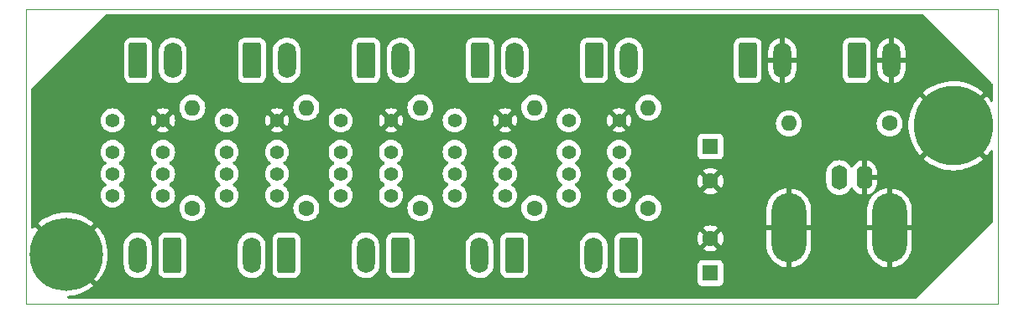
<source format=gbl>
%TF.GenerationSoftware,KiCad,Pcbnew,(6.0.7)*%
%TF.CreationDate,2022-08-25T15:29:31-04:00*%
%TF.ProjectId,chiller_interlock_aosense,6368696c-6c65-4725-9f69-6e7465726c6f,rev?*%
%TF.SameCoordinates,Original*%
%TF.FileFunction,Copper,L2,Bot*%
%TF.FilePolarity,Positive*%
%FSLAX46Y46*%
G04 Gerber Fmt 4.6, Leading zero omitted, Abs format (unit mm)*
G04 Created by KiCad (PCBNEW (6.0.7)) date 2022-08-25 15:29:31*
%MOMM*%
%LPD*%
G01*
G04 APERTURE LIST*
G04 Aperture macros list*
%AMRoundRect*
0 Rectangle with rounded corners*
0 $1 Rounding radius*
0 $2 $3 $4 $5 $6 $7 $8 $9 X,Y pos of 4 corners*
0 Add a 4 corners polygon primitive as box body*
4,1,4,$2,$3,$4,$5,$6,$7,$8,$9,$2,$3,0*
0 Add four circle primitives for the rounded corners*
1,1,$1+$1,$2,$3*
1,1,$1+$1,$4,$5*
1,1,$1+$1,$6,$7*
1,1,$1+$1,$8,$9*
0 Add four rect primitives between the rounded corners*
20,1,$1+$1,$2,$3,$4,$5,0*
20,1,$1+$1,$4,$5,$6,$7,0*
20,1,$1+$1,$6,$7,$8,$9,0*
20,1,$1+$1,$8,$9,$2,$3,0*%
G04 Aperture macros list end*
%TA.AperFunction,Profile*%
%ADD10C,0.100000*%
%TD*%
%TA.AperFunction,ComponentPad*%
%ADD11R,1.600000X1.600000*%
%TD*%
%TA.AperFunction,ComponentPad*%
%ADD12C,1.600000*%
%TD*%
%TA.AperFunction,ComponentPad*%
%ADD13C,7.400000*%
%TD*%
%TA.AperFunction,ComponentPad*%
%ADD14C,8.000000*%
%TD*%
%TA.AperFunction,ComponentPad*%
%ADD15O,1.800000X3.600000*%
%TD*%
%TA.AperFunction,ComponentPad*%
%ADD16RoundRect,0.250000X-0.650000X-1.550000X0.650000X-1.550000X0.650000X1.550000X-0.650000X1.550000X0*%
%TD*%
%TA.AperFunction,ComponentPad*%
%ADD17O,1.600000X1.600000*%
%TD*%
%TA.AperFunction,ComponentPad*%
%ADD18RoundRect,0.250000X0.650000X1.550000X-0.650000X1.550000X-0.650000X-1.550000X0.650000X-1.550000X0*%
%TD*%
%TA.AperFunction,ComponentPad*%
%ADD19O,1.600000X2.500000*%
%TD*%
%TA.AperFunction,ComponentPad*%
%ADD20O,3.500000X7.000000*%
%TD*%
%TA.AperFunction,ComponentPad*%
%ADD21C,1.400000*%
%TD*%
G04 APERTURE END LIST*
D10*
X321000000Y-108250000D02*
X321000000Y-78500000D01*
X321000000Y-78500000D02*
X419000000Y-78500000D01*
X419000000Y-108250000D02*
X321000000Y-108250000D01*
X419000000Y-78500000D02*
X419000000Y-108250000D01*
D11*
%TO.P,C1,1*%
%TO.N,TTL_OUT*%
X390000000Y-105152651D03*
D12*
%TO.P,C1,2*%
%TO.N,GND*%
X390000000Y-101652651D03*
%TD*%
D13*
%TO.P,J14,1,Pin_1*%
%TO.N,GND*%
X325000000Y-103250000D03*
%TD*%
D14*
%TO.P,J15,1,Pin_1*%
%TO.N,GND*%
X414500000Y-90250000D03*
%TD*%
D15*
%TO.P,J2,2,Pin_2*%
%TO.N,GND*%
X397267500Y-83642500D03*
D16*
%TO.P,J2,1,Pin_1*%
%TO.N,TTL_OUT*%
X393767500Y-83642500D03*
%TD*%
D12*
%TO.P,R2,1*%
%TO.N,TTL_IN*%
X372250000Y-98580000D03*
D17*
%TO.P,R2,2*%
%TO.N,Net-(K2-Pad1)*%
X372250000Y-88420000D03*
%TD*%
D18*
%TO.P,J12,1,Pin_1*%
%TO.N,Net-(J12-Pad1)*%
X335732500Y-103357500D03*
D15*
%TO.P,J12,2,Pin_2*%
%TO.N,Net-(J12-Pad2)*%
X332232500Y-103357500D03*
%TD*%
D19*
%TO.P,J1,1,In*%
%TO.N,TTL_IN*%
X403000000Y-95500000D03*
%TO.P,J1,2,Ext*%
%TO.N,GND*%
X405540000Y-95500000D03*
D20*
X408080000Y-100580000D03*
X397920000Y-100580000D03*
%TD*%
D12*
%TO.P,R5,1*%
%TO.N,TTL_IN*%
X337750000Y-98580000D03*
D17*
%TO.P,R5,2*%
%TO.N,Net-(K5-Pad1)*%
X337750000Y-88420000D03*
%TD*%
D16*
%TO.P,J3,1,Pin_1*%
%TO.N,TTL_OUT*%
X404767500Y-83642500D03*
D15*
%TO.P,J3,2,Pin_2*%
%TO.N,GND*%
X408267500Y-83642500D03*
%TD*%
D18*
%TO.P,J8,1,Pin_1*%
%TO.N,Net-(J8-Pad1)*%
X358732500Y-103357500D03*
D15*
%TO.P,J8,2,Pin_2*%
%TO.N,Net-(J8-Pad2)*%
X355232500Y-103357500D03*
%TD*%
D21*
%TO.P,K2,1*%
%TO.N,Net-(K2-Pad1)*%
X364210000Y-89700000D03*
%TO.P,K2,2*%
%TO.N,unconnected-(K2-Pad2)*%
X364210000Y-92900000D03*
%TO.P,K2,3*%
%TO.N,Net-(J6-Pad2)*%
X364210000Y-95100000D03*
%TO.P,K2,4*%
%TO.N,Net-(J6-Pad1)*%
X364210000Y-97300000D03*
%TO.P,K2,5*%
%TO.N,Net-(J7-Pad1)*%
X369290000Y-97300000D03*
%TO.P,K2,6*%
%TO.N,Net-(J7-Pad2)*%
X369290000Y-95100000D03*
%TO.P,K2,7*%
%TO.N,unconnected-(K2-Pad7)*%
X369290000Y-92900000D03*
%TO.P,K2,8*%
%TO.N,GND*%
X369290000Y-89700000D03*
%TD*%
D11*
%TO.P,C2,1*%
%TO.N,TTL_OUT*%
X390000000Y-92347349D03*
D12*
%TO.P,C2,2*%
%TO.N,GND*%
X390000000Y-95847349D03*
%TD*%
D16*
%TO.P,J11,1,Pin_1*%
%TO.N,Net-(J11-Pad1)*%
X343767500Y-83642500D03*
D15*
%TO.P,J11,2,Pin_2*%
%TO.N,Net-(J11-Pad2)*%
X347267500Y-83642500D03*
%TD*%
D12*
%TO.P,R3,1*%
%TO.N,TTL_IN*%
X360750000Y-98580000D03*
D17*
%TO.P,R3,2*%
%TO.N,Net-(K3-Pad1)*%
X360750000Y-88420000D03*
%TD*%
D21*
%TO.P,K1,1*%
%TO.N,Net-(K1-Pad1)*%
X375710000Y-89700000D03*
%TO.P,K1,2*%
%TO.N,unconnected-(K1-Pad2)*%
X375710000Y-92900000D03*
%TO.P,K1,3*%
%TO.N,Net-(J4-Pad2)*%
X375710000Y-95100000D03*
%TO.P,K1,4*%
%TO.N,Net-(J4-Pad1)*%
X375710000Y-97300000D03*
%TO.P,K1,5*%
%TO.N,Net-(J5-Pad1)*%
X380790000Y-97300000D03*
%TO.P,K1,6*%
%TO.N,Net-(J5-Pad2)*%
X380790000Y-95100000D03*
%TO.P,K1,7*%
%TO.N,unconnected-(K1-Pad7)*%
X380790000Y-92900000D03*
%TO.P,K1,8*%
%TO.N,GND*%
X380790000Y-89700000D03*
%TD*%
D12*
%TO.P,R4,1*%
%TO.N,TTL_IN*%
X349250000Y-98580000D03*
D17*
%TO.P,R4,2*%
%TO.N,Net-(K4-Pad1)*%
X349250000Y-88420000D03*
%TD*%
D16*
%TO.P,J7,1,Pin_1*%
%TO.N,Net-(J7-Pad1)*%
X366767500Y-83642500D03*
D15*
%TO.P,J7,2,Pin_2*%
%TO.N,Net-(J7-Pad2)*%
X370267500Y-83642500D03*
%TD*%
D16*
%TO.P,J13,1,Pin_1*%
%TO.N,Net-(J13-Pad1)*%
X332267500Y-83642500D03*
D15*
%TO.P,J13,2,Pin_2*%
%TO.N,Net-(J13-Pad2)*%
X335767500Y-83642500D03*
%TD*%
D18*
%TO.P,J6,1,Pin_1*%
%TO.N,Net-(J6-Pad1)*%
X370232500Y-103357500D03*
D15*
%TO.P,J6,2,Pin_2*%
%TO.N,Net-(J6-Pad2)*%
X366732500Y-103357500D03*
%TD*%
D18*
%TO.P,J4,1,Pin_1*%
%TO.N,Net-(J4-Pad1)*%
X381732500Y-103357500D03*
D15*
%TO.P,J4,2,Pin_2*%
%TO.N,Net-(J4-Pad2)*%
X378232500Y-103357500D03*
%TD*%
D12*
%TO.P,R1,1*%
%TO.N,TTL_IN*%
X383750000Y-98580000D03*
D17*
%TO.P,R1,2*%
%TO.N,Net-(K1-Pad1)*%
X383750000Y-88420000D03*
%TD*%
D21*
%TO.P,K3,1*%
%TO.N,Net-(K3-Pad1)*%
X352710000Y-89700000D03*
%TO.P,K3,2*%
%TO.N,unconnected-(K3-Pad2)*%
X352710000Y-92900000D03*
%TO.P,K3,3*%
%TO.N,Net-(J8-Pad2)*%
X352710000Y-95100000D03*
%TO.P,K3,4*%
%TO.N,Net-(J8-Pad1)*%
X352710000Y-97300000D03*
%TO.P,K3,5*%
%TO.N,Net-(J9-Pad1)*%
X357790000Y-97300000D03*
%TO.P,K3,6*%
%TO.N,Net-(J9-Pad2)*%
X357790000Y-95100000D03*
%TO.P,K3,7*%
%TO.N,unconnected-(K3-Pad7)*%
X357790000Y-92900000D03*
%TO.P,K3,8*%
%TO.N,GND*%
X357790000Y-89700000D03*
%TD*%
D12*
%TO.P,R6,1*%
%TO.N,TTL_IN*%
X408080000Y-90000000D03*
D17*
%TO.P,R6,2*%
%TO.N,TTL_OUT*%
X397920000Y-90000000D03*
%TD*%
D18*
%TO.P,J10,1,Pin_1*%
%TO.N,Net-(J10-Pad1)*%
X347232500Y-103357500D03*
D15*
%TO.P,J10,2,Pin_2*%
%TO.N,Net-(J10-Pad2)*%
X343732500Y-103357500D03*
%TD*%
D16*
%TO.P,J9,1,Pin_1*%
%TO.N,Net-(J9-Pad1)*%
X355267500Y-83642500D03*
D15*
%TO.P,J9,2,Pin_2*%
%TO.N,Net-(J9-Pad2)*%
X358767500Y-83642500D03*
%TD*%
D16*
%TO.P,J5,1,Pin_1*%
%TO.N,Net-(J5-Pad1)*%
X378267500Y-83642500D03*
D15*
%TO.P,J5,2,Pin_2*%
%TO.N,Net-(J5-Pad2)*%
X381767500Y-83642500D03*
%TD*%
D21*
%TO.P,K4,1*%
%TO.N,Net-(K4-Pad1)*%
X341210000Y-89700000D03*
%TO.P,K4,2*%
%TO.N,unconnected-(K4-Pad2)*%
X341210000Y-92900000D03*
%TO.P,K4,3*%
%TO.N,Net-(J10-Pad2)*%
X341210000Y-95100000D03*
%TO.P,K4,4*%
%TO.N,Net-(J10-Pad1)*%
X341210000Y-97300000D03*
%TO.P,K4,5*%
%TO.N,Net-(J11-Pad1)*%
X346290000Y-97300000D03*
%TO.P,K4,6*%
%TO.N,Net-(J11-Pad2)*%
X346290000Y-95100000D03*
%TO.P,K4,7*%
%TO.N,unconnected-(K4-Pad7)*%
X346290000Y-92900000D03*
%TO.P,K4,8*%
%TO.N,GND*%
X346290000Y-89700000D03*
%TD*%
%TO.P,K5,1*%
%TO.N,Net-(K5-Pad1)*%
X329710000Y-89700000D03*
%TO.P,K5,2*%
%TO.N,unconnected-(K5-Pad2)*%
X329710000Y-92900000D03*
%TO.P,K5,3*%
%TO.N,Net-(J12-Pad2)*%
X329710000Y-95100000D03*
%TO.P,K5,4*%
%TO.N,Net-(J12-Pad1)*%
X329710000Y-97300000D03*
%TO.P,K5,5*%
%TO.N,Net-(J13-Pad1)*%
X334790000Y-97300000D03*
%TO.P,K5,6*%
%TO.N,Net-(J13-Pad2)*%
X334790000Y-95100000D03*
%TO.P,K5,7*%
%TO.N,unconnected-(K5-Pad7)*%
X334790000Y-92900000D03*
%TO.P,K5,8*%
%TO.N,GND*%
X334790000Y-89700000D03*
%TD*%
%TA.AperFunction,Conductor*%
%TO.N,GND*%
G36*
X411524431Y-79028502D02*
G01*
X411545405Y-79045405D01*
X418454595Y-85954595D01*
X418488621Y-86016907D01*
X418491500Y-86043690D01*
X418491500Y-87693807D01*
X418471498Y-87761928D01*
X418417842Y-87808421D01*
X418347568Y-87818525D01*
X418282988Y-87789031D01*
X418260796Y-87763900D01*
X418133930Y-87574389D01*
X418130537Y-87569787D01*
X417876832Y-87256489D01*
X417863963Y-87249226D01*
X417862596Y-87249305D01*
X417855268Y-87253942D01*
X414872022Y-90237188D01*
X414864408Y-90251132D01*
X414864539Y-90252965D01*
X414868790Y-90259580D01*
X417850688Y-93241478D01*
X417864134Y-93248820D01*
X417873970Y-93241900D01*
X418073611Y-93005657D01*
X418077097Y-93001130D01*
X418262287Y-92736651D01*
X418317744Y-92692323D01*
X418388363Y-92685014D01*
X418451724Y-92717045D01*
X418487709Y-92778246D01*
X418491500Y-92808922D01*
X418491500Y-99956310D01*
X418471498Y-100024431D01*
X418454595Y-100045405D01*
X410795405Y-107704595D01*
X410733093Y-107738621D01*
X410706310Y-107741500D01*
X325293690Y-107741500D01*
X325225569Y-107721498D01*
X325204595Y-107704595D01*
X325167659Y-107667659D01*
X325133633Y-107605347D01*
X325138698Y-107534532D01*
X325181245Y-107477696D01*
X325253236Y-107452613D01*
X325320149Y-107450744D01*
X325326280Y-107450272D01*
X325728528Y-107399456D01*
X325734600Y-107398386D01*
X326129983Y-107308557D01*
X326135898Y-107306905D01*
X326520627Y-107178923D01*
X326526361Y-107176699D01*
X326896781Y-107011778D01*
X326902250Y-107009015D01*
X327254810Y-106808733D01*
X327259984Y-106805449D01*
X327591315Y-106571721D01*
X327596153Y-106567941D01*
X327777043Y-106411802D01*
X327785458Y-106398762D01*
X327779519Y-106388730D01*
X324641922Y-103251132D01*
X325364408Y-103251132D01*
X325364539Y-103252965D01*
X325368790Y-103259580D01*
X328138830Y-106029619D01*
X328152774Y-106037233D01*
X328153790Y-106037161D01*
X328161519Y-106032059D01*
X328187160Y-106005133D01*
X328190913Y-106000785D01*
X388691500Y-106000785D01*
X388698255Y-106062967D01*
X388749385Y-106199356D01*
X388836739Y-106315912D01*
X388953295Y-106403266D01*
X389089684Y-106454396D01*
X389151866Y-106461151D01*
X390848134Y-106461151D01*
X390910316Y-106454396D01*
X391046705Y-106403266D01*
X391163261Y-106315912D01*
X391250615Y-106199356D01*
X391301745Y-106062967D01*
X391308500Y-106000785D01*
X391308500Y-104304517D01*
X391301745Y-104242335D01*
X391250615Y-104105946D01*
X391163261Y-103989390D01*
X391046705Y-103902036D01*
X390910316Y-103850906D01*
X390848134Y-103844151D01*
X389151866Y-103844151D01*
X389089684Y-103850906D01*
X388953295Y-103902036D01*
X388836739Y-103989390D01*
X388749385Y-104105946D01*
X388698255Y-104242335D01*
X388691500Y-104304517D01*
X388691500Y-106000785D01*
X328190913Y-106000785D01*
X328191172Y-106000485D01*
X328440783Y-105680998D01*
X328444355Y-105675935D01*
X328661593Y-105333621D01*
X328664636Y-105328265D01*
X328847452Y-104966353D01*
X328849947Y-104960749D01*
X328996572Y-104582724D01*
X328998513Y-104576890D01*
X329070932Y-104317512D01*
X330824000Y-104317512D01*
X330839117Y-104495675D01*
X330840457Y-104500839D01*
X330840458Y-104500843D01*
X330861711Y-104582724D01*
X330899168Y-104727040D01*
X330901360Y-104731906D01*
X330956845Y-104855077D01*
X330997343Y-104944980D01*
X331130834Y-105143262D01*
X331295826Y-105316218D01*
X331487600Y-105458902D01*
X331492351Y-105461318D01*
X331492355Y-105461320D01*
X331695914Y-105564814D01*
X331700672Y-105567233D01*
X331790721Y-105595194D01*
X331923849Y-105636532D01*
X331923855Y-105636533D01*
X331928952Y-105638116D01*
X332056383Y-105655006D01*
X332160627Y-105668823D01*
X332160631Y-105668823D01*
X332165911Y-105669523D01*
X332171240Y-105669323D01*
X332171241Y-105669323D01*
X332269009Y-105665652D01*
X332404774Y-105660555D01*
X332491684Y-105642319D01*
X332633484Y-105612567D01*
X332633487Y-105612566D01*
X332638711Y-105611470D01*
X332861033Y-105523671D01*
X333065383Y-105399668D01*
X333245919Y-105243007D01*
X333249302Y-105238881D01*
X333249306Y-105238877D01*
X333387608Y-105070204D01*
X333397478Y-105058167D01*
X333454554Y-104957900D01*
X334324000Y-104957900D01*
X334334974Y-105063666D01*
X334390950Y-105231446D01*
X334484022Y-105381848D01*
X334609197Y-105506805D01*
X334615427Y-105510645D01*
X334615428Y-105510646D01*
X334752590Y-105595194D01*
X334759762Y-105599615D01*
X334839505Y-105626064D01*
X334921111Y-105653132D01*
X334921113Y-105653132D01*
X334927639Y-105655297D01*
X334934475Y-105655997D01*
X334934478Y-105655998D01*
X334977531Y-105660409D01*
X335032100Y-105666000D01*
X336432900Y-105666000D01*
X336436146Y-105665663D01*
X336436150Y-105665663D01*
X336531808Y-105655738D01*
X336531812Y-105655737D01*
X336538666Y-105655026D01*
X336545202Y-105652845D01*
X336545204Y-105652845D01*
X336677306Y-105608772D01*
X336706446Y-105599050D01*
X336856848Y-105505978D01*
X336981805Y-105380803D01*
X337021616Y-105316218D01*
X337070775Y-105236468D01*
X337070776Y-105236466D01*
X337074615Y-105230238D01*
X337102184Y-105147121D01*
X337128132Y-105068889D01*
X337128132Y-105068887D01*
X337130297Y-105062361D01*
X337141000Y-104957900D01*
X337141000Y-104317512D01*
X342324000Y-104317512D01*
X342339117Y-104495675D01*
X342340457Y-104500839D01*
X342340458Y-104500843D01*
X342361711Y-104582724D01*
X342399168Y-104727040D01*
X342401360Y-104731906D01*
X342456845Y-104855077D01*
X342497343Y-104944980D01*
X342630834Y-105143262D01*
X342795826Y-105316218D01*
X342987600Y-105458902D01*
X342992351Y-105461318D01*
X342992355Y-105461320D01*
X343195914Y-105564814D01*
X343200672Y-105567233D01*
X343290721Y-105595194D01*
X343423849Y-105636532D01*
X343423855Y-105636533D01*
X343428952Y-105638116D01*
X343556383Y-105655006D01*
X343660627Y-105668823D01*
X343660631Y-105668823D01*
X343665911Y-105669523D01*
X343671240Y-105669323D01*
X343671241Y-105669323D01*
X343769009Y-105665652D01*
X343904774Y-105660555D01*
X343991684Y-105642319D01*
X344133484Y-105612567D01*
X344133487Y-105612566D01*
X344138711Y-105611470D01*
X344361033Y-105523671D01*
X344565383Y-105399668D01*
X344745919Y-105243007D01*
X344749302Y-105238881D01*
X344749306Y-105238877D01*
X344887608Y-105070204D01*
X344897478Y-105058167D01*
X344954554Y-104957900D01*
X345824000Y-104957900D01*
X345834974Y-105063666D01*
X345890950Y-105231446D01*
X345984022Y-105381848D01*
X346109197Y-105506805D01*
X346115427Y-105510645D01*
X346115428Y-105510646D01*
X346252590Y-105595194D01*
X346259762Y-105599615D01*
X346339505Y-105626064D01*
X346421111Y-105653132D01*
X346421113Y-105653132D01*
X346427639Y-105655297D01*
X346434475Y-105655997D01*
X346434478Y-105655998D01*
X346477531Y-105660409D01*
X346532100Y-105666000D01*
X347932900Y-105666000D01*
X347936146Y-105665663D01*
X347936150Y-105665663D01*
X348031808Y-105655738D01*
X348031812Y-105655737D01*
X348038666Y-105655026D01*
X348045202Y-105652845D01*
X348045204Y-105652845D01*
X348177306Y-105608772D01*
X348206446Y-105599050D01*
X348356848Y-105505978D01*
X348481805Y-105380803D01*
X348521616Y-105316218D01*
X348570775Y-105236468D01*
X348570776Y-105236466D01*
X348574615Y-105230238D01*
X348602184Y-105147121D01*
X348628132Y-105068889D01*
X348628132Y-105068887D01*
X348630297Y-105062361D01*
X348641000Y-104957900D01*
X348641000Y-104317512D01*
X353824000Y-104317512D01*
X353839117Y-104495675D01*
X353840457Y-104500839D01*
X353840458Y-104500843D01*
X353861711Y-104582724D01*
X353899168Y-104727040D01*
X353901360Y-104731906D01*
X353956845Y-104855077D01*
X353997343Y-104944980D01*
X354130834Y-105143262D01*
X354295826Y-105316218D01*
X354487600Y-105458902D01*
X354492351Y-105461318D01*
X354492355Y-105461320D01*
X354695914Y-105564814D01*
X354700672Y-105567233D01*
X354790721Y-105595194D01*
X354923849Y-105636532D01*
X354923855Y-105636533D01*
X354928952Y-105638116D01*
X355056383Y-105655006D01*
X355160627Y-105668823D01*
X355160631Y-105668823D01*
X355165911Y-105669523D01*
X355171240Y-105669323D01*
X355171241Y-105669323D01*
X355269009Y-105665652D01*
X355404774Y-105660555D01*
X355491684Y-105642319D01*
X355633484Y-105612567D01*
X355633487Y-105612566D01*
X355638711Y-105611470D01*
X355861033Y-105523671D01*
X356065383Y-105399668D01*
X356245919Y-105243007D01*
X356249302Y-105238881D01*
X356249306Y-105238877D01*
X356387608Y-105070204D01*
X356397478Y-105058167D01*
X356454554Y-104957900D01*
X357324000Y-104957900D01*
X357334974Y-105063666D01*
X357390950Y-105231446D01*
X357484022Y-105381848D01*
X357609197Y-105506805D01*
X357615427Y-105510645D01*
X357615428Y-105510646D01*
X357752590Y-105595194D01*
X357759762Y-105599615D01*
X357839505Y-105626064D01*
X357921111Y-105653132D01*
X357921113Y-105653132D01*
X357927639Y-105655297D01*
X357934475Y-105655997D01*
X357934478Y-105655998D01*
X357977531Y-105660409D01*
X358032100Y-105666000D01*
X359432900Y-105666000D01*
X359436146Y-105665663D01*
X359436150Y-105665663D01*
X359531808Y-105655738D01*
X359531812Y-105655737D01*
X359538666Y-105655026D01*
X359545202Y-105652845D01*
X359545204Y-105652845D01*
X359677306Y-105608772D01*
X359706446Y-105599050D01*
X359856848Y-105505978D01*
X359981805Y-105380803D01*
X360021616Y-105316218D01*
X360070775Y-105236468D01*
X360070776Y-105236466D01*
X360074615Y-105230238D01*
X360102184Y-105147121D01*
X360128132Y-105068889D01*
X360128132Y-105068887D01*
X360130297Y-105062361D01*
X360141000Y-104957900D01*
X360141000Y-104317512D01*
X365324000Y-104317512D01*
X365339117Y-104495675D01*
X365340457Y-104500839D01*
X365340458Y-104500843D01*
X365361711Y-104582724D01*
X365399168Y-104727040D01*
X365401360Y-104731906D01*
X365456845Y-104855077D01*
X365497343Y-104944980D01*
X365630834Y-105143262D01*
X365795826Y-105316218D01*
X365987600Y-105458902D01*
X365992351Y-105461318D01*
X365992355Y-105461320D01*
X366195914Y-105564814D01*
X366200672Y-105567233D01*
X366290721Y-105595194D01*
X366423849Y-105636532D01*
X366423855Y-105636533D01*
X366428952Y-105638116D01*
X366556383Y-105655006D01*
X366660627Y-105668823D01*
X366660631Y-105668823D01*
X366665911Y-105669523D01*
X366671240Y-105669323D01*
X366671241Y-105669323D01*
X366769009Y-105665652D01*
X366904774Y-105660555D01*
X366991684Y-105642319D01*
X367133484Y-105612567D01*
X367133487Y-105612566D01*
X367138711Y-105611470D01*
X367361033Y-105523671D01*
X367565383Y-105399668D01*
X367745919Y-105243007D01*
X367749302Y-105238881D01*
X367749306Y-105238877D01*
X367887608Y-105070204D01*
X367897478Y-105058167D01*
X367954554Y-104957900D01*
X368824000Y-104957900D01*
X368834974Y-105063666D01*
X368890950Y-105231446D01*
X368984022Y-105381848D01*
X369109197Y-105506805D01*
X369115427Y-105510645D01*
X369115428Y-105510646D01*
X369252590Y-105595194D01*
X369259762Y-105599615D01*
X369339505Y-105626064D01*
X369421111Y-105653132D01*
X369421113Y-105653132D01*
X369427639Y-105655297D01*
X369434475Y-105655997D01*
X369434478Y-105655998D01*
X369477531Y-105660409D01*
X369532100Y-105666000D01*
X370932900Y-105666000D01*
X370936146Y-105665663D01*
X370936150Y-105665663D01*
X371031808Y-105655738D01*
X371031812Y-105655737D01*
X371038666Y-105655026D01*
X371045202Y-105652845D01*
X371045204Y-105652845D01*
X371177306Y-105608772D01*
X371206446Y-105599050D01*
X371356848Y-105505978D01*
X371481805Y-105380803D01*
X371521616Y-105316218D01*
X371570775Y-105236468D01*
X371570776Y-105236466D01*
X371574615Y-105230238D01*
X371602184Y-105147121D01*
X371628132Y-105068889D01*
X371628132Y-105068887D01*
X371630297Y-105062361D01*
X371641000Y-104957900D01*
X371641000Y-104317512D01*
X376824000Y-104317512D01*
X376839117Y-104495675D01*
X376840457Y-104500839D01*
X376840458Y-104500843D01*
X376861711Y-104582724D01*
X376899168Y-104727040D01*
X376901360Y-104731906D01*
X376956845Y-104855077D01*
X376997343Y-104944980D01*
X377130834Y-105143262D01*
X377295826Y-105316218D01*
X377487600Y-105458902D01*
X377492351Y-105461318D01*
X377492355Y-105461320D01*
X377695914Y-105564814D01*
X377700672Y-105567233D01*
X377790721Y-105595194D01*
X377923849Y-105636532D01*
X377923855Y-105636533D01*
X377928952Y-105638116D01*
X378056383Y-105655006D01*
X378160627Y-105668823D01*
X378160631Y-105668823D01*
X378165911Y-105669523D01*
X378171240Y-105669323D01*
X378171241Y-105669323D01*
X378269009Y-105665652D01*
X378404774Y-105660555D01*
X378491684Y-105642319D01*
X378633484Y-105612567D01*
X378633487Y-105612566D01*
X378638711Y-105611470D01*
X378861033Y-105523671D01*
X379065383Y-105399668D01*
X379245919Y-105243007D01*
X379249302Y-105238881D01*
X379249306Y-105238877D01*
X379387608Y-105070204D01*
X379397478Y-105058167D01*
X379454554Y-104957900D01*
X380324000Y-104957900D01*
X380334974Y-105063666D01*
X380390950Y-105231446D01*
X380484022Y-105381848D01*
X380609197Y-105506805D01*
X380615427Y-105510645D01*
X380615428Y-105510646D01*
X380752590Y-105595194D01*
X380759762Y-105599615D01*
X380839505Y-105626064D01*
X380921111Y-105653132D01*
X380921113Y-105653132D01*
X380927639Y-105655297D01*
X380934475Y-105655997D01*
X380934478Y-105655998D01*
X380977531Y-105660409D01*
X381032100Y-105666000D01*
X382432900Y-105666000D01*
X382436146Y-105665663D01*
X382436150Y-105665663D01*
X382531808Y-105655738D01*
X382531812Y-105655737D01*
X382538666Y-105655026D01*
X382545202Y-105652845D01*
X382545204Y-105652845D01*
X382677306Y-105608772D01*
X382706446Y-105599050D01*
X382856848Y-105505978D01*
X382981805Y-105380803D01*
X383021616Y-105316218D01*
X383070775Y-105236468D01*
X383070776Y-105236466D01*
X383074615Y-105230238D01*
X383102184Y-105147121D01*
X383128132Y-105068889D01*
X383128132Y-105068887D01*
X383130297Y-105062361D01*
X383141000Y-104957900D01*
X383141000Y-102738713D01*
X389278493Y-102738713D01*
X389287789Y-102750728D01*
X389338994Y-102786582D01*
X389348489Y-102792065D01*
X389545947Y-102884141D01*
X389556239Y-102887887D01*
X389766688Y-102944276D01*
X389777481Y-102946179D01*
X389994525Y-102965168D01*
X390005475Y-102965168D01*
X390222519Y-102946179D01*
X390233312Y-102944276D01*
X390443761Y-102887887D01*
X390454053Y-102884141D01*
X390651511Y-102792065D01*
X390661006Y-102786582D01*
X390713048Y-102750142D01*
X390721424Y-102739663D01*
X390714356Y-102726217D01*
X390392132Y-102403993D01*
X395662000Y-102403993D01*
X395662139Y-102408182D01*
X395676549Y-102625132D01*
X395677653Y-102633403D01*
X395735290Y-102919251D01*
X395737478Y-102927303D01*
X395832409Y-103203005D01*
X395835650Y-103210716D01*
X395966213Y-103471444D01*
X395970434Y-103478638D01*
X396134341Y-103719820D01*
X396139474Y-103726390D01*
X396333839Y-103943775D01*
X396339795Y-103949608D01*
X396561203Y-104139378D01*
X396567884Y-104144376D01*
X396812437Y-104303191D01*
X396819727Y-104307265D01*
X397083132Y-104432338D01*
X397090900Y-104435414D01*
X397368531Y-104524552D01*
X397376637Y-104526573D01*
X397648170Y-104575429D01*
X397661429Y-104573997D01*
X397666000Y-104559387D01*
X397666000Y-104556367D01*
X398174000Y-104556367D01*
X398178295Y-104570996D01*
X398190272Y-104573058D01*
X398262053Y-104566778D01*
X398270292Y-104565503D01*
X398554880Y-104501890D01*
X398562877Y-104499536D01*
X398836534Y-104398850D01*
X398844172Y-104395450D01*
X399102115Y-104259451D01*
X399109213Y-104255084D01*
X399346905Y-104086165D01*
X399353372Y-104080892D01*
X399566639Y-103882017D01*
X399572351Y-103875933D01*
X399757437Y-103650607D01*
X399762292Y-103643826D01*
X399915958Y-103395987D01*
X399919871Y-103388627D01*
X400039404Y-103122654D01*
X400042314Y-103114831D01*
X400125624Y-102835375D01*
X400127469Y-102827254D01*
X400173191Y-102538571D01*
X400173899Y-102531597D01*
X400177936Y-102442714D01*
X400178000Y-102439881D01*
X400178000Y-102403993D01*
X405822000Y-102403993D01*
X405822139Y-102408182D01*
X405836549Y-102625132D01*
X405837653Y-102633403D01*
X405895290Y-102919251D01*
X405897478Y-102927303D01*
X405992409Y-103203005D01*
X405995650Y-103210716D01*
X406126213Y-103471444D01*
X406130434Y-103478638D01*
X406294341Y-103719820D01*
X406299474Y-103726390D01*
X406493839Y-103943775D01*
X406499795Y-103949608D01*
X406721203Y-104139378D01*
X406727884Y-104144376D01*
X406972437Y-104303191D01*
X406979727Y-104307265D01*
X407243132Y-104432338D01*
X407250900Y-104435414D01*
X407528531Y-104524552D01*
X407536637Y-104526573D01*
X407808170Y-104575429D01*
X407821429Y-104573997D01*
X407826000Y-104559387D01*
X407826000Y-104556367D01*
X408334000Y-104556367D01*
X408338295Y-104570996D01*
X408350272Y-104573058D01*
X408422053Y-104566778D01*
X408430292Y-104565503D01*
X408714880Y-104501890D01*
X408722877Y-104499536D01*
X408996534Y-104398850D01*
X409004172Y-104395450D01*
X409262115Y-104259451D01*
X409269213Y-104255084D01*
X409506905Y-104086165D01*
X409513372Y-104080892D01*
X409726639Y-103882017D01*
X409732351Y-103875933D01*
X409917437Y-103650607D01*
X409922292Y-103643826D01*
X410075958Y-103395987D01*
X410079871Y-103388627D01*
X410199404Y-103122654D01*
X410202314Y-103114831D01*
X410285624Y-102835375D01*
X410287469Y-102827254D01*
X410333191Y-102538571D01*
X410333899Y-102531597D01*
X410337936Y-102442714D01*
X410338000Y-102439881D01*
X410338000Y-100852115D01*
X410333525Y-100836876D01*
X410332135Y-100835671D01*
X410324452Y-100834000D01*
X408352115Y-100834000D01*
X408336876Y-100838475D01*
X408335671Y-100839865D01*
X408334000Y-100847548D01*
X408334000Y-104556367D01*
X407826000Y-104556367D01*
X407826000Y-100852115D01*
X407821525Y-100836876D01*
X407820135Y-100835671D01*
X407812452Y-100834000D01*
X405840115Y-100834000D01*
X405824876Y-100838475D01*
X405823671Y-100839865D01*
X405822000Y-100847548D01*
X405822000Y-102403993D01*
X400178000Y-102403993D01*
X400178000Y-100852115D01*
X400173525Y-100836876D01*
X400172135Y-100835671D01*
X400164452Y-100834000D01*
X398192115Y-100834000D01*
X398176876Y-100838475D01*
X398175671Y-100839865D01*
X398174000Y-100847548D01*
X398174000Y-104556367D01*
X397666000Y-104556367D01*
X397666000Y-100852115D01*
X397661525Y-100836876D01*
X397660135Y-100835671D01*
X397652452Y-100834000D01*
X395680115Y-100834000D01*
X395664876Y-100838475D01*
X395663671Y-100839865D01*
X395662000Y-100847548D01*
X395662000Y-102403993D01*
X390392132Y-102403993D01*
X390012812Y-102024673D01*
X389998868Y-102017059D01*
X389997035Y-102017190D01*
X389990420Y-102021441D01*
X389284923Y-102726938D01*
X389278493Y-102738713D01*
X383141000Y-102738713D01*
X383141000Y-101757100D01*
X383130731Y-101658126D01*
X388687483Y-101658126D01*
X388706472Y-101875170D01*
X388708375Y-101885963D01*
X388764764Y-102096412D01*
X388768510Y-102106704D01*
X388860586Y-102304162D01*
X388866069Y-102313657D01*
X388902509Y-102365699D01*
X388912988Y-102374075D01*
X388926434Y-102367007D01*
X389627978Y-101665463D01*
X389634356Y-101653783D01*
X390364408Y-101653783D01*
X390364539Y-101655616D01*
X390368790Y-101662231D01*
X391074287Y-102367728D01*
X391086062Y-102374158D01*
X391098077Y-102364862D01*
X391133931Y-102313657D01*
X391139414Y-102304162D01*
X391231490Y-102106704D01*
X391235236Y-102096412D01*
X391291625Y-101885963D01*
X391293528Y-101875170D01*
X391312517Y-101658126D01*
X391312517Y-101647176D01*
X391293528Y-101430132D01*
X391291625Y-101419339D01*
X391235236Y-101208890D01*
X391231490Y-101198598D01*
X391139414Y-101001140D01*
X391133931Y-100991645D01*
X391097491Y-100939603D01*
X391087012Y-100931227D01*
X391073566Y-100938295D01*
X390372022Y-101639839D01*
X390364408Y-101653783D01*
X389634356Y-101653783D01*
X389635592Y-101651519D01*
X389635461Y-101649686D01*
X389631210Y-101643071D01*
X388925713Y-100937574D01*
X388913938Y-100931144D01*
X388901923Y-100940440D01*
X388866069Y-100991645D01*
X388860586Y-101001140D01*
X388768510Y-101198598D01*
X388764764Y-101208890D01*
X388708375Y-101419339D01*
X388706472Y-101430132D01*
X388687483Y-101647176D01*
X388687483Y-101658126D01*
X383130731Y-101658126D01*
X383130026Y-101651334D01*
X383074050Y-101483554D01*
X382980978Y-101333152D01*
X382855803Y-101208195D01*
X382832934Y-101194098D01*
X382711468Y-101119225D01*
X382711466Y-101119224D01*
X382705238Y-101115385D01*
X382593936Y-101078468D01*
X382543889Y-101061868D01*
X382543887Y-101061868D01*
X382537361Y-101059703D01*
X382530525Y-101059003D01*
X382530522Y-101059002D01*
X382484091Y-101054245D01*
X382432900Y-101049000D01*
X381032100Y-101049000D01*
X381028854Y-101049337D01*
X381028850Y-101049337D01*
X380933192Y-101059262D01*
X380933188Y-101059263D01*
X380926334Y-101059974D01*
X380919798Y-101062155D01*
X380919796Y-101062155D01*
X380799069Y-101102433D01*
X380758554Y-101115950D01*
X380608152Y-101209022D01*
X380483195Y-101334197D01*
X380479355Y-101340427D01*
X380479354Y-101340428D01*
X380424060Y-101430132D01*
X380390385Y-101484762D01*
X380388081Y-101491709D01*
X380337877Y-101643071D01*
X380334703Y-101652639D01*
X380324000Y-101757100D01*
X380324000Y-104957900D01*
X379454554Y-104957900D01*
X379515727Y-104850434D01*
X379597284Y-104625747D01*
X379607185Y-104570996D01*
X379639080Y-104394615D01*
X379639081Y-104394607D01*
X379639818Y-104390531D01*
X379641000Y-104365468D01*
X379641000Y-102397488D01*
X379625883Y-102219325D01*
X379624542Y-102214157D01*
X379567173Y-101993125D01*
X379567171Y-101993120D01*
X379565832Y-101987960D01*
X379510247Y-101864566D01*
X379469847Y-101774881D01*
X379469846Y-101774878D01*
X379467657Y-101770020D01*
X379334166Y-101571738D01*
X379169174Y-101398782D01*
X378977400Y-101256098D01*
X378972649Y-101253682D01*
X378972645Y-101253680D01*
X378769086Y-101150186D01*
X378769085Y-101150186D01*
X378764328Y-101147767D01*
X378621862Y-101103530D01*
X378541151Y-101078468D01*
X378541145Y-101078467D01*
X378536048Y-101076884D01*
X378401132Y-101059002D01*
X378304373Y-101046177D01*
X378304369Y-101046177D01*
X378299089Y-101045477D01*
X378293760Y-101045677D01*
X378293759Y-101045677D01*
X378196517Y-101049328D01*
X378060226Y-101054445D01*
X377973316Y-101072681D01*
X377831516Y-101102433D01*
X377831513Y-101102434D01*
X377826289Y-101103530D01*
X377603967Y-101191329D01*
X377399617Y-101315332D01*
X377395587Y-101318829D01*
X377267322Y-101430132D01*
X377219081Y-101471993D01*
X377215698Y-101476119D01*
X377215694Y-101476123D01*
X377137295Y-101571738D01*
X377067522Y-101656833D01*
X376949273Y-101864566D01*
X376867716Y-102089253D01*
X376866767Y-102094502D01*
X376866766Y-102094505D01*
X376825920Y-102320385D01*
X376825919Y-102320393D01*
X376825182Y-102324469D01*
X376824000Y-102349532D01*
X376824000Y-104317512D01*
X371641000Y-104317512D01*
X371641000Y-101757100D01*
X371630026Y-101651334D01*
X371574050Y-101483554D01*
X371480978Y-101333152D01*
X371355803Y-101208195D01*
X371332934Y-101194098D01*
X371211468Y-101119225D01*
X371211466Y-101119224D01*
X371205238Y-101115385D01*
X371093936Y-101078468D01*
X371043889Y-101061868D01*
X371043887Y-101061868D01*
X371037361Y-101059703D01*
X371030525Y-101059003D01*
X371030522Y-101059002D01*
X370984091Y-101054245D01*
X370932900Y-101049000D01*
X369532100Y-101049000D01*
X369528854Y-101049337D01*
X369528850Y-101049337D01*
X369433192Y-101059262D01*
X369433188Y-101059263D01*
X369426334Y-101059974D01*
X369419798Y-101062155D01*
X369419796Y-101062155D01*
X369299069Y-101102433D01*
X369258554Y-101115950D01*
X369108152Y-101209022D01*
X368983195Y-101334197D01*
X368979355Y-101340427D01*
X368979354Y-101340428D01*
X368924060Y-101430132D01*
X368890385Y-101484762D01*
X368888081Y-101491709D01*
X368837877Y-101643071D01*
X368834703Y-101652639D01*
X368824000Y-101757100D01*
X368824000Y-104957900D01*
X367954554Y-104957900D01*
X368015727Y-104850434D01*
X368097284Y-104625747D01*
X368107185Y-104570996D01*
X368139080Y-104394615D01*
X368139081Y-104394607D01*
X368139818Y-104390531D01*
X368141000Y-104365468D01*
X368141000Y-102397488D01*
X368125883Y-102219325D01*
X368124542Y-102214157D01*
X368067173Y-101993125D01*
X368067171Y-101993120D01*
X368065832Y-101987960D01*
X368010247Y-101864566D01*
X367969847Y-101774881D01*
X367969846Y-101774878D01*
X367967657Y-101770020D01*
X367834166Y-101571738D01*
X367669174Y-101398782D01*
X367477400Y-101256098D01*
X367472649Y-101253682D01*
X367472645Y-101253680D01*
X367269086Y-101150186D01*
X367269085Y-101150186D01*
X367264328Y-101147767D01*
X367121862Y-101103530D01*
X367041151Y-101078468D01*
X367041145Y-101078467D01*
X367036048Y-101076884D01*
X366901132Y-101059002D01*
X366804373Y-101046177D01*
X366804369Y-101046177D01*
X366799089Y-101045477D01*
X366793760Y-101045677D01*
X366793759Y-101045677D01*
X366696517Y-101049328D01*
X366560226Y-101054445D01*
X366473316Y-101072681D01*
X366331516Y-101102433D01*
X366331513Y-101102434D01*
X366326289Y-101103530D01*
X366103967Y-101191329D01*
X365899617Y-101315332D01*
X365895587Y-101318829D01*
X365767322Y-101430132D01*
X365719081Y-101471993D01*
X365715698Y-101476119D01*
X365715694Y-101476123D01*
X365637295Y-101571738D01*
X365567522Y-101656833D01*
X365449273Y-101864566D01*
X365367716Y-102089253D01*
X365366767Y-102094502D01*
X365366766Y-102094505D01*
X365325920Y-102320385D01*
X365325919Y-102320393D01*
X365325182Y-102324469D01*
X365324000Y-102349532D01*
X365324000Y-104317512D01*
X360141000Y-104317512D01*
X360141000Y-101757100D01*
X360130026Y-101651334D01*
X360074050Y-101483554D01*
X359980978Y-101333152D01*
X359855803Y-101208195D01*
X359832934Y-101194098D01*
X359711468Y-101119225D01*
X359711466Y-101119224D01*
X359705238Y-101115385D01*
X359593936Y-101078468D01*
X359543889Y-101061868D01*
X359543887Y-101061868D01*
X359537361Y-101059703D01*
X359530525Y-101059003D01*
X359530522Y-101059002D01*
X359484091Y-101054245D01*
X359432900Y-101049000D01*
X358032100Y-101049000D01*
X358028854Y-101049337D01*
X358028850Y-101049337D01*
X357933192Y-101059262D01*
X357933188Y-101059263D01*
X357926334Y-101059974D01*
X357919798Y-101062155D01*
X357919796Y-101062155D01*
X357799069Y-101102433D01*
X357758554Y-101115950D01*
X357608152Y-101209022D01*
X357483195Y-101334197D01*
X357479355Y-101340427D01*
X357479354Y-101340428D01*
X357424060Y-101430132D01*
X357390385Y-101484762D01*
X357388081Y-101491709D01*
X357337877Y-101643071D01*
X357334703Y-101652639D01*
X357324000Y-101757100D01*
X357324000Y-104957900D01*
X356454554Y-104957900D01*
X356515727Y-104850434D01*
X356597284Y-104625747D01*
X356607185Y-104570996D01*
X356639080Y-104394615D01*
X356639081Y-104394607D01*
X356639818Y-104390531D01*
X356641000Y-104365468D01*
X356641000Y-102397488D01*
X356625883Y-102219325D01*
X356624542Y-102214157D01*
X356567173Y-101993125D01*
X356567171Y-101993120D01*
X356565832Y-101987960D01*
X356510247Y-101864566D01*
X356469847Y-101774881D01*
X356469846Y-101774878D01*
X356467657Y-101770020D01*
X356334166Y-101571738D01*
X356169174Y-101398782D01*
X355977400Y-101256098D01*
X355972649Y-101253682D01*
X355972645Y-101253680D01*
X355769086Y-101150186D01*
X355769085Y-101150186D01*
X355764328Y-101147767D01*
X355621862Y-101103530D01*
X355541151Y-101078468D01*
X355541145Y-101078467D01*
X355536048Y-101076884D01*
X355401132Y-101059002D01*
X355304373Y-101046177D01*
X355304369Y-101046177D01*
X355299089Y-101045477D01*
X355293760Y-101045677D01*
X355293759Y-101045677D01*
X355196517Y-101049328D01*
X355060226Y-101054445D01*
X354973316Y-101072681D01*
X354831516Y-101102433D01*
X354831513Y-101102434D01*
X354826289Y-101103530D01*
X354603967Y-101191329D01*
X354399617Y-101315332D01*
X354395587Y-101318829D01*
X354267322Y-101430132D01*
X354219081Y-101471993D01*
X354215698Y-101476119D01*
X354215694Y-101476123D01*
X354137295Y-101571738D01*
X354067522Y-101656833D01*
X353949273Y-101864566D01*
X353867716Y-102089253D01*
X353866767Y-102094502D01*
X353866766Y-102094505D01*
X353825920Y-102320385D01*
X353825919Y-102320393D01*
X353825182Y-102324469D01*
X353824000Y-102349532D01*
X353824000Y-104317512D01*
X348641000Y-104317512D01*
X348641000Y-101757100D01*
X348630026Y-101651334D01*
X348574050Y-101483554D01*
X348480978Y-101333152D01*
X348355803Y-101208195D01*
X348332934Y-101194098D01*
X348211468Y-101119225D01*
X348211466Y-101119224D01*
X348205238Y-101115385D01*
X348093936Y-101078468D01*
X348043889Y-101061868D01*
X348043887Y-101061868D01*
X348037361Y-101059703D01*
X348030525Y-101059003D01*
X348030522Y-101059002D01*
X347984091Y-101054245D01*
X347932900Y-101049000D01*
X346532100Y-101049000D01*
X346528854Y-101049337D01*
X346528850Y-101049337D01*
X346433192Y-101059262D01*
X346433188Y-101059263D01*
X346426334Y-101059974D01*
X346419798Y-101062155D01*
X346419796Y-101062155D01*
X346299069Y-101102433D01*
X346258554Y-101115950D01*
X346108152Y-101209022D01*
X345983195Y-101334197D01*
X345979355Y-101340427D01*
X345979354Y-101340428D01*
X345924060Y-101430132D01*
X345890385Y-101484762D01*
X345888081Y-101491709D01*
X345837877Y-101643071D01*
X345834703Y-101652639D01*
X345824000Y-101757100D01*
X345824000Y-104957900D01*
X344954554Y-104957900D01*
X345015727Y-104850434D01*
X345097284Y-104625747D01*
X345107185Y-104570996D01*
X345139080Y-104394615D01*
X345139081Y-104394607D01*
X345139818Y-104390531D01*
X345141000Y-104365468D01*
X345141000Y-102397488D01*
X345125883Y-102219325D01*
X345124542Y-102214157D01*
X345067173Y-101993125D01*
X345067171Y-101993120D01*
X345065832Y-101987960D01*
X345010247Y-101864566D01*
X344969847Y-101774881D01*
X344969846Y-101774878D01*
X344967657Y-101770020D01*
X344834166Y-101571738D01*
X344669174Y-101398782D01*
X344477400Y-101256098D01*
X344472649Y-101253682D01*
X344472645Y-101253680D01*
X344269086Y-101150186D01*
X344269085Y-101150186D01*
X344264328Y-101147767D01*
X344121862Y-101103530D01*
X344041151Y-101078468D01*
X344041145Y-101078467D01*
X344036048Y-101076884D01*
X343901132Y-101059002D01*
X343804373Y-101046177D01*
X343804369Y-101046177D01*
X343799089Y-101045477D01*
X343793760Y-101045677D01*
X343793759Y-101045677D01*
X343696517Y-101049328D01*
X343560226Y-101054445D01*
X343473316Y-101072681D01*
X343331516Y-101102433D01*
X343331513Y-101102434D01*
X343326289Y-101103530D01*
X343103967Y-101191329D01*
X342899617Y-101315332D01*
X342895587Y-101318829D01*
X342767322Y-101430132D01*
X342719081Y-101471993D01*
X342715698Y-101476119D01*
X342715694Y-101476123D01*
X342637295Y-101571738D01*
X342567522Y-101656833D01*
X342449273Y-101864566D01*
X342367716Y-102089253D01*
X342366767Y-102094502D01*
X342366766Y-102094505D01*
X342325920Y-102320385D01*
X342325919Y-102320393D01*
X342325182Y-102324469D01*
X342324000Y-102349532D01*
X342324000Y-104317512D01*
X337141000Y-104317512D01*
X337141000Y-101757100D01*
X337130026Y-101651334D01*
X337074050Y-101483554D01*
X336980978Y-101333152D01*
X336855803Y-101208195D01*
X336832934Y-101194098D01*
X336711468Y-101119225D01*
X336711466Y-101119224D01*
X336705238Y-101115385D01*
X336593936Y-101078468D01*
X336543889Y-101061868D01*
X336543887Y-101061868D01*
X336537361Y-101059703D01*
X336530525Y-101059003D01*
X336530522Y-101059002D01*
X336484091Y-101054245D01*
X336432900Y-101049000D01*
X335032100Y-101049000D01*
X335028854Y-101049337D01*
X335028850Y-101049337D01*
X334933192Y-101059262D01*
X334933188Y-101059263D01*
X334926334Y-101059974D01*
X334919798Y-101062155D01*
X334919796Y-101062155D01*
X334799069Y-101102433D01*
X334758554Y-101115950D01*
X334608152Y-101209022D01*
X334483195Y-101334197D01*
X334479355Y-101340427D01*
X334479354Y-101340428D01*
X334424060Y-101430132D01*
X334390385Y-101484762D01*
X334388081Y-101491709D01*
X334337877Y-101643071D01*
X334334703Y-101652639D01*
X334324000Y-101757100D01*
X334324000Y-104957900D01*
X333454554Y-104957900D01*
X333515727Y-104850434D01*
X333597284Y-104625747D01*
X333607185Y-104570996D01*
X333639080Y-104394615D01*
X333639081Y-104394607D01*
X333639818Y-104390531D01*
X333641000Y-104365468D01*
X333641000Y-102397488D01*
X333625883Y-102219325D01*
X333624542Y-102214157D01*
X333567173Y-101993125D01*
X333567171Y-101993120D01*
X333565832Y-101987960D01*
X333510247Y-101864566D01*
X333469847Y-101774881D01*
X333469846Y-101774878D01*
X333467657Y-101770020D01*
X333334166Y-101571738D01*
X333169174Y-101398782D01*
X332977400Y-101256098D01*
X332972649Y-101253682D01*
X332972645Y-101253680D01*
X332769086Y-101150186D01*
X332769085Y-101150186D01*
X332764328Y-101147767D01*
X332621862Y-101103530D01*
X332541151Y-101078468D01*
X332541145Y-101078467D01*
X332536048Y-101076884D01*
X332401132Y-101059002D01*
X332304373Y-101046177D01*
X332304369Y-101046177D01*
X332299089Y-101045477D01*
X332293760Y-101045677D01*
X332293759Y-101045677D01*
X332196517Y-101049328D01*
X332060226Y-101054445D01*
X331973316Y-101072681D01*
X331831516Y-101102433D01*
X331831513Y-101102434D01*
X331826289Y-101103530D01*
X331603967Y-101191329D01*
X331399617Y-101315332D01*
X331395587Y-101318829D01*
X331267322Y-101430132D01*
X331219081Y-101471993D01*
X331215698Y-101476119D01*
X331215694Y-101476123D01*
X331137295Y-101571738D01*
X331067522Y-101656833D01*
X330949273Y-101864566D01*
X330867716Y-102089253D01*
X330866767Y-102094502D01*
X330866766Y-102094505D01*
X330825920Y-102320385D01*
X330825919Y-102320393D01*
X330825182Y-102324469D01*
X330824000Y-102349532D01*
X330824000Y-104317512D01*
X329070932Y-104317512D01*
X329107553Y-104186351D01*
X329108909Y-104180380D01*
X329179322Y-103781056D01*
X329180089Y-103774982D01*
X329211282Y-103369591D01*
X329211459Y-103365676D01*
X329213047Y-103251974D01*
X329212979Y-103248030D01*
X329193118Y-102841949D01*
X329192517Y-102835825D01*
X329133290Y-102434737D01*
X329132090Y-102428675D01*
X329034007Y-102035289D01*
X329032222Y-102029374D01*
X328896214Y-101647421D01*
X328893871Y-101641737D01*
X328721236Y-101274869D01*
X328718347Y-101269435D01*
X328510740Y-100921171D01*
X328507332Y-100916041D01*
X328266722Y-100589686D01*
X328262842Y-100584929D01*
X328245473Y-100565639D01*
X389278576Y-100565639D01*
X389285644Y-100579085D01*
X389987188Y-101280629D01*
X390001132Y-101288243D01*
X390002965Y-101288112D01*
X390009580Y-101283861D01*
X390715077Y-100578364D01*
X390721507Y-100566589D01*
X390712211Y-100554574D01*
X390661006Y-100518720D01*
X390651511Y-100513237D01*
X390454053Y-100421161D01*
X390443761Y-100417415D01*
X390233312Y-100361026D01*
X390222519Y-100359123D01*
X390005475Y-100340134D01*
X389994525Y-100340134D01*
X389777481Y-100359123D01*
X389766688Y-100361026D01*
X389556239Y-100417415D01*
X389545947Y-100421161D01*
X389348489Y-100513237D01*
X389338994Y-100518720D01*
X389286952Y-100555160D01*
X389278576Y-100565639D01*
X328245473Y-100565639D01*
X328161935Y-100472859D01*
X328148413Y-100464528D01*
X328148337Y-100464529D01*
X328139053Y-100470158D01*
X325372022Y-103237188D01*
X325364408Y-103251132D01*
X324641922Y-103251132D01*
X324640790Y-103250000D01*
X321862374Y-100471585D01*
X321848430Y-100463971D01*
X321847885Y-100464010D01*
X321839525Y-100469612D01*
X321774692Y-100539625D01*
X321770734Y-100544342D01*
X321734863Y-100591601D01*
X321677745Y-100633768D01*
X321606897Y-100638361D01*
X321544813Y-100603922D01*
X321511204Y-100541385D01*
X321508500Y-100515422D01*
X321508500Y-100101641D01*
X322214661Y-100101641D01*
X322220411Y-100111200D01*
X324987188Y-102877978D01*
X325001132Y-102885592D01*
X325002965Y-102885461D01*
X325009580Y-102881210D01*
X327582904Y-100307885D01*
X395662000Y-100307885D01*
X395666475Y-100323124D01*
X395667865Y-100324329D01*
X395675548Y-100326000D01*
X397647885Y-100326000D01*
X397663124Y-100321525D01*
X397664329Y-100320135D01*
X397666000Y-100312452D01*
X397666000Y-100307885D01*
X398174000Y-100307885D01*
X398178475Y-100323124D01*
X398179865Y-100324329D01*
X398187548Y-100326000D01*
X400159885Y-100326000D01*
X400175124Y-100321525D01*
X400176329Y-100320135D01*
X400178000Y-100312452D01*
X400178000Y-100307885D01*
X405822000Y-100307885D01*
X405826475Y-100323124D01*
X405827865Y-100324329D01*
X405835548Y-100326000D01*
X407807885Y-100326000D01*
X407823124Y-100321525D01*
X407824329Y-100320135D01*
X407826000Y-100312452D01*
X407826000Y-100307885D01*
X408334000Y-100307885D01*
X408338475Y-100323124D01*
X408339865Y-100324329D01*
X408347548Y-100326000D01*
X410319885Y-100326000D01*
X410335124Y-100321525D01*
X410336329Y-100320135D01*
X410338000Y-100312452D01*
X410338000Y-98756007D01*
X410337861Y-98751818D01*
X410323451Y-98534868D01*
X410322347Y-98526597D01*
X410264710Y-98240749D01*
X410262522Y-98232697D01*
X410167591Y-97956995D01*
X410164350Y-97949284D01*
X410033787Y-97688556D01*
X410029566Y-97681362D01*
X409865659Y-97440180D01*
X409860526Y-97433610D01*
X409666161Y-97216225D01*
X409660205Y-97210392D01*
X409438797Y-97020622D01*
X409432116Y-97015624D01*
X409187563Y-96856809D01*
X409180273Y-96852735D01*
X408916868Y-96727662D01*
X408909100Y-96724586D01*
X408631469Y-96635448D01*
X408623363Y-96633427D01*
X408351830Y-96584571D01*
X408338571Y-96586003D01*
X408334000Y-96600613D01*
X408334000Y-100307885D01*
X407826000Y-100307885D01*
X407826000Y-96603633D01*
X407821705Y-96589004D01*
X407809728Y-96586942D01*
X407737947Y-96593222D01*
X407729708Y-96594497D01*
X407445120Y-96658110D01*
X407437123Y-96660464D01*
X407163466Y-96761150D01*
X407155828Y-96764550D01*
X406897885Y-96900549D01*
X406890787Y-96904916D01*
X406653095Y-97073835D01*
X406646628Y-97079108D01*
X406433361Y-97277983D01*
X406427649Y-97284067D01*
X406242563Y-97509393D01*
X406237708Y-97516174D01*
X406084042Y-97764013D01*
X406080129Y-97771373D01*
X405960596Y-98037346D01*
X405957686Y-98045169D01*
X405874376Y-98324625D01*
X405872531Y-98332746D01*
X405826809Y-98621429D01*
X405826101Y-98628403D01*
X405822064Y-98717286D01*
X405822000Y-98720119D01*
X405822000Y-100307885D01*
X400178000Y-100307885D01*
X400178000Y-98756007D01*
X400177861Y-98751818D01*
X400163451Y-98534868D01*
X400162347Y-98526597D01*
X400104710Y-98240749D01*
X400102522Y-98232697D01*
X400007591Y-97956995D01*
X400004350Y-97949284D01*
X399873787Y-97688556D01*
X399869566Y-97681362D01*
X399705659Y-97440180D01*
X399700526Y-97433610D01*
X399506161Y-97216225D01*
X399500205Y-97210392D01*
X399278797Y-97020622D01*
X399272116Y-97015624D01*
X399027563Y-96856809D01*
X399020273Y-96852735D01*
X398756868Y-96727662D01*
X398749100Y-96724586D01*
X398471469Y-96635448D01*
X398463363Y-96633427D01*
X398191830Y-96584571D01*
X398178571Y-96586003D01*
X398174000Y-96600613D01*
X398174000Y-100307885D01*
X397666000Y-100307885D01*
X397666000Y-96603633D01*
X397661705Y-96589004D01*
X397649728Y-96586942D01*
X397577947Y-96593222D01*
X397569708Y-96594497D01*
X397285120Y-96658110D01*
X397277123Y-96660464D01*
X397003466Y-96761150D01*
X396995828Y-96764550D01*
X396737885Y-96900549D01*
X396730787Y-96904916D01*
X396493095Y-97073835D01*
X396486628Y-97079108D01*
X396273361Y-97277983D01*
X396267649Y-97284067D01*
X396082563Y-97509393D01*
X396077708Y-97516174D01*
X395924042Y-97764013D01*
X395920129Y-97771373D01*
X395800596Y-98037346D01*
X395797686Y-98045169D01*
X395714376Y-98324625D01*
X395712531Y-98332746D01*
X395666809Y-98621429D01*
X395666101Y-98628403D01*
X395662064Y-98717286D01*
X395662000Y-98720119D01*
X395662000Y-100307885D01*
X327582904Y-100307885D01*
X327778030Y-100112759D01*
X327785644Y-100098815D01*
X327785622Y-100098505D01*
X327779769Y-100089836D01*
X327687789Y-100005846D01*
X327683051Y-100001927D01*
X327358391Y-99759050D01*
X327353285Y-99755606D01*
X327006468Y-99545566D01*
X327001072Y-99542649D01*
X326635404Y-99367449D01*
X326629737Y-99365067D01*
X326248739Y-99226396D01*
X326242851Y-99224574D01*
X325850140Y-99123742D01*
X325844117Y-99122506D01*
X325443415Y-99060474D01*
X325437328Y-99059834D01*
X325032483Y-99037200D01*
X325026331Y-99037157D01*
X324621238Y-99054135D01*
X324615112Y-99054692D01*
X324213601Y-99111121D01*
X324207548Y-99112276D01*
X323813463Y-99207615D01*
X323807566Y-99209351D01*
X323424669Y-99342690D01*
X323418956Y-99344998D01*
X323050896Y-99515065D01*
X323045442Y-99517917D01*
X322695731Y-99723091D01*
X322690583Y-99726460D01*
X322362552Y-99964788D01*
X322357782Y-99968623D01*
X322223037Y-100088255D01*
X322214661Y-100101641D01*
X321508500Y-100101641D01*
X321508500Y-98580000D01*
X336436502Y-98580000D01*
X336456457Y-98808087D01*
X336515716Y-99029243D01*
X336518039Y-99034224D01*
X336518039Y-99034225D01*
X336610151Y-99231762D01*
X336610154Y-99231767D01*
X336612477Y-99236749D01*
X336743802Y-99424300D01*
X336905700Y-99586198D01*
X336910208Y-99589355D01*
X336910211Y-99589357D01*
X336988389Y-99644098D01*
X337093251Y-99717523D01*
X337098233Y-99719846D01*
X337098238Y-99719849D01*
X337295775Y-99811961D01*
X337300757Y-99814284D01*
X337306065Y-99815706D01*
X337306067Y-99815707D01*
X337516598Y-99872119D01*
X337516600Y-99872119D01*
X337521913Y-99873543D01*
X337750000Y-99893498D01*
X337978087Y-99873543D01*
X337983400Y-99872119D01*
X337983402Y-99872119D01*
X338193933Y-99815707D01*
X338193935Y-99815706D01*
X338199243Y-99814284D01*
X338204225Y-99811961D01*
X338401762Y-99719849D01*
X338401767Y-99719846D01*
X338406749Y-99717523D01*
X338511611Y-99644098D01*
X338589789Y-99589357D01*
X338589792Y-99589355D01*
X338594300Y-99586198D01*
X338756198Y-99424300D01*
X338887523Y-99236749D01*
X338889846Y-99231767D01*
X338889849Y-99231762D01*
X338981961Y-99034225D01*
X338981961Y-99034224D01*
X338984284Y-99029243D01*
X339043543Y-98808087D01*
X339063498Y-98580000D01*
X347936502Y-98580000D01*
X347956457Y-98808087D01*
X348015716Y-99029243D01*
X348018039Y-99034224D01*
X348018039Y-99034225D01*
X348110151Y-99231762D01*
X348110154Y-99231767D01*
X348112477Y-99236749D01*
X348243802Y-99424300D01*
X348405700Y-99586198D01*
X348410208Y-99589355D01*
X348410211Y-99589357D01*
X348488389Y-99644098D01*
X348593251Y-99717523D01*
X348598233Y-99719846D01*
X348598238Y-99719849D01*
X348795775Y-99811961D01*
X348800757Y-99814284D01*
X348806065Y-99815706D01*
X348806067Y-99815707D01*
X349016598Y-99872119D01*
X349016600Y-99872119D01*
X349021913Y-99873543D01*
X349250000Y-99893498D01*
X349478087Y-99873543D01*
X349483400Y-99872119D01*
X349483402Y-99872119D01*
X349693933Y-99815707D01*
X349693935Y-99815706D01*
X349699243Y-99814284D01*
X349704225Y-99811961D01*
X349901762Y-99719849D01*
X349901767Y-99719846D01*
X349906749Y-99717523D01*
X350011611Y-99644098D01*
X350089789Y-99589357D01*
X350089792Y-99589355D01*
X350094300Y-99586198D01*
X350256198Y-99424300D01*
X350387523Y-99236749D01*
X350389846Y-99231767D01*
X350389849Y-99231762D01*
X350481961Y-99034225D01*
X350481961Y-99034224D01*
X350484284Y-99029243D01*
X350543543Y-98808087D01*
X350563498Y-98580000D01*
X359436502Y-98580000D01*
X359456457Y-98808087D01*
X359515716Y-99029243D01*
X359518039Y-99034224D01*
X359518039Y-99034225D01*
X359610151Y-99231762D01*
X359610154Y-99231767D01*
X359612477Y-99236749D01*
X359743802Y-99424300D01*
X359905700Y-99586198D01*
X359910208Y-99589355D01*
X359910211Y-99589357D01*
X359988389Y-99644098D01*
X360093251Y-99717523D01*
X360098233Y-99719846D01*
X360098238Y-99719849D01*
X360295775Y-99811961D01*
X360300757Y-99814284D01*
X360306065Y-99815706D01*
X360306067Y-99815707D01*
X360516598Y-99872119D01*
X360516600Y-99872119D01*
X360521913Y-99873543D01*
X360750000Y-99893498D01*
X360978087Y-99873543D01*
X360983400Y-99872119D01*
X360983402Y-99872119D01*
X361193933Y-99815707D01*
X361193935Y-99815706D01*
X361199243Y-99814284D01*
X361204225Y-99811961D01*
X361401762Y-99719849D01*
X361401767Y-99719846D01*
X361406749Y-99717523D01*
X361511611Y-99644098D01*
X361589789Y-99589357D01*
X361589792Y-99589355D01*
X361594300Y-99586198D01*
X361756198Y-99424300D01*
X361887523Y-99236749D01*
X361889846Y-99231767D01*
X361889849Y-99231762D01*
X361981961Y-99034225D01*
X361981961Y-99034224D01*
X361984284Y-99029243D01*
X362043543Y-98808087D01*
X362063498Y-98580000D01*
X370936502Y-98580000D01*
X370956457Y-98808087D01*
X371015716Y-99029243D01*
X371018039Y-99034224D01*
X371018039Y-99034225D01*
X371110151Y-99231762D01*
X371110154Y-99231767D01*
X371112477Y-99236749D01*
X371243802Y-99424300D01*
X371405700Y-99586198D01*
X371410208Y-99589355D01*
X371410211Y-99589357D01*
X371488389Y-99644098D01*
X371593251Y-99717523D01*
X371598233Y-99719846D01*
X371598238Y-99719849D01*
X371795775Y-99811961D01*
X371800757Y-99814284D01*
X371806065Y-99815706D01*
X371806067Y-99815707D01*
X372016598Y-99872119D01*
X372016600Y-99872119D01*
X372021913Y-99873543D01*
X372250000Y-99893498D01*
X372478087Y-99873543D01*
X372483400Y-99872119D01*
X372483402Y-99872119D01*
X372693933Y-99815707D01*
X372693935Y-99815706D01*
X372699243Y-99814284D01*
X372704225Y-99811961D01*
X372901762Y-99719849D01*
X372901767Y-99719846D01*
X372906749Y-99717523D01*
X373011611Y-99644098D01*
X373089789Y-99589357D01*
X373089792Y-99589355D01*
X373094300Y-99586198D01*
X373256198Y-99424300D01*
X373387523Y-99236749D01*
X373389846Y-99231767D01*
X373389849Y-99231762D01*
X373481961Y-99034225D01*
X373481961Y-99034224D01*
X373484284Y-99029243D01*
X373543543Y-98808087D01*
X373563498Y-98580000D01*
X382436502Y-98580000D01*
X382456457Y-98808087D01*
X382515716Y-99029243D01*
X382518039Y-99034224D01*
X382518039Y-99034225D01*
X382610151Y-99231762D01*
X382610154Y-99231767D01*
X382612477Y-99236749D01*
X382743802Y-99424300D01*
X382905700Y-99586198D01*
X382910208Y-99589355D01*
X382910211Y-99589357D01*
X382988389Y-99644098D01*
X383093251Y-99717523D01*
X383098233Y-99719846D01*
X383098238Y-99719849D01*
X383295775Y-99811961D01*
X383300757Y-99814284D01*
X383306065Y-99815706D01*
X383306067Y-99815707D01*
X383516598Y-99872119D01*
X383516600Y-99872119D01*
X383521913Y-99873543D01*
X383750000Y-99893498D01*
X383978087Y-99873543D01*
X383983400Y-99872119D01*
X383983402Y-99872119D01*
X384193933Y-99815707D01*
X384193935Y-99815706D01*
X384199243Y-99814284D01*
X384204225Y-99811961D01*
X384401762Y-99719849D01*
X384401767Y-99719846D01*
X384406749Y-99717523D01*
X384511611Y-99644098D01*
X384589789Y-99589357D01*
X384589792Y-99589355D01*
X384594300Y-99586198D01*
X384756198Y-99424300D01*
X384887523Y-99236749D01*
X384889846Y-99231767D01*
X384889849Y-99231762D01*
X384981961Y-99034225D01*
X384981961Y-99034224D01*
X384984284Y-99029243D01*
X385043543Y-98808087D01*
X385063498Y-98580000D01*
X385043543Y-98351913D01*
X385036231Y-98324625D01*
X384985707Y-98136067D01*
X384985706Y-98136065D01*
X384984284Y-98130757D01*
X384962328Y-98083671D01*
X384889849Y-97928238D01*
X384889846Y-97928233D01*
X384887523Y-97923251D01*
X384756198Y-97735700D01*
X384594300Y-97573802D01*
X384589792Y-97570645D01*
X384589789Y-97570643D01*
X384496291Y-97505175D01*
X384406749Y-97442477D01*
X384401767Y-97440154D01*
X384401762Y-97440151D01*
X384204225Y-97348039D01*
X384204224Y-97348039D01*
X384199243Y-97345716D01*
X384193935Y-97344294D01*
X384193933Y-97344293D01*
X383983402Y-97287881D01*
X383983400Y-97287881D01*
X383978087Y-97286457D01*
X383750000Y-97266502D01*
X383521913Y-97286457D01*
X383516600Y-97287881D01*
X383516598Y-97287881D01*
X383306067Y-97344293D01*
X383306065Y-97344294D01*
X383300757Y-97345716D01*
X383295776Y-97348039D01*
X383295775Y-97348039D01*
X383098238Y-97440151D01*
X383098233Y-97440154D01*
X383093251Y-97442477D01*
X383003709Y-97505175D01*
X382910211Y-97570643D01*
X382910208Y-97570645D01*
X382905700Y-97573802D01*
X382743802Y-97735700D01*
X382612477Y-97923251D01*
X382610154Y-97928233D01*
X382610151Y-97928238D01*
X382537672Y-98083671D01*
X382515716Y-98130757D01*
X382514294Y-98136065D01*
X382514293Y-98136067D01*
X382463769Y-98324625D01*
X382456457Y-98351913D01*
X382436502Y-98580000D01*
X373563498Y-98580000D01*
X373543543Y-98351913D01*
X373536231Y-98324625D01*
X373485707Y-98136067D01*
X373485706Y-98136065D01*
X373484284Y-98130757D01*
X373462328Y-98083671D01*
X373389849Y-97928238D01*
X373389846Y-97928233D01*
X373387523Y-97923251D01*
X373256198Y-97735700D01*
X373094300Y-97573802D01*
X373089792Y-97570645D01*
X373089789Y-97570643D01*
X372996291Y-97505175D01*
X372906749Y-97442477D01*
X372901767Y-97440154D01*
X372901762Y-97440151D01*
X372704225Y-97348039D01*
X372704224Y-97348039D01*
X372699243Y-97345716D01*
X372693935Y-97344294D01*
X372693933Y-97344293D01*
X372528630Y-97300000D01*
X374496884Y-97300000D01*
X374515314Y-97510655D01*
X374570044Y-97714910D01*
X374572366Y-97719891D01*
X374572367Y-97719892D01*
X374579739Y-97735700D01*
X374659411Y-97906558D01*
X374780699Y-98079776D01*
X374930224Y-98229301D01*
X375103442Y-98350589D01*
X375108420Y-98352910D01*
X375108423Y-98352912D01*
X375118033Y-98357393D01*
X375295090Y-98439956D01*
X375300398Y-98441378D01*
X375300400Y-98441379D01*
X375494030Y-98493262D01*
X375494032Y-98493262D01*
X375499345Y-98494686D01*
X375710000Y-98513116D01*
X375920655Y-98494686D01*
X375925968Y-98493262D01*
X375925970Y-98493262D01*
X376119600Y-98441379D01*
X376119602Y-98441378D01*
X376124910Y-98439956D01*
X376301967Y-98357393D01*
X376311577Y-98352912D01*
X376311580Y-98352910D01*
X376316558Y-98350589D01*
X376489776Y-98229301D01*
X376639301Y-98079776D01*
X376760589Y-97906558D01*
X376840262Y-97735700D01*
X376847633Y-97719892D01*
X376847634Y-97719891D01*
X376849956Y-97714910D01*
X376904686Y-97510655D01*
X376923116Y-97300000D01*
X379576884Y-97300000D01*
X379595314Y-97510655D01*
X379650044Y-97714910D01*
X379652366Y-97719891D01*
X379652367Y-97719892D01*
X379659739Y-97735700D01*
X379739411Y-97906558D01*
X379860699Y-98079776D01*
X380010224Y-98229301D01*
X380183442Y-98350589D01*
X380188420Y-98352910D01*
X380188423Y-98352912D01*
X380198033Y-98357393D01*
X380375090Y-98439956D01*
X380380398Y-98441378D01*
X380380400Y-98441379D01*
X380574030Y-98493262D01*
X380574032Y-98493262D01*
X380579345Y-98494686D01*
X380790000Y-98513116D01*
X381000655Y-98494686D01*
X381005968Y-98493262D01*
X381005970Y-98493262D01*
X381199600Y-98441379D01*
X381199602Y-98441378D01*
X381204910Y-98439956D01*
X381381967Y-98357393D01*
X381391577Y-98352912D01*
X381391580Y-98352910D01*
X381396558Y-98350589D01*
X381569776Y-98229301D01*
X381719301Y-98079776D01*
X381840589Y-97906558D01*
X381920262Y-97735700D01*
X381927633Y-97719892D01*
X381927634Y-97719891D01*
X381929956Y-97714910D01*
X381984686Y-97510655D01*
X382003116Y-97300000D01*
X381984686Y-97089345D01*
X381949753Y-96958972D01*
X381942904Y-96933411D01*
X389278493Y-96933411D01*
X389287789Y-96945426D01*
X389338994Y-96981280D01*
X389348489Y-96986763D01*
X389545947Y-97078839D01*
X389556239Y-97082585D01*
X389766688Y-97138974D01*
X389777481Y-97140877D01*
X389994525Y-97159866D01*
X390005475Y-97159866D01*
X390222519Y-97140877D01*
X390233312Y-97138974D01*
X390443761Y-97082585D01*
X390454053Y-97078839D01*
X390651511Y-96986763D01*
X390661006Y-96981280D01*
X390713048Y-96944840D01*
X390721424Y-96934361D01*
X390714356Y-96920915D01*
X390012812Y-96219371D01*
X389998868Y-96211757D01*
X389997035Y-96211888D01*
X389990420Y-96216139D01*
X389284923Y-96921636D01*
X389278493Y-96933411D01*
X381942904Y-96933411D01*
X381931379Y-96890400D01*
X381931378Y-96890398D01*
X381929956Y-96885090D01*
X381927633Y-96880108D01*
X381842912Y-96698423D01*
X381842910Y-96698420D01*
X381840589Y-96693442D01*
X381719301Y-96520224D01*
X381569776Y-96370699D01*
X381473394Y-96303212D01*
X381429067Y-96247756D01*
X381421758Y-96177137D01*
X381453789Y-96113776D01*
X381473393Y-96096789D01*
X381569776Y-96029301D01*
X381719301Y-95879776D01*
X381738173Y-95852824D01*
X388687483Y-95852824D01*
X388706472Y-96069868D01*
X388708375Y-96080661D01*
X388764764Y-96291110D01*
X388768510Y-96301402D01*
X388860586Y-96498860D01*
X388866069Y-96508355D01*
X388902509Y-96560397D01*
X388912988Y-96568773D01*
X388926434Y-96561705D01*
X389627978Y-95860161D01*
X389634356Y-95848481D01*
X390364408Y-95848481D01*
X390364539Y-95850314D01*
X390368790Y-95856929D01*
X391074287Y-96562426D01*
X391086062Y-96568856D01*
X391098077Y-96559560D01*
X391133931Y-96508355D01*
X391139414Y-96498860D01*
X391231490Y-96301402D01*
X391235236Y-96291110D01*
X391291625Y-96080661D01*
X391293528Y-96069868D01*
X391299017Y-96007127D01*
X401691500Y-96007127D01*
X401706457Y-96178087D01*
X401707881Y-96183400D01*
X401707881Y-96183402D01*
X401758068Y-96370699D01*
X401765716Y-96399243D01*
X401768039Y-96404224D01*
X401768039Y-96404225D01*
X401860151Y-96601762D01*
X401860154Y-96601767D01*
X401862477Y-96606749D01*
X401993802Y-96794300D01*
X402155700Y-96956198D01*
X402160208Y-96959355D01*
X402160211Y-96959357D01*
X402199351Y-96986763D01*
X402343251Y-97087523D01*
X402348233Y-97089846D01*
X402348238Y-97089849D01*
X402498392Y-97159866D01*
X402550757Y-97184284D01*
X402556065Y-97185706D01*
X402556067Y-97185707D01*
X402766598Y-97242119D01*
X402766600Y-97242119D01*
X402771913Y-97243543D01*
X403000000Y-97263498D01*
X403228087Y-97243543D01*
X403233400Y-97242119D01*
X403233402Y-97242119D01*
X403443933Y-97185707D01*
X403443935Y-97185706D01*
X403449243Y-97184284D01*
X403501608Y-97159866D01*
X403651762Y-97089849D01*
X403651767Y-97089846D01*
X403656749Y-97087523D01*
X403800649Y-96986763D01*
X403839789Y-96959357D01*
X403839792Y-96959355D01*
X403844300Y-96956198D01*
X404006198Y-96794300D01*
X404137523Y-96606749D01*
X404139846Y-96601767D01*
X404139849Y-96601762D01*
X404156081Y-96566951D01*
X404202998Y-96513666D01*
X404271275Y-96494205D01*
X404339235Y-96514747D01*
X404384471Y-96566951D01*
X404400586Y-96601511D01*
X404406069Y-96611007D01*
X404531028Y-96789467D01*
X404538084Y-96797875D01*
X404692125Y-96951916D01*
X404700533Y-96958972D01*
X404878993Y-97083931D01*
X404888489Y-97089414D01*
X405085947Y-97181490D01*
X405096239Y-97185236D01*
X405268503Y-97231394D01*
X405282599Y-97231058D01*
X405286000Y-97223116D01*
X405286000Y-97217967D01*
X405794000Y-97217967D01*
X405797973Y-97231498D01*
X405806522Y-97232727D01*
X405983761Y-97185236D01*
X405994053Y-97181490D01*
X406191511Y-97089414D01*
X406201007Y-97083931D01*
X406379467Y-96958972D01*
X406387875Y-96951916D01*
X406541916Y-96797875D01*
X406548972Y-96789467D01*
X406673931Y-96611007D01*
X406679414Y-96601511D01*
X406771490Y-96404053D01*
X406775236Y-96393761D01*
X406831625Y-96183312D01*
X406833528Y-96172519D01*
X406847762Y-96009830D01*
X406848000Y-96004365D01*
X406848000Y-95772115D01*
X406843525Y-95756876D01*
X406842135Y-95755671D01*
X406834452Y-95754000D01*
X405812115Y-95754000D01*
X405796876Y-95758475D01*
X405795671Y-95759865D01*
X405794000Y-95767548D01*
X405794000Y-97217967D01*
X405286000Y-97217967D01*
X405286000Y-95227885D01*
X405794000Y-95227885D01*
X405798475Y-95243124D01*
X405799865Y-95244329D01*
X405807548Y-95246000D01*
X406829885Y-95246000D01*
X406845124Y-95241525D01*
X406846329Y-95240135D01*
X406848000Y-95232452D01*
X406848000Y-94995635D01*
X406847762Y-94990170D01*
X406833528Y-94827481D01*
X406831625Y-94816688D01*
X406775236Y-94606239D01*
X406771490Y-94595947D01*
X406679414Y-94398489D01*
X406673931Y-94388993D01*
X406548972Y-94210533D01*
X406541916Y-94202125D01*
X406387875Y-94048084D01*
X406379467Y-94041028D01*
X406201007Y-93916069D01*
X406191511Y-93910586D01*
X405994053Y-93818510D01*
X405983761Y-93814764D01*
X405811497Y-93768606D01*
X405797401Y-93768942D01*
X405794000Y-93776884D01*
X405794000Y-95227885D01*
X405286000Y-95227885D01*
X405286000Y-93782033D01*
X405282027Y-93768502D01*
X405273478Y-93767273D01*
X405096239Y-93814764D01*
X405085947Y-93818510D01*
X404888489Y-93910586D01*
X404878993Y-93916069D01*
X404700533Y-94041028D01*
X404692125Y-94048084D01*
X404538084Y-94202125D01*
X404531028Y-94210533D01*
X404406069Y-94388993D01*
X404400586Y-94398489D01*
X404384471Y-94433049D01*
X404337554Y-94486334D01*
X404269277Y-94505795D01*
X404201317Y-94485253D01*
X404156081Y-94433049D01*
X404139849Y-94398238D01*
X404139846Y-94398233D01*
X404137523Y-94393251D01*
X404006198Y-94205700D01*
X403844300Y-94043802D01*
X403839792Y-94040645D01*
X403839789Y-94040643D01*
X403711178Y-93950589D01*
X403656749Y-93912477D01*
X403651767Y-93910154D01*
X403651762Y-93910151D01*
X403454225Y-93818039D01*
X403454224Y-93818039D01*
X403449243Y-93815716D01*
X403443935Y-93814294D01*
X403443933Y-93814293D01*
X403233402Y-93757881D01*
X403233400Y-93757881D01*
X403228087Y-93756457D01*
X403000000Y-93736502D01*
X402771913Y-93756457D01*
X402766600Y-93757881D01*
X402766598Y-93757881D01*
X402556067Y-93814293D01*
X402556065Y-93814294D01*
X402550757Y-93815716D01*
X402545776Y-93818039D01*
X402545775Y-93818039D01*
X402348238Y-93910151D01*
X402348233Y-93910154D01*
X402343251Y-93912477D01*
X402288822Y-93950589D01*
X402160211Y-94040643D01*
X402160208Y-94040645D01*
X402155700Y-94043802D01*
X401993802Y-94205700D01*
X401862477Y-94393251D01*
X401860154Y-94398233D01*
X401860151Y-94398238D01*
X401809997Y-94505795D01*
X401765716Y-94600757D01*
X401764294Y-94606065D01*
X401764293Y-94606067D01*
X401728023Y-94741427D01*
X401706457Y-94821913D01*
X401691500Y-94992873D01*
X401691500Y-96007127D01*
X391299017Y-96007127D01*
X391312517Y-95852824D01*
X391312517Y-95841874D01*
X391293528Y-95624830D01*
X391291625Y-95614037D01*
X391235236Y-95403588D01*
X391231490Y-95393296D01*
X391139414Y-95195838D01*
X391133931Y-95186343D01*
X391097491Y-95134301D01*
X391087012Y-95125925D01*
X391073566Y-95132993D01*
X390372022Y-95834537D01*
X390364408Y-95848481D01*
X389634356Y-95848481D01*
X389635592Y-95846217D01*
X389635461Y-95844384D01*
X389631210Y-95837769D01*
X388925713Y-95132272D01*
X388913938Y-95125842D01*
X388901923Y-95135138D01*
X388866069Y-95186343D01*
X388860586Y-95195838D01*
X388768510Y-95393296D01*
X388764764Y-95403588D01*
X388708375Y-95614037D01*
X388706472Y-95624830D01*
X388687483Y-95841874D01*
X388687483Y-95852824D01*
X381738173Y-95852824D01*
X381840589Y-95706558D01*
X381878700Y-95624830D01*
X381927633Y-95519892D01*
X381927634Y-95519891D01*
X381929956Y-95514910D01*
X381962543Y-95393296D01*
X381983262Y-95315970D01*
X381983262Y-95315968D01*
X381984686Y-95310655D01*
X382003116Y-95100000D01*
X381984686Y-94889345D01*
X381965218Y-94816688D01*
X381950119Y-94760337D01*
X389278576Y-94760337D01*
X389285644Y-94773783D01*
X389987188Y-95475327D01*
X390001132Y-95482941D01*
X390002965Y-95482810D01*
X390009580Y-95478559D01*
X390715077Y-94773062D01*
X390721507Y-94761287D01*
X390712211Y-94749272D01*
X390661006Y-94713418D01*
X390651511Y-94707935D01*
X390454053Y-94615859D01*
X390443761Y-94612113D01*
X390233312Y-94555724D01*
X390222519Y-94553821D01*
X390005475Y-94534832D01*
X389994525Y-94534832D01*
X389777481Y-94553821D01*
X389766688Y-94555724D01*
X389556239Y-94612113D01*
X389545947Y-94615859D01*
X389348489Y-94707935D01*
X389338994Y-94713418D01*
X389286952Y-94749858D01*
X389278576Y-94760337D01*
X381950119Y-94760337D01*
X381931379Y-94690400D01*
X381931378Y-94690398D01*
X381929956Y-94685090D01*
X381868744Y-94553821D01*
X381842912Y-94498423D01*
X381842910Y-94498420D01*
X381840589Y-94493442D01*
X381719301Y-94320224D01*
X381569776Y-94170699D01*
X381473394Y-94103212D01*
X381429067Y-94047756D01*
X381421758Y-93977137D01*
X381453789Y-93913776D01*
X381473393Y-93896789D01*
X381569776Y-93829301D01*
X381719301Y-93679776D01*
X381840589Y-93506558D01*
X381929956Y-93314910D01*
X381950108Y-93239704D01*
X381961957Y-93195483D01*
X388691500Y-93195483D01*
X388698255Y-93257665D01*
X388749385Y-93394054D01*
X388836739Y-93510610D01*
X388953295Y-93597964D01*
X389089684Y-93649094D01*
X389151866Y-93655849D01*
X390848134Y-93655849D01*
X390910316Y-93649094D01*
X391000112Y-93615431D01*
X411500109Y-93615431D01*
X411500190Y-93616564D01*
X411505168Y-93624136D01*
X411525401Y-93643539D01*
X411529678Y-93647283D01*
X411845218Y-93899175D01*
X411849801Y-93902505D01*
X412186867Y-94124759D01*
X412191763Y-94127677D01*
X412547543Y-94318444D01*
X412552717Y-94320923D01*
X412924339Y-94478668D01*
X412929674Y-94480652D01*
X413314069Y-94604068D01*
X413319570Y-94605563D01*
X413713575Y-94693633D01*
X413719187Y-94694622D01*
X414119538Y-94746619D01*
X414125244Y-94747098D01*
X414528642Y-94762595D01*
X414534368Y-94762555D01*
X414937518Y-94741427D01*
X414943199Y-94740870D01*
X415342795Y-94683288D01*
X415348390Y-94682220D01*
X415741123Y-94588657D01*
X415746605Y-94587086D01*
X416129233Y-94458318D01*
X416134563Y-94456250D01*
X416503946Y-94293332D01*
X416509053Y-94290797D01*
X416862145Y-94095075D01*
X416867024Y-94092074D01*
X417200898Y-93865174D01*
X417205511Y-93861723D01*
X417491829Y-93626539D01*
X417500290Y-93614106D01*
X417494040Y-93603250D01*
X414512812Y-90622022D01*
X414498868Y-90614408D01*
X414497035Y-90614539D01*
X414490420Y-90618790D01*
X411507723Y-93601487D01*
X411500109Y-93615431D01*
X391000112Y-93615431D01*
X391046705Y-93597964D01*
X391163261Y-93510610D01*
X391250615Y-93394054D01*
X391301745Y-93257665D01*
X391308500Y-93195483D01*
X391308500Y-91499215D01*
X391301745Y-91437033D01*
X391250615Y-91300644D01*
X391163261Y-91184088D01*
X391046705Y-91096734D01*
X390910316Y-91045604D01*
X390848134Y-91038849D01*
X389151866Y-91038849D01*
X389089684Y-91045604D01*
X388953295Y-91096734D01*
X388836739Y-91184088D01*
X388749385Y-91300644D01*
X388698255Y-91437033D01*
X388691500Y-91499215D01*
X388691500Y-93195483D01*
X381961957Y-93195483D01*
X381983262Y-93115970D01*
X381983262Y-93115968D01*
X381984686Y-93110655D01*
X382003116Y-92900000D01*
X381984686Y-92689345D01*
X381929956Y-92485090D01*
X381840589Y-92293442D01*
X381719301Y-92120224D01*
X381569776Y-91970699D01*
X381396558Y-91849411D01*
X381391580Y-91847090D01*
X381391577Y-91847088D01*
X381209892Y-91762367D01*
X381209891Y-91762366D01*
X381204910Y-91760044D01*
X381199602Y-91758622D01*
X381199600Y-91758621D01*
X381005970Y-91706738D01*
X381005968Y-91706738D01*
X381000655Y-91705314D01*
X380790000Y-91686884D01*
X380579345Y-91705314D01*
X380574032Y-91706738D01*
X380574030Y-91706738D01*
X380380400Y-91758621D01*
X380380398Y-91758622D01*
X380375090Y-91760044D01*
X380370109Y-91762366D01*
X380370108Y-91762367D01*
X380188423Y-91847088D01*
X380188420Y-91847090D01*
X380183442Y-91849411D01*
X380010224Y-91970699D01*
X379860699Y-92120224D01*
X379739411Y-92293442D01*
X379650044Y-92485090D01*
X379595314Y-92689345D01*
X379576884Y-92900000D01*
X379595314Y-93110655D01*
X379596738Y-93115968D01*
X379596738Y-93115970D01*
X379629893Y-93239704D01*
X379650044Y-93314910D01*
X379739411Y-93506558D01*
X379860699Y-93679776D01*
X380010224Y-93829301D01*
X380106606Y-93896788D01*
X380150933Y-93952244D01*
X380158242Y-94022863D01*
X380126211Y-94086224D01*
X380106607Y-94103211D01*
X380010224Y-94170699D01*
X379860699Y-94320224D01*
X379739411Y-94493442D01*
X379737090Y-94498420D01*
X379737088Y-94498423D01*
X379711256Y-94553821D01*
X379650044Y-94685090D01*
X379648622Y-94690398D01*
X379648621Y-94690400D01*
X379614782Y-94816688D01*
X379595314Y-94889345D01*
X379576884Y-95100000D01*
X379595314Y-95310655D01*
X379596738Y-95315968D01*
X379596738Y-95315970D01*
X379617458Y-95393296D01*
X379650044Y-95514910D01*
X379652366Y-95519891D01*
X379652367Y-95519892D01*
X379701301Y-95624830D01*
X379739411Y-95706558D01*
X379860699Y-95879776D01*
X380010224Y-96029301D01*
X380106606Y-96096788D01*
X380150933Y-96152244D01*
X380158242Y-96222863D01*
X380126211Y-96286224D01*
X380106607Y-96303211D01*
X380010224Y-96370699D01*
X379860699Y-96520224D01*
X379739411Y-96693442D01*
X379737090Y-96698420D01*
X379737088Y-96698423D01*
X379652367Y-96880108D01*
X379650044Y-96885090D01*
X379648622Y-96890398D01*
X379648621Y-96890400D01*
X379630247Y-96958972D01*
X379595314Y-97089345D01*
X379576884Y-97300000D01*
X376923116Y-97300000D01*
X376904686Y-97089345D01*
X376869753Y-96958972D01*
X376851379Y-96890400D01*
X376851378Y-96890398D01*
X376849956Y-96885090D01*
X376847633Y-96880108D01*
X376762912Y-96698423D01*
X376762910Y-96698420D01*
X376760589Y-96693442D01*
X376639301Y-96520224D01*
X376489776Y-96370699D01*
X376393394Y-96303212D01*
X376349067Y-96247756D01*
X376341758Y-96177137D01*
X376373789Y-96113776D01*
X376393393Y-96096789D01*
X376489776Y-96029301D01*
X376639301Y-95879776D01*
X376760589Y-95706558D01*
X376798700Y-95624830D01*
X376847633Y-95519892D01*
X376847634Y-95519891D01*
X376849956Y-95514910D01*
X376882543Y-95393296D01*
X376903262Y-95315970D01*
X376903262Y-95315968D01*
X376904686Y-95310655D01*
X376923116Y-95100000D01*
X376904686Y-94889345D01*
X376885218Y-94816688D01*
X376851379Y-94690400D01*
X376851378Y-94690398D01*
X376849956Y-94685090D01*
X376788744Y-94553821D01*
X376762912Y-94498423D01*
X376762910Y-94498420D01*
X376760589Y-94493442D01*
X376639301Y-94320224D01*
X376489776Y-94170699D01*
X376393394Y-94103212D01*
X376349067Y-94047756D01*
X376341758Y-93977137D01*
X376373789Y-93913776D01*
X376393393Y-93896789D01*
X376489776Y-93829301D01*
X376639301Y-93679776D01*
X376760589Y-93506558D01*
X376849956Y-93314910D01*
X376870108Y-93239704D01*
X376903262Y-93115970D01*
X376903262Y-93115968D01*
X376904686Y-93110655D01*
X376923116Y-92900000D01*
X376904686Y-92689345D01*
X376849956Y-92485090D01*
X376760589Y-92293442D01*
X376639301Y-92120224D01*
X376489776Y-91970699D01*
X376316558Y-91849411D01*
X376311580Y-91847090D01*
X376311577Y-91847088D01*
X376129892Y-91762367D01*
X376129891Y-91762366D01*
X376124910Y-91760044D01*
X376119602Y-91758622D01*
X376119600Y-91758621D01*
X375925970Y-91706738D01*
X375925968Y-91706738D01*
X375920655Y-91705314D01*
X375710000Y-91686884D01*
X375499345Y-91705314D01*
X375494032Y-91706738D01*
X375494030Y-91706738D01*
X375300400Y-91758621D01*
X375300398Y-91758622D01*
X375295090Y-91760044D01*
X375290109Y-91762366D01*
X375290108Y-91762367D01*
X375108423Y-91847088D01*
X375108420Y-91847090D01*
X375103442Y-91849411D01*
X374930224Y-91970699D01*
X374780699Y-92120224D01*
X374659411Y-92293442D01*
X374570044Y-92485090D01*
X374515314Y-92689345D01*
X374496884Y-92900000D01*
X374515314Y-93110655D01*
X374516738Y-93115968D01*
X374516738Y-93115970D01*
X374549893Y-93239704D01*
X374570044Y-93314910D01*
X374659411Y-93506558D01*
X374780699Y-93679776D01*
X374930224Y-93829301D01*
X375026606Y-93896788D01*
X375070933Y-93952244D01*
X375078242Y-94022863D01*
X375046211Y-94086224D01*
X375026607Y-94103211D01*
X374930224Y-94170699D01*
X374780699Y-94320224D01*
X374659411Y-94493442D01*
X374657090Y-94498420D01*
X374657088Y-94498423D01*
X374631256Y-94553821D01*
X374570044Y-94685090D01*
X374568622Y-94690398D01*
X374568621Y-94690400D01*
X374534782Y-94816688D01*
X374515314Y-94889345D01*
X374496884Y-95100000D01*
X374515314Y-95310655D01*
X374516738Y-95315968D01*
X374516738Y-95315970D01*
X374537458Y-95393296D01*
X374570044Y-95514910D01*
X374572366Y-95519891D01*
X374572367Y-95519892D01*
X374621301Y-95624830D01*
X374659411Y-95706558D01*
X374780699Y-95879776D01*
X374930224Y-96029301D01*
X375026606Y-96096788D01*
X375070933Y-96152244D01*
X375078242Y-96222863D01*
X375046211Y-96286224D01*
X375026607Y-96303211D01*
X374930224Y-96370699D01*
X374780699Y-96520224D01*
X374659411Y-96693442D01*
X374657090Y-96698420D01*
X374657088Y-96698423D01*
X374572367Y-96880108D01*
X374570044Y-96885090D01*
X374568622Y-96890398D01*
X374568621Y-96890400D01*
X374550247Y-96958972D01*
X374515314Y-97089345D01*
X374496884Y-97300000D01*
X372528630Y-97300000D01*
X372483402Y-97287881D01*
X372483400Y-97287881D01*
X372478087Y-97286457D01*
X372250000Y-97266502D01*
X372021913Y-97286457D01*
X372016600Y-97287881D01*
X372016598Y-97287881D01*
X371806067Y-97344293D01*
X371806065Y-97344294D01*
X371800757Y-97345716D01*
X371795776Y-97348039D01*
X371795775Y-97348039D01*
X371598238Y-97440151D01*
X371598233Y-97440154D01*
X371593251Y-97442477D01*
X371503709Y-97505175D01*
X371410211Y-97570643D01*
X371410208Y-97570645D01*
X371405700Y-97573802D01*
X371243802Y-97735700D01*
X371112477Y-97923251D01*
X371110154Y-97928233D01*
X371110151Y-97928238D01*
X371037672Y-98083671D01*
X371015716Y-98130757D01*
X371014294Y-98136065D01*
X371014293Y-98136067D01*
X370963769Y-98324625D01*
X370956457Y-98351913D01*
X370936502Y-98580000D01*
X362063498Y-98580000D01*
X362043543Y-98351913D01*
X362036231Y-98324625D01*
X361985707Y-98136067D01*
X361985706Y-98136065D01*
X361984284Y-98130757D01*
X361962328Y-98083671D01*
X361889849Y-97928238D01*
X361889846Y-97928233D01*
X361887523Y-97923251D01*
X361756198Y-97735700D01*
X361594300Y-97573802D01*
X361589792Y-97570645D01*
X361589789Y-97570643D01*
X361496291Y-97505175D01*
X361406749Y-97442477D01*
X361401767Y-97440154D01*
X361401762Y-97440151D01*
X361204225Y-97348039D01*
X361204224Y-97348039D01*
X361199243Y-97345716D01*
X361193935Y-97344294D01*
X361193933Y-97344293D01*
X361028630Y-97300000D01*
X362996884Y-97300000D01*
X363015314Y-97510655D01*
X363070044Y-97714910D01*
X363072366Y-97719891D01*
X363072367Y-97719892D01*
X363079739Y-97735700D01*
X363159411Y-97906558D01*
X363280699Y-98079776D01*
X363430224Y-98229301D01*
X363603442Y-98350589D01*
X363608420Y-98352910D01*
X363608423Y-98352912D01*
X363618033Y-98357393D01*
X363795090Y-98439956D01*
X363800398Y-98441378D01*
X363800400Y-98441379D01*
X363994030Y-98493262D01*
X363994032Y-98493262D01*
X363999345Y-98494686D01*
X364210000Y-98513116D01*
X364420655Y-98494686D01*
X364425968Y-98493262D01*
X364425970Y-98493262D01*
X364619600Y-98441379D01*
X364619602Y-98441378D01*
X364624910Y-98439956D01*
X364801967Y-98357393D01*
X364811577Y-98352912D01*
X364811580Y-98352910D01*
X364816558Y-98350589D01*
X364989776Y-98229301D01*
X365139301Y-98079776D01*
X365260589Y-97906558D01*
X365340262Y-97735700D01*
X365347633Y-97719892D01*
X365347634Y-97719891D01*
X365349956Y-97714910D01*
X365404686Y-97510655D01*
X365423116Y-97300000D01*
X368076884Y-97300000D01*
X368095314Y-97510655D01*
X368150044Y-97714910D01*
X368152366Y-97719891D01*
X368152367Y-97719892D01*
X368159739Y-97735700D01*
X368239411Y-97906558D01*
X368360699Y-98079776D01*
X368510224Y-98229301D01*
X368683442Y-98350589D01*
X368688420Y-98352910D01*
X368688423Y-98352912D01*
X368698033Y-98357393D01*
X368875090Y-98439956D01*
X368880398Y-98441378D01*
X368880400Y-98441379D01*
X369074030Y-98493262D01*
X369074032Y-98493262D01*
X369079345Y-98494686D01*
X369290000Y-98513116D01*
X369500655Y-98494686D01*
X369505968Y-98493262D01*
X369505970Y-98493262D01*
X369699600Y-98441379D01*
X369699602Y-98441378D01*
X369704910Y-98439956D01*
X369881967Y-98357393D01*
X369891577Y-98352912D01*
X369891580Y-98352910D01*
X369896558Y-98350589D01*
X370069776Y-98229301D01*
X370219301Y-98079776D01*
X370340589Y-97906558D01*
X370420262Y-97735700D01*
X370427633Y-97719892D01*
X370427634Y-97719891D01*
X370429956Y-97714910D01*
X370484686Y-97510655D01*
X370503116Y-97300000D01*
X370484686Y-97089345D01*
X370449753Y-96958972D01*
X370431379Y-96890400D01*
X370431378Y-96890398D01*
X370429956Y-96885090D01*
X370427633Y-96880108D01*
X370342912Y-96698423D01*
X370342910Y-96698420D01*
X370340589Y-96693442D01*
X370219301Y-96520224D01*
X370069776Y-96370699D01*
X369973394Y-96303212D01*
X369929067Y-96247756D01*
X369921758Y-96177137D01*
X369953789Y-96113776D01*
X369973393Y-96096789D01*
X370069776Y-96029301D01*
X370219301Y-95879776D01*
X370340589Y-95706558D01*
X370378700Y-95624830D01*
X370427633Y-95519892D01*
X370427634Y-95519891D01*
X370429956Y-95514910D01*
X370462543Y-95393296D01*
X370483262Y-95315970D01*
X370483262Y-95315968D01*
X370484686Y-95310655D01*
X370503116Y-95100000D01*
X370484686Y-94889345D01*
X370465218Y-94816688D01*
X370431379Y-94690400D01*
X370431378Y-94690398D01*
X370429956Y-94685090D01*
X370368744Y-94553821D01*
X370342912Y-94498423D01*
X370342910Y-94498420D01*
X370340589Y-94493442D01*
X370219301Y-94320224D01*
X370069776Y-94170699D01*
X369973394Y-94103212D01*
X369929067Y-94047756D01*
X369921758Y-93977137D01*
X369953789Y-93913776D01*
X369973393Y-93896789D01*
X370069776Y-93829301D01*
X370219301Y-93679776D01*
X370340589Y-93506558D01*
X370429956Y-93314910D01*
X370450108Y-93239704D01*
X370483262Y-93115970D01*
X370483262Y-93115968D01*
X370484686Y-93110655D01*
X370503116Y-92900000D01*
X370484686Y-92689345D01*
X370429956Y-92485090D01*
X370340589Y-92293442D01*
X370219301Y-92120224D01*
X370069776Y-91970699D01*
X369896558Y-91849411D01*
X369891580Y-91847090D01*
X369891577Y-91847088D01*
X369709892Y-91762367D01*
X369709891Y-91762366D01*
X369704910Y-91760044D01*
X369699602Y-91758622D01*
X369699600Y-91758621D01*
X369505970Y-91706738D01*
X369505968Y-91706738D01*
X369500655Y-91705314D01*
X369290000Y-91686884D01*
X369079345Y-91705314D01*
X369074032Y-91706738D01*
X369074030Y-91706738D01*
X368880400Y-91758621D01*
X368880398Y-91758622D01*
X368875090Y-91760044D01*
X368870109Y-91762366D01*
X368870108Y-91762367D01*
X368688423Y-91847088D01*
X368688420Y-91847090D01*
X368683442Y-91849411D01*
X368510224Y-91970699D01*
X368360699Y-92120224D01*
X368239411Y-92293442D01*
X368150044Y-92485090D01*
X368095314Y-92689345D01*
X368076884Y-92900000D01*
X368095314Y-93110655D01*
X368096738Y-93115968D01*
X368096738Y-93115970D01*
X368129893Y-93239704D01*
X368150044Y-93314910D01*
X368239411Y-93506558D01*
X368360699Y-93679776D01*
X368510224Y-93829301D01*
X368606606Y-93896788D01*
X368650933Y-93952244D01*
X368658242Y-94022863D01*
X368626211Y-94086224D01*
X368606607Y-94103211D01*
X368510224Y-94170699D01*
X368360699Y-94320224D01*
X368239411Y-94493442D01*
X368237090Y-94498420D01*
X368237088Y-94498423D01*
X368211256Y-94553821D01*
X368150044Y-94685090D01*
X368148622Y-94690398D01*
X368148621Y-94690400D01*
X368114782Y-94816688D01*
X368095314Y-94889345D01*
X368076884Y-95100000D01*
X368095314Y-95310655D01*
X368096738Y-95315968D01*
X368096738Y-95315970D01*
X368117458Y-95393296D01*
X368150044Y-95514910D01*
X368152366Y-95519891D01*
X368152367Y-95519892D01*
X368201301Y-95624830D01*
X368239411Y-95706558D01*
X368360699Y-95879776D01*
X368510224Y-96029301D01*
X368606606Y-96096788D01*
X368650933Y-96152244D01*
X368658242Y-96222863D01*
X368626211Y-96286224D01*
X368606607Y-96303211D01*
X368510224Y-96370699D01*
X368360699Y-96520224D01*
X368239411Y-96693442D01*
X368237090Y-96698420D01*
X368237088Y-96698423D01*
X368152367Y-96880108D01*
X368150044Y-96885090D01*
X368148622Y-96890398D01*
X368148621Y-96890400D01*
X368130247Y-96958972D01*
X368095314Y-97089345D01*
X368076884Y-97300000D01*
X365423116Y-97300000D01*
X365404686Y-97089345D01*
X365369753Y-96958972D01*
X365351379Y-96890400D01*
X365351378Y-96890398D01*
X365349956Y-96885090D01*
X365347633Y-96880108D01*
X365262912Y-96698423D01*
X365262910Y-96698420D01*
X365260589Y-96693442D01*
X365139301Y-96520224D01*
X364989776Y-96370699D01*
X364893394Y-96303212D01*
X364849067Y-96247756D01*
X364841758Y-96177137D01*
X364873789Y-96113776D01*
X364893393Y-96096789D01*
X364989776Y-96029301D01*
X365139301Y-95879776D01*
X365260589Y-95706558D01*
X365298700Y-95624830D01*
X365347633Y-95519892D01*
X365347634Y-95519891D01*
X365349956Y-95514910D01*
X365382543Y-95393296D01*
X365403262Y-95315970D01*
X365403262Y-95315968D01*
X365404686Y-95310655D01*
X365423116Y-95100000D01*
X365404686Y-94889345D01*
X365385218Y-94816688D01*
X365351379Y-94690400D01*
X365351378Y-94690398D01*
X365349956Y-94685090D01*
X365288744Y-94553821D01*
X365262912Y-94498423D01*
X365262910Y-94498420D01*
X365260589Y-94493442D01*
X365139301Y-94320224D01*
X364989776Y-94170699D01*
X364893394Y-94103212D01*
X364849067Y-94047756D01*
X364841758Y-93977137D01*
X364873789Y-93913776D01*
X364893393Y-93896789D01*
X364989776Y-93829301D01*
X365139301Y-93679776D01*
X365260589Y-93506558D01*
X365349956Y-93314910D01*
X365370108Y-93239704D01*
X365403262Y-93115970D01*
X365403262Y-93115968D01*
X365404686Y-93110655D01*
X365423116Y-92900000D01*
X365404686Y-92689345D01*
X365349956Y-92485090D01*
X365260589Y-92293442D01*
X365139301Y-92120224D01*
X364989776Y-91970699D01*
X364816558Y-91849411D01*
X364811580Y-91847090D01*
X364811577Y-91847088D01*
X364629892Y-91762367D01*
X364629891Y-91762366D01*
X364624910Y-91760044D01*
X364619602Y-91758622D01*
X364619600Y-91758621D01*
X364425970Y-91706738D01*
X364425968Y-91706738D01*
X364420655Y-91705314D01*
X364210000Y-91686884D01*
X363999345Y-91705314D01*
X363994032Y-91706738D01*
X363994030Y-91706738D01*
X363800400Y-91758621D01*
X363800398Y-91758622D01*
X363795090Y-91760044D01*
X363790109Y-91762366D01*
X363790108Y-91762367D01*
X363608423Y-91847088D01*
X363608420Y-91847090D01*
X363603442Y-91849411D01*
X363430224Y-91970699D01*
X363280699Y-92120224D01*
X363159411Y-92293442D01*
X363070044Y-92485090D01*
X363015314Y-92689345D01*
X362996884Y-92900000D01*
X363015314Y-93110655D01*
X363016738Y-93115968D01*
X363016738Y-93115970D01*
X363049893Y-93239704D01*
X363070044Y-93314910D01*
X363159411Y-93506558D01*
X363280699Y-93679776D01*
X363430224Y-93829301D01*
X363526606Y-93896788D01*
X363570933Y-93952244D01*
X363578242Y-94022863D01*
X363546211Y-94086224D01*
X363526607Y-94103211D01*
X363430224Y-94170699D01*
X363280699Y-94320224D01*
X363159411Y-94493442D01*
X363157090Y-94498420D01*
X363157088Y-94498423D01*
X363131256Y-94553821D01*
X363070044Y-94685090D01*
X363068622Y-94690398D01*
X363068621Y-94690400D01*
X363034782Y-94816688D01*
X363015314Y-94889345D01*
X362996884Y-95100000D01*
X363015314Y-95310655D01*
X363016738Y-95315968D01*
X363016738Y-95315970D01*
X363037458Y-95393296D01*
X363070044Y-95514910D01*
X363072366Y-95519891D01*
X363072367Y-95519892D01*
X363121301Y-95624830D01*
X363159411Y-95706558D01*
X363280699Y-95879776D01*
X363430224Y-96029301D01*
X363526606Y-96096788D01*
X363570933Y-96152244D01*
X363578242Y-96222863D01*
X363546211Y-96286224D01*
X363526607Y-96303211D01*
X363430224Y-96370699D01*
X363280699Y-96520224D01*
X363159411Y-96693442D01*
X363157090Y-96698420D01*
X363157088Y-96698423D01*
X363072367Y-96880108D01*
X363070044Y-96885090D01*
X363068622Y-96890398D01*
X363068621Y-96890400D01*
X363050247Y-96958972D01*
X363015314Y-97089345D01*
X362996884Y-97300000D01*
X361028630Y-97300000D01*
X360983402Y-97287881D01*
X360983400Y-97287881D01*
X360978087Y-97286457D01*
X360750000Y-97266502D01*
X360521913Y-97286457D01*
X360516600Y-97287881D01*
X360516598Y-97287881D01*
X360306067Y-97344293D01*
X360306065Y-97344294D01*
X360300757Y-97345716D01*
X360295776Y-97348039D01*
X360295775Y-97348039D01*
X360098238Y-97440151D01*
X360098233Y-97440154D01*
X360093251Y-97442477D01*
X360003709Y-97505175D01*
X359910211Y-97570643D01*
X359910208Y-97570645D01*
X359905700Y-97573802D01*
X359743802Y-97735700D01*
X359612477Y-97923251D01*
X359610154Y-97928233D01*
X359610151Y-97928238D01*
X359537672Y-98083671D01*
X359515716Y-98130757D01*
X359514294Y-98136065D01*
X359514293Y-98136067D01*
X359463769Y-98324625D01*
X359456457Y-98351913D01*
X359436502Y-98580000D01*
X350563498Y-98580000D01*
X350543543Y-98351913D01*
X350536231Y-98324625D01*
X350485707Y-98136067D01*
X350485706Y-98136065D01*
X350484284Y-98130757D01*
X350462328Y-98083671D01*
X350389849Y-97928238D01*
X350389846Y-97928233D01*
X350387523Y-97923251D01*
X350256198Y-97735700D01*
X350094300Y-97573802D01*
X350089792Y-97570645D01*
X350089789Y-97570643D01*
X349996291Y-97505175D01*
X349906749Y-97442477D01*
X349901767Y-97440154D01*
X349901762Y-97440151D01*
X349704225Y-97348039D01*
X349704224Y-97348039D01*
X349699243Y-97345716D01*
X349693935Y-97344294D01*
X349693933Y-97344293D01*
X349528630Y-97300000D01*
X351496884Y-97300000D01*
X351515314Y-97510655D01*
X351570044Y-97714910D01*
X351572366Y-97719891D01*
X351572367Y-97719892D01*
X351579739Y-97735700D01*
X351659411Y-97906558D01*
X351780699Y-98079776D01*
X351930224Y-98229301D01*
X352103442Y-98350589D01*
X352108420Y-98352910D01*
X352108423Y-98352912D01*
X352118033Y-98357393D01*
X352295090Y-98439956D01*
X352300398Y-98441378D01*
X352300400Y-98441379D01*
X352494030Y-98493262D01*
X352494032Y-98493262D01*
X352499345Y-98494686D01*
X352710000Y-98513116D01*
X352920655Y-98494686D01*
X352925968Y-98493262D01*
X352925970Y-98493262D01*
X353119600Y-98441379D01*
X353119602Y-98441378D01*
X353124910Y-98439956D01*
X353301967Y-98357393D01*
X353311577Y-98352912D01*
X353311580Y-98352910D01*
X353316558Y-98350589D01*
X353489776Y-98229301D01*
X353639301Y-98079776D01*
X353760589Y-97906558D01*
X353840262Y-97735700D01*
X353847633Y-97719892D01*
X353847634Y-97719891D01*
X353849956Y-97714910D01*
X353904686Y-97510655D01*
X353923116Y-97300000D01*
X356576884Y-97300000D01*
X356595314Y-97510655D01*
X356650044Y-97714910D01*
X356652366Y-97719891D01*
X356652367Y-97719892D01*
X356659739Y-97735700D01*
X356739411Y-97906558D01*
X356860699Y-98079776D01*
X357010224Y-98229301D01*
X357183442Y-98350589D01*
X357188420Y-98352910D01*
X357188423Y-98352912D01*
X357198033Y-98357393D01*
X357375090Y-98439956D01*
X357380398Y-98441378D01*
X357380400Y-98441379D01*
X357574030Y-98493262D01*
X357574032Y-98493262D01*
X357579345Y-98494686D01*
X357790000Y-98513116D01*
X358000655Y-98494686D01*
X358005968Y-98493262D01*
X358005970Y-98493262D01*
X358199600Y-98441379D01*
X358199602Y-98441378D01*
X358204910Y-98439956D01*
X358381967Y-98357393D01*
X358391577Y-98352912D01*
X358391580Y-98352910D01*
X358396558Y-98350589D01*
X358569776Y-98229301D01*
X358719301Y-98079776D01*
X358840589Y-97906558D01*
X358920262Y-97735700D01*
X358927633Y-97719892D01*
X358927634Y-97719891D01*
X358929956Y-97714910D01*
X358984686Y-97510655D01*
X359003116Y-97300000D01*
X358984686Y-97089345D01*
X358949753Y-96958972D01*
X358931379Y-96890400D01*
X358931378Y-96890398D01*
X358929956Y-96885090D01*
X358927633Y-96880108D01*
X358842912Y-96698423D01*
X358842910Y-96698420D01*
X358840589Y-96693442D01*
X358719301Y-96520224D01*
X358569776Y-96370699D01*
X358473394Y-96303212D01*
X358429067Y-96247756D01*
X358421758Y-96177137D01*
X358453789Y-96113776D01*
X358473393Y-96096789D01*
X358569776Y-96029301D01*
X358719301Y-95879776D01*
X358840589Y-95706558D01*
X358878700Y-95624830D01*
X358927633Y-95519892D01*
X358927634Y-95519891D01*
X358929956Y-95514910D01*
X358962543Y-95393296D01*
X358983262Y-95315970D01*
X358983262Y-95315968D01*
X358984686Y-95310655D01*
X359003116Y-95100000D01*
X358984686Y-94889345D01*
X358965218Y-94816688D01*
X358931379Y-94690400D01*
X358931378Y-94690398D01*
X358929956Y-94685090D01*
X358868744Y-94553821D01*
X358842912Y-94498423D01*
X358842910Y-94498420D01*
X358840589Y-94493442D01*
X358719301Y-94320224D01*
X358569776Y-94170699D01*
X358473394Y-94103212D01*
X358429067Y-94047756D01*
X358421758Y-93977137D01*
X358453789Y-93913776D01*
X358473393Y-93896789D01*
X358569776Y-93829301D01*
X358719301Y-93679776D01*
X358840589Y-93506558D01*
X358929956Y-93314910D01*
X358950108Y-93239704D01*
X358983262Y-93115970D01*
X358983262Y-93115968D01*
X358984686Y-93110655D01*
X359003116Y-92900000D01*
X358984686Y-92689345D01*
X358929956Y-92485090D01*
X358840589Y-92293442D01*
X358719301Y-92120224D01*
X358569776Y-91970699D01*
X358396558Y-91849411D01*
X358391580Y-91847090D01*
X358391577Y-91847088D01*
X358209892Y-91762367D01*
X358209891Y-91762366D01*
X358204910Y-91760044D01*
X358199602Y-91758622D01*
X358199600Y-91758621D01*
X358005970Y-91706738D01*
X358005968Y-91706738D01*
X358000655Y-91705314D01*
X357790000Y-91686884D01*
X357579345Y-91705314D01*
X357574032Y-91706738D01*
X357574030Y-91706738D01*
X357380400Y-91758621D01*
X357380398Y-91758622D01*
X357375090Y-91760044D01*
X357370109Y-91762366D01*
X357370108Y-91762367D01*
X357188423Y-91847088D01*
X357188420Y-91847090D01*
X357183442Y-91849411D01*
X357010224Y-91970699D01*
X356860699Y-92120224D01*
X356739411Y-92293442D01*
X356650044Y-92485090D01*
X356595314Y-92689345D01*
X356576884Y-92900000D01*
X356595314Y-93110655D01*
X356596738Y-93115968D01*
X356596738Y-93115970D01*
X356629893Y-93239704D01*
X356650044Y-93314910D01*
X356739411Y-93506558D01*
X356860699Y-93679776D01*
X357010224Y-93829301D01*
X357106606Y-93896788D01*
X357150933Y-93952244D01*
X357158242Y-94022863D01*
X357126211Y-94086224D01*
X357106607Y-94103211D01*
X357010224Y-94170699D01*
X356860699Y-94320224D01*
X356739411Y-94493442D01*
X356737090Y-94498420D01*
X356737088Y-94498423D01*
X356711256Y-94553821D01*
X356650044Y-94685090D01*
X356648622Y-94690398D01*
X356648621Y-94690400D01*
X356614782Y-94816688D01*
X356595314Y-94889345D01*
X356576884Y-95100000D01*
X356595314Y-95310655D01*
X356596738Y-95315968D01*
X356596738Y-95315970D01*
X356617458Y-95393296D01*
X356650044Y-95514910D01*
X356652366Y-95519891D01*
X356652367Y-95519892D01*
X356701301Y-95624830D01*
X356739411Y-95706558D01*
X356860699Y-95879776D01*
X357010224Y-96029301D01*
X357106606Y-96096788D01*
X357150933Y-96152244D01*
X357158242Y-96222863D01*
X357126211Y-96286224D01*
X357106607Y-96303211D01*
X357010224Y-96370699D01*
X356860699Y-96520224D01*
X356739411Y-96693442D01*
X356737090Y-96698420D01*
X356737088Y-96698423D01*
X356652367Y-96880108D01*
X356650044Y-96885090D01*
X356648622Y-96890398D01*
X356648621Y-96890400D01*
X356630247Y-96958972D01*
X356595314Y-97089345D01*
X356576884Y-97300000D01*
X353923116Y-97300000D01*
X353904686Y-97089345D01*
X353869753Y-96958972D01*
X353851379Y-96890400D01*
X353851378Y-96890398D01*
X353849956Y-96885090D01*
X353847633Y-96880108D01*
X353762912Y-96698423D01*
X353762910Y-96698420D01*
X353760589Y-96693442D01*
X353639301Y-96520224D01*
X353489776Y-96370699D01*
X353393394Y-96303212D01*
X353349067Y-96247756D01*
X353341758Y-96177137D01*
X353373789Y-96113776D01*
X353393393Y-96096789D01*
X353489776Y-96029301D01*
X353639301Y-95879776D01*
X353760589Y-95706558D01*
X353798700Y-95624830D01*
X353847633Y-95519892D01*
X353847634Y-95519891D01*
X353849956Y-95514910D01*
X353882543Y-95393296D01*
X353903262Y-95315970D01*
X353903262Y-95315968D01*
X353904686Y-95310655D01*
X353923116Y-95100000D01*
X353904686Y-94889345D01*
X353885218Y-94816688D01*
X353851379Y-94690400D01*
X353851378Y-94690398D01*
X353849956Y-94685090D01*
X353788744Y-94553821D01*
X353762912Y-94498423D01*
X353762910Y-94498420D01*
X353760589Y-94493442D01*
X353639301Y-94320224D01*
X353489776Y-94170699D01*
X353393394Y-94103212D01*
X353349067Y-94047756D01*
X353341758Y-93977137D01*
X353373789Y-93913776D01*
X353393393Y-93896789D01*
X353489776Y-93829301D01*
X353639301Y-93679776D01*
X353760589Y-93506558D01*
X353849956Y-93314910D01*
X353870108Y-93239704D01*
X353903262Y-93115970D01*
X353903262Y-93115968D01*
X353904686Y-93110655D01*
X353923116Y-92900000D01*
X353904686Y-92689345D01*
X353849956Y-92485090D01*
X353760589Y-92293442D01*
X353639301Y-92120224D01*
X353489776Y-91970699D01*
X353316558Y-91849411D01*
X353311580Y-91847090D01*
X353311577Y-91847088D01*
X353129892Y-91762367D01*
X353129891Y-91762366D01*
X353124910Y-91760044D01*
X353119602Y-91758622D01*
X353119600Y-91758621D01*
X352925970Y-91706738D01*
X352925968Y-91706738D01*
X352920655Y-91705314D01*
X352710000Y-91686884D01*
X352499345Y-91705314D01*
X352494032Y-91706738D01*
X352494030Y-91706738D01*
X352300400Y-91758621D01*
X352300398Y-91758622D01*
X352295090Y-91760044D01*
X352290109Y-91762366D01*
X352290108Y-91762367D01*
X352108423Y-91847088D01*
X352108420Y-91847090D01*
X352103442Y-91849411D01*
X351930224Y-91970699D01*
X351780699Y-92120224D01*
X351659411Y-92293442D01*
X351570044Y-92485090D01*
X351515314Y-92689345D01*
X351496884Y-92900000D01*
X351515314Y-93110655D01*
X351516738Y-93115968D01*
X351516738Y-93115970D01*
X351549893Y-93239704D01*
X351570044Y-93314910D01*
X351659411Y-93506558D01*
X351780699Y-93679776D01*
X351930224Y-93829301D01*
X352026606Y-93896788D01*
X352070933Y-93952244D01*
X352078242Y-94022863D01*
X352046211Y-94086224D01*
X352026607Y-94103211D01*
X351930224Y-94170699D01*
X351780699Y-94320224D01*
X351659411Y-94493442D01*
X351657090Y-94498420D01*
X351657088Y-94498423D01*
X351631256Y-94553821D01*
X351570044Y-94685090D01*
X351568622Y-94690398D01*
X351568621Y-94690400D01*
X351534782Y-94816688D01*
X351515314Y-94889345D01*
X351496884Y-95100000D01*
X351515314Y-95310655D01*
X351516738Y-95315968D01*
X351516738Y-95315970D01*
X351537458Y-95393296D01*
X351570044Y-95514910D01*
X351572366Y-95519891D01*
X351572367Y-95519892D01*
X351621301Y-95624830D01*
X351659411Y-95706558D01*
X351780699Y-95879776D01*
X351930224Y-96029301D01*
X352026606Y-96096788D01*
X352070933Y-96152244D01*
X352078242Y-96222863D01*
X352046211Y-96286224D01*
X352026607Y-96303211D01*
X351930224Y-96370699D01*
X351780699Y-96520224D01*
X351659411Y-96693442D01*
X351657090Y-96698420D01*
X351657088Y-96698423D01*
X351572367Y-96880108D01*
X351570044Y-96885090D01*
X351568622Y-96890398D01*
X351568621Y-96890400D01*
X351550247Y-96958972D01*
X351515314Y-97089345D01*
X351496884Y-97300000D01*
X349528630Y-97300000D01*
X349483402Y-97287881D01*
X349483400Y-97287881D01*
X349478087Y-97286457D01*
X349250000Y-97266502D01*
X349021913Y-97286457D01*
X349016600Y-97287881D01*
X349016598Y-97287881D01*
X348806067Y-97344293D01*
X348806065Y-97344294D01*
X348800757Y-97345716D01*
X348795776Y-97348039D01*
X348795775Y-97348039D01*
X348598238Y-97440151D01*
X348598233Y-97440154D01*
X348593251Y-97442477D01*
X348503709Y-97505175D01*
X348410211Y-97570643D01*
X348410208Y-97570645D01*
X348405700Y-97573802D01*
X348243802Y-97735700D01*
X348112477Y-97923251D01*
X348110154Y-97928233D01*
X348110151Y-97928238D01*
X348037672Y-98083671D01*
X348015716Y-98130757D01*
X348014294Y-98136065D01*
X348014293Y-98136067D01*
X347963769Y-98324625D01*
X347956457Y-98351913D01*
X347936502Y-98580000D01*
X339063498Y-98580000D01*
X339043543Y-98351913D01*
X339036231Y-98324625D01*
X338985707Y-98136067D01*
X338985706Y-98136065D01*
X338984284Y-98130757D01*
X338962328Y-98083671D01*
X338889849Y-97928238D01*
X338889846Y-97928233D01*
X338887523Y-97923251D01*
X338756198Y-97735700D01*
X338594300Y-97573802D01*
X338589792Y-97570645D01*
X338589789Y-97570643D01*
X338496291Y-97505175D01*
X338406749Y-97442477D01*
X338401767Y-97440154D01*
X338401762Y-97440151D01*
X338204225Y-97348039D01*
X338204224Y-97348039D01*
X338199243Y-97345716D01*
X338193935Y-97344294D01*
X338193933Y-97344293D01*
X338028630Y-97300000D01*
X339996884Y-97300000D01*
X340015314Y-97510655D01*
X340070044Y-97714910D01*
X340072366Y-97719891D01*
X340072367Y-97719892D01*
X340079739Y-97735700D01*
X340159411Y-97906558D01*
X340280699Y-98079776D01*
X340430224Y-98229301D01*
X340603442Y-98350589D01*
X340608420Y-98352910D01*
X340608423Y-98352912D01*
X340618033Y-98357393D01*
X340795090Y-98439956D01*
X340800398Y-98441378D01*
X340800400Y-98441379D01*
X340994030Y-98493262D01*
X340994032Y-98493262D01*
X340999345Y-98494686D01*
X341210000Y-98513116D01*
X341420655Y-98494686D01*
X341425968Y-98493262D01*
X341425970Y-98493262D01*
X341619600Y-98441379D01*
X341619602Y-98441378D01*
X341624910Y-98439956D01*
X341801967Y-98357393D01*
X341811577Y-98352912D01*
X341811580Y-98352910D01*
X341816558Y-98350589D01*
X341989776Y-98229301D01*
X342139301Y-98079776D01*
X342260589Y-97906558D01*
X342340262Y-97735700D01*
X342347633Y-97719892D01*
X342347634Y-97719891D01*
X342349956Y-97714910D01*
X342404686Y-97510655D01*
X342423116Y-97300000D01*
X345076884Y-97300000D01*
X345095314Y-97510655D01*
X345150044Y-97714910D01*
X345152366Y-97719891D01*
X345152367Y-97719892D01*
X345159739Y-97735700D01*
X345239411Y-97906558D01*
X345360699Y-98079776D01*
X345510224Y-98229301D01*
X345683442Y-98350589D01*
X345688420Y-98352910D01*
X345688423Y-98352912D01*
X345698033Y-98357393D01*
X345875090Y-98439956D01*
X345880398Y-98441378D01*
X345880400Y-98441379D01*
X346074030Y-98493262D01*
X346074032Y-98493262D01*
X346079345Y-98494686D01*
X346290000Y-98513116D01*
X346500655Y-98494686D01*
X346505968Y-98493262D01*
X346505970Y-98493262D01*
X346699600Y-98441379D01*
X346699602Y-98441378D01*
X346704910Y-98439956D01*
X346881967Y-98357393D01*
X346891577Y-98352912D01*
X346891580Y-98352910D01*
X346896558Y-98350589D01*
X347069776Y-98229301D01*
X347219301Y-98079776D01*
X347340589Y-97906558D01*
X347420262Y-97735700D01*
X347427633Y-97719892D01*
X347427634Y-97719891D01*
X347429956Y-97714910D01*
X347484686Y-97510655D01*
X347503116Y-97300000D01*
X347484686Y-97089345D01*
X347449753Y-96958972D01*
X347431379Y-96890400D01*
X347431378Y-96890398D01*
X347429956Y-96885090D01*
X347427633Y-96880108D01*
X347342912Y-96698423D01*
X347342910Y-96698420D01*
X347340589Y-96693442D01*
X347219301Y-96520224D01*
X347069776Y-96370699D01*
X346973394Y-96303212D01*
X346929067Y-96247756D01*
X346921758Y-96177137D01*
X346953789Y-96113776D01*
X346973393Y-96096789D01*
X347069776Y-96029301D01*
X347219301Y-95879776D01*
X347340589Y-95706558D01*
X347378700Y-95624830D01*
X347427633Y-95519892D01*
X347427634Y-95519891D01*
X347429956Y-95514910D01*
X347462543Y-95393296D01*
X347483262Y-95315970D01*
X347483262Y-95315968D01*
X347484686Y-95310655D01*
X347503116Y-95100000D01*
X347484686Y-94889345D01*
X347465218Y-94816688D01*
X347431379Y-94690400D01*
X347431378Y-94690398D01*
X347429956Y-94685090D01*
X347368744Y-94553821D01*
X347342912Y-94498423D01*
X347342910Y-94498420D01*
X347340589Y-94493442D01*
X347219301Y-94320224D01*
X347069776Y-94170699D01*
X346973394Y-94103212D01*
X346929067Y-94047756D01*
X346921758Y-93977137D01*
X346953789Y-93913776D01*
X346973393Y-93896789D01*
X347069776Y-93829301D01*
X347219301Y-93679776D01*
X347340589Y-93506558D01*
X347429956Y-93314910D01*
X347450108Y-93239704D01*
X347483262Y-93115970D01*
X347483262Y-93115968D01*
X347484686Y-93110655D01*
X347503116Y-92900000D01*
X347484686Y-92689345D01*
X347429956Y-92485090D01*
X347340589Y-92293442D01*
X347219301Y-92120224D01*
X347069776Y-91970699D01*
X346896558Y-91849411D01*
X346891580Y-91847090D01*
X346891577Y-91847088D01*
X346709892Y-91762367D01*
X346709891Y-91762366D01*
X346704910Y-91760044D01*
X346699602Y-91758622D01*
X346699600Y-91758621D01*
X346505970Y-91706738D01*
X346505968Y-91706738D01*
X346500655Y-91705314D01*
X346290000Y-91686884D01*
X346079345Y-91705314D01*
X346074032Y-91706738D01*
X346074030Y-91706738D01*
X345880400Y-91758621D01*
X345880398Y-91758622D01*
X345875090Y-91760044D01*
X345870109Y-91762366D01*
X345870108Y-91762367D01*
X345688423Y-91847088D01*
X345688420Y-91847090D01*
X345683442Y-91849411D01*
X345510224Y-91970699D01*
X345360699Y-92120224D01*
X345239411Y-92293442D01*
X345150044Y-92485090D01*
X345095314Y-92689345D01*
X345076884Y-92900000D01*
X345095314Y-93110655D01*
X345096738Y-93115968D01*
X345096738Y-93115970D01*
X345129893Y-93239704D01*
X345150044Y-93314910D01*
X345239411Y-93506558D01*
X345360699Y-93679776D01*
X345510224Y-93829301D01*
X345606606Y-93896788D01*
X345650933Y-93952244D01*
X345658242Y-94022863D01*
X345626211Y-94086224D01*
X345606607Y-94103211D01*
X345510224Y-94170699D01*
X345360699Y-94320224D01*
X345239411Y-94493442D01*
X345237090Y-94498420D01*
X345237088Y-94498423D01*
X345211256Y-94553821D01*
X345150044Y-94685090D01*
X345148622Y-94690398D01*
X345148621Y-94690400D01*
X345114782Y-94816688D01*
X345095314Y-94889345D01*
X345076884Y-95100000D01*
X345095314Y-95310655D01*
X345096738Y-95315968D01*
X345096738Y-95315970D01*
X345117458Y-95393296D01*
X345150044Y-95514910D01*
X345152366Y-95519891D01*
X345152367Y-95519892D01*
X345201301Y-95624830D01*
X345239411Y-95706558D01*
X345360699Y-95879776D01*
X345510224Y-96029301D01*
X345606606Y-96096788D01*
X345650933Y-96152244D01*
X345658242Y-96222863D01*
X345626211Y-96286224D01*
X345606607Y-96303211D01*
X345510224Y-96370699D01*
X345360699Y-96520224D01*
X345239411Y-96693442D01*
X345237090Y-96698420D01*
X345237088Y-96698423D01*
X345152367Y-96880108D01*
X345150044Y-96885090D01*
X345148622Y-96890398D01*
X345148621Y-96890400D01*
X345130247Y-96958972D01*
X345095314Y-97089345D01*
X345076884Y-97300000D01*
X342423116Y-97300000D01*
X342404686Y-97089345D01*
X342369753Y-96958972D01*
X342351379Y-96890400D01*
X342351378Y-96890398D01*
X342349956Y-96885090D01*
X342347633Y-96880108D01*
X342262912Y-96698423D01*
X342262910Y-96698420D01*
X342260589Y-96693442D01*
X342139301Y-96520224D01*
X341989776Y-96370699D01*
X341893394Y-96303212D01*
X341849067Y-96247756D01*
X341841758Y-96177137D01*
X341873789Y-96113776D01*
X341893393Y-96096789D01*
X341989776Y-96029301D01*
X342139301Y-95879776D01*
X342260589Y-95706558D01*
X342298700Y-95624830D01*
X342347633Y-95519892D01*
X342347634Y-95519891D01*
X342349956Y-95514910D01*
X342382543Y-95393296D01*
X342403262Y-95315970D01*
X342403262Y-95315968D01*
X342404686Y-95310655D01*
X342423116Y-95100000D01*
X342404686Y-94889345D01*
X342385218Y-94816688D01*
X342351379Y-94690400D01*
X342351378Y-94690398D01*
X342349956Y-94685090D01*
X342288744Y-94553821D01*
X342262912Y-94498423D01*
X342262910Y-94498420D01*
X342260589Y-94493442D01*
X342139301Y-94320224D01*
X341989776Y-94170699D01*
X341893394Y-94103212D01*
X341849067Y-94047756D01*
X341841758Y-93977137D01*
X341873789Y-93913776D01*
X341893393Y-93896789D01*
X341989776Y-93829301D01*
X342139301Y-93679776D01*
X342260589Y-93506558D01*
X342349956Y-93314910D01*
X342370108Y-93239704D01*
X342403262Y-93115970D01*
X342403262Y-93115968D01*
X342404686Y-93110655D01*
X342423116Y-92900000D01*
X342404686Y-92689345D01*
X342349956Y-92485090D01*
X342260589Y-92293442D01*
X342139301Y-92120224D01*
X341989776Y-91970699D01*
X341816558Y-91849411D01*
X341811580Y-91847090D01*
X341811577Y-91847088D01*
X341629892Y-91762367D01*
X341629891Y-91762366D01*
X341624910Y-91760044D01*
X341619602Y-91758622D01*
X341619600Y-91758621D01*
X341425970Y-91706738D01*
X341425968Y-91706738D01*
X341420655Y-91705314D01*
X341210000Y-91686884D01*
X340999345Y-91705314D01*
X340994032Y-91706738D01*
X340994030Y-91706738D01*
X340800400Y-91758621D01*
X340800398Y-91758622D01*
X340795090Y-91760044D01*
X340790109Y-91762366D01*
X340790108Y-91762367D01*
X340608423Y-91847088D01*
X340608420Y-91847090D01*
X340603442Y-91849411D01*
X340430224Y-91970699D01*
X340280699Y-92120224D01*
X340159411Y-92293442D01*
X340070044Y-92485090D01*
X340015314Y-92689345D01*
X339996884Y-92900000D01*
X340015314Y-93110655D01*
X340016738Y-93115968D01*
X340016738Y-93115970D01*
X340049893Y-93239704D01*
X340070044Y-93314910D01*
X340159411Y-93506558D01*
X340280699Y-93679776D01*
X340430224Y-93829301D01*
X340526606Y-93896788D01*
X340570933Y-93952244D01*
X340578242Y-94022863D01*
X340546211Y-94086224D01*
X340526607Y-94103211D01*
X340430224Y-94170699D01*
X340280699Y-94320224D01*
X340159411Y-94493442D01*
X340157090Y-94498420D01*
X340157088Y-94498423D01*
X340131256Y-94553821D01*
X340070044Y-94685090D01*
X340068622Y-94690398D01*
X340068621Y-94690400D01*
X340034782Y-94816688D01*
X340015314Y-94889345D01*
X339996884Y-95100000D01*
X340015314Y-95310655D01*
X340016738Y-95315968D01*
X340016738Y-95315970D01*
X340037458Y-95393296D01*
X340070044Y-95514910D01*
X340072366Y-95519891D01*
X340072367Y-95519892D01*
X340121301Y-95624830D01*
X340159411Y-95706558D01*
X340280699Y-95879776D01*
X340430224Y-96029301D01*
X340526606Y-96096788D01*
X340570933Y-96152244D01*
X340578242Y-96222863D01*
X340546211Y-96286224D01*
X340526607Y-96303211D01*
X340430224Y-96370699D01*
X340280699Y-96520224D01*
X340159411Y-96693442D01*
X340157090Y-96698420D01*
X340157088Y-96698423D01*
X340072367Y-96880108D01*
X340070044Y-96885090D01*
X340068622Y-96890398D01*
X340068621Y-96890400D01*
X340050247Y-96958972D01*
X340015314Y-97089345D01*
X339996884Y-97300000D01*
X338028630Y-97300000D01*
X337983402Y-97287881D01*
X337983400Y-97287881D01*
X337978087Y-97286457D01*
X337750000Y-97266502D01*
X337521913Y-97286457D01*
X337516600Y-97287881D01*
X337516598Y-97287881D01*
X337306067Y-97344293D01*
X337306065Y-97344294D01*
X337300757Y-97345716D01*
X337295776Y-97348039D01*
X337295775Y-97348039D01*
X337098238Y-97440151D01*
X337098233Y-97440154D01*
X337093251Y-97442477D01*
X337003709Y-97505175D01*
X336910211Y-97570643D01*
X336910208Y-97570645D01*
X336905700Y-97573802D01*
X336743802Y-97735700D01*
X336612477Y-97923251D01*
X336610154Y-97928233D01*
X336610151Y-97928238D01*
X336537672Y-98083671D01*
X336515716Y-98130757D01*
X336514294Y-98136065D01*
X336514293Y-98136067D01*
X336463769Y-98324625D01*
X336456457Y-98351913D01*
X336436502Y-98580000D01*
X321508500Y-98580000D01*
X321508500Y-97300000D01*
X328496884Y-97300000D01*
X328515314Y-97510655D01*
X328570044Y-97714910D01*
X328572366Y-97719891D01*
X328572367Y-97719892D01*
X328579739Y-97735700D01*
X328659411Y-97906558D01*
X328780699Y-98079776D01*
X328930224Y-98229301D01*
X329103442Y-98350589D01*
X329108420Y-98352910D01*
X329108423Y-98352912D01*
X329118033Y-98357393D01*
X329295090Y-98439956D01*
X329300398Y-98441378D01*
X329300400Y-98441379D01*
X329494030Y-98493262D01*
X329494032Y-98493262D01*
X329499345Y-98494686D01*
X329710000Y-98513116D01*
X329920655Y-98494686D01*
X329925968Y-98493262D01*
X329925970Y-98493262D01*
X330119600Y-98441379D01*
X330119602Y-98441378D01*
X330124910Y-98439956D01*
X330301967Y-98357393D01*
X330311577Y-98352912D01*
X330311580Y-98352910D01*
X330316558Y-98350589D01*
X330489776Y-98229301D01*
X330639301Y-98079776D01*
X330760589Y-97906558D01*
X330840262Y-97735700D01*
X330847633Y-97719892D01*
X330847634Y-97719891D01*
X330849956Y-97714910D01*
X330904686Y-97510655D01*
X330923116Y-97300000D01*
X333576884Y-97300000D01*
X333595314Y-97510655D01*
X333650044Y-97714910D01*
X333652366Y-97719891D01*
X333652367Y-97719892D01*
X333659739Y-97735700D01*
X333739411Y-97906558D01*
X333860699Y-98079776D01*
X334010224Y-98229301D01*
X334183442Y-98350589D01*
X334188420Y-98352910D01*
X334188423Y-98352912D01*
X334198033Y-98357393D01*
X334375090Y-98439956D01*
X334380398Y-98441378D01*
X334380400Y-98441379D01*
X334574030Y-98493262D01*
X334574032Y-98493262D01*
X334579345Y-98494686D01*
X334790000Y-98513116D01*
X335000655Y-98494686D01*
X335005968Y-98493262D01*
X335005970Y-98493262D01*
X335199600Y-98441379D01*
X335199602Y-98441378D01*
X335204910Y-98439956D01*
X335381967Y-98357393D01*
X335391577Y-98352912D01*
X335391580Y-98352910D01*
X335396558Y-98350589D01*
X335569776Y-98229301D01*
X335719301Y-98079776D01*
X335840589Y-97906558D01*
X335920262Y-97735700D01*
X335927633Y-97719892D01*
X335927634Y-97719891D01*
X335929956Y-97714910D01*
X335984686Y-97510655D01*
X336003116Y-97300000D01*
X335984686Y-97089345D01*
X335949753Y-96958972D01*
X335931379Y-96890400D01*
X335931378Y-96890398D01*
X335929956Y-96885090D01*
X335927633Y-96880108D01*
X335842912Y-96698423D01*
X335842910Y-96698420D01*
X335840589Y-96693442D01*
X335719301Y-96520224D01*
X335569776Y-96370699D01*
X335473394Y-96303212D01*
X335429067Y-96247756D01*
X335421758Y-96177137D01*
X335453789Y-96113776D01*
X335473393Y-96096789D01*
X335569776Y-96029301D01*
X335719301Y-95879776D01*
X335840589Y-95706558D01*
X335878700Y-95624830D01*
X335927633Y-95519892D01*
X335927634Y-95519891D01*
X335929956Y-95514910D01*
X335962543Y-95393296D01*
X335983262Y-95315970D01*
X335983262Y-95315968D01*
X335984686Y-95310655D01*
X336003116Y-95100000D01*
X335984686Y-94889345D01*
X335965218Y-94816688D01*
X335931379Y-94690400D01*
X335931378Y-94690398D01*
X335929956Y-94685090D01*
X335868744Y-94553821D01*
X335842912Y-94498423D01*
X335842910Y-94498420D01*
X335840589Y-94493442D01*
X335719301Y-94320224D01*
X335569776Y-94170699D01*
X335473394Y-94103212D01*
X335429067Y-94047756D01*
X335421758Y-93977137D01*
X335453789Y-93913776D01*
X335473393Y-93896789D01*
X335569776Y-93829301D01*
X335719301Y-93679776D01*
X335840589Y-93506558D01*
X335929956Y-93314910D01*
X335950108Y-93239704D01*
X335983262Y-93115970D01*
X335983262Y-93115968D01*
X335984686Y-93110655D01*
X336003116Y-92900000D01*
X335984686Y-92689345D01*
X335929956Y-92485090D01*
X335840589Y-92293442D01*
X335719301Y-92120224D01*
X335569776Y-91970699D01*
X335396558Y-91849411D01*
X335391580Y-91847090D01*
X335391577Y-91847088D01*
X335209892Y-91762367D01*
X335209891Y-91762366D01*
X335204910Y-91760044D01*
X335199602Y-91758622D01*
X335199600Y-91758621D01*
X335005970Y-91706738D01*
X335005968Y-91706738D01*
X335000655Y-91705314D01*
X334790000Y-91686884D01*
X334579345Y-91705314D01*
X334574032Y-91706738D01*
X334574030Y-91706738D01*
X334380400Y-91758621D01*
X334380398Y-91758622D01*
X334375090Y-91760044D01*
X334370109Y-91762366D01*
X334370108Y-91762367D01*
X334188423Y-91847088D01*
X334188420Y-91847090D01*
X334183442Y-91849411D01*
X334010224Y-91970699D01*
X333860699Y-92120224D01*
X333739411Y-92293442D01*
X333650044Y-92485090D01*
X333595314Y-92689345D01*
X333576884Y-92900000D01*
X333595314Y-93110655D01*
X333596738Y-93115968D01*
X333596738Y-93115970D01*
X333629893Y-93239704D01*
X333650044Y-93314910D01*
X333739411Y-93506558D01*
X333860699Y-93679776D01*
X334010224Y-93829301D01*
X334106606Y-93896788D01*
X334150933Y-93952244D01*
X334158242Y-94022863D01*
X334126211Y-94086224D01*
X334106607Y-94103211D01*
X334010224Y-94170699D01*
X333860699Y-94320224D01*
X333739411Y-94493442D01*
X333737090Y-94498420D01*
X333737088Y-94498423D01*
X333711256Y-94553821D01*
X333650044Y-94685090D01*
X333648622Y-94690398D01*
X333648621Y-94690400D01*
X333614782Y-94816688D01*
X333595314Y-94889345D01*
X333576884Y-95100000D01*
X333595314Y-95310655D01*
X333596738Y-95315968D01*
X333596738Y-95315970D01*
X333617458Y-95393296D01*
X333650044Y-95514910D01*
X333652366Y-95519891D01*
X333652367Y-95519892D01*
X333701301Y-95624830D01*
X333739411Y-95706558D01*
X333860699Y-95879776D01*
X334010224Y-96029301D01*
X334106606Y-96096788D01*
X334150933Y-96152244D01*
X334158242Y-96222863D01*
X334126211Y-96286224D01*
X334106607Y-96303211D01*
X334010224Y-96370699D01*
X333860699Y-96520224D01*
X333739411Y-96693442D01*
X333737090Y-96698420D01*
X333737088Y-96698423D01*
X333652367Y-96880108D01*
X333650044Y-96885090D01*
X333648622Y-96890398D01*
X333648621Y-96890400D01*
X333630247Y-96958972D01*
X333595314Y-97089345D01*
X333576884Y-97300000D01*
X330923116Y-97300000D01*
X330904686Y-97089345D01*
X330869753Y-96958972D01*
X330851379Y-96890400D01*
X330851378Y-96890398D01*
X330849956Y-96885090D01*
X330847633Y-96880108D01*
X330762912Y-96698423D01*
X330762910Y-96698420D01*
X330760589Y-96693442D01*
X330639301Y-96520224D01*
X330489776Y-96370699D01*
X330393394Y-96303212D01*
X330349067Y-96247756D01*
X330341758Y-96177137D01*
X330373789Y-96113776D01*
X330393393Y-96096789D01*
X330489776Y-96029301D01*
X330639301Y-95879776D01*
X330760589Y-95706558D01*
X330798700Y-95624830D01*
X330847633Y-95519892D01*
X330847634Y-95519891D01*
X330849956Y-95514910D01*
X330882543Y-95393296D01*
X330903262Y-95315970D01*
X330903262Y-95315968D01*
X330904686Y-95310655D01*
X330923116Y-95100000D01*
X330904686Y-94889345D01*
X330885218Y-94816688D01*
X330851379Y-94690400D01*
X330851378Y-94690398D01*
X330849956Y-94685090D01*
X330788744Y-94553821D01*
X330762912Y-94498423D01*
X330762910Y-94498420D01*
X330760589Y-94493442D01*
X330639301Y-94320224D01*
X330489776Y-94170699D01*
X330393394Y-94103212D01*
X330349067Y-94047756D01*
X330341758Y-93977137D01*
X330373789Y-93913776D01*
X330393393Y-93896789D01*
X330489776Y-93829301D01*
X330639301Y-93679776D01*
X330760589Y-93506558D01*
X330849956Y-93314910D01*
X330870108Y-93239704D01*
X330903262Y-93115970D01*
X330903262Y-93115968D01*
X330904686Y-93110655D01*
X330923116Y-92900000D01*
X330904686Y-92689345D01*
X330849956Y-92485090D01*
X330760589Y-92293442D01*
X330639301Y-92120224D01*
X330489776Y-91970699D01*
X330316558Y-91849411D01*
X330311580Y-91847090D01*
X330311577Y-91847088D01*
X330129892Y-91762367D01*
X330129891Y-91762366D01*
X330124910Y-91760044D01*
X330119602Y-91758622D01*
X330119600Y-91758621D01*
X329925970Y-91706738D01*
X329925968Y-91706738D01*
X329920655Y-91705314D01*
X329710000Y-91686884D01*
X329499345Y-91705314D01*
X329494032Y-91706738D01*
X329494030Y-91706738D01*
X329300400Y-91758621D01*
X329300398Y-91758622D01*
X329295090Y-91760044D01*
X329290109Y-91762366D01*
X329290108Y-91762367D01*
X329108423Y-91847088D01*
X329108420Y-91847090D01*
X329103442Y-91849411D01*
X328930224Y-91970699D01*
X328780699Y-92120224D01*
X328659411Y-92293442D01*
X328570044Y-92485090D01*
X328515314Y-92689345D01*
X328496884Y-92900000D01*
X328515314Y-93110655D01*
X328516738Y-93115968D01*
X328516738Y-93115970D01*
X328549893Y-93239704D01*
X328570044Y-93314910D01*
X328659411Y-93506558D01*
X328780699Y-93679776D01*
X328930224Y-93829301D01*
X329026606Y-93896788D01*
X329070933Y-93952244D01*
X329078242Y-94022863D01*
X329046211Y-94086224D01*
X329026607Y-94103211D01*
X328930224Y-94170699D01*
X328780699Y-94320224D01*
X328659411Y-94493442D01*
X328657090Y-94498420D01*
X328657088Y-94498423D01*
X328631256Y-94553821D01*
X328570044Y-94685090D01*
X328568622Y-94690398D01*
X328568621Y-94690400D01*
X328534782Y-94816688D01*
X328515314Y-94889345D01*
X328496884Y-95100000D01*
X328515314Y-95310655D01*
X328516738Y-95315968D01*
X328516738Y-95315970D01*
X328537458Y-95393296D01*
X328570044Y-95514910D01*
X328572366Y-95519891D01*
X328572367Y-95519892D01*
X328621301Y-95624830D01*
X328659411Y-95706558D01*
X328780699Y-95879776D01*
X328930224Y-96029301D01*
X329026606Y-96096788D01*
X329070933Y-96152244D01*
X329078242Y-96222863D01*
X329046211Y-96286224D01*
X329026607Y-96303211D01*
X328930224Y-96370699D01*
X328780699Y-96520224D01*
X328659411Y-96693442D01*
X328657090Y-96698420D01*
X328657088Y-96698423D01*
X328572367Y-96880108D01*
X328570044Y-96885090D01*
X328568622Y-96890398D01*
X328568621Y-96890400D01*
X328550247Y-96958972D01*
X328515314Y-97089345D01*
X328496884Y-97300000D01*
X321508500Y-97300000D01*
X321508500Y-89700000D01*
X328496884Y-89700000D01*
X328515314Y-89910655D01*
X328516738Y-89915968D01*
X328516738Y-89915970D01*
X328539511Y-90000958D01*
X328570044Y-90114910D01*
X328572366Y-90119891D01*
X328572367Y-90119892D01*
X328632510Y-90248868D01*
X328659411Y-90306558D01*
X328780699Y-90479776D01*
X328930224Y-90629301D01*
X329103442Y-90750589D01*
X329108420Y-90752910D01*
X329108423Y-90752912D01*
X329236753Y-90812753D01*
X329295090Y-90839956D01*
X329300398Y-90841378D01*
X329300400Y-90841379D01*
X329494030Y-90893262D01*
X329494032Y-90893262D01*
X329499345Y-90894686D01*
X329710000Y-90913116D01*
X329920655Y-90894686D01*
X329925968Y-90893262D01*
X329925970Y-90893262D01*
X330119600Y-90841379D01*
X330119602Y-90841378D01*
X330124910Y-90839956D01*
X330183247Y-90812753D01*
X330311577Y-90752912D01*
X330311580Y-90752910D01*
X330316558Y-90750589D01*
X330368440Y-90714261D01*
X334140294Y-90714261D01*
X334149590Y-90726276D01*
X334179189Y-90747001D01*
X334188677Y-90752479D01*
X334370277Y-90837159D01*
X334380571Y-90840907D01*
X334574122Y-90892769D01*
X334584909Y-90894671D01*
X334784525Y-90912135D01*
X334795475Y-90912135D01*
X334995091Y-90894671D01*
X335005878Y-90892769D01*
X335199429Y-90840907D01*
X335209723Y-90837159D01*
X335391323Y-90752479D01*
X335400811Y-90747001D01*
X335431248Y-90725689D01*
X335439623Y-90715212D01*
X335432554Y-90701764D01*
X334802812Y-90072022D01*
X334788868Y-90064408D01*
X334787035Y-90064539D01*
X334780420Y-90068790D01*
X334146724Y-90702486D01*
X334140294Y-90714261D01*
X330368440Y-90714261D01*
X330489776Y-90629301D01*
X330639301Y-90479776D01*
X330760589Y-90306558D01*
X330787491Y-90248868D01*
X330847633Y-90119892D01*
X330847634Y-90119891D01*
X330849956Y-90114910D01*
X330880490Y-90000958D01*
X330903262Y-89915970D01*
X330903262Y-89915968D01*
X330904686Y-89910655D01*
X330922637Y-89705475D01*
X333577865Y-89705475D01*
X333595329Y-89905091D01*
X333597231Y-89915878D01*
X333649093Y-90109429D01*
X333652841Y-90119723D01*
X333737521Y-90301323D01*
X333742999Y-90310811D01*
X333764311Y-90341248D01*
X333774788Y-90349623D01*
X333788236Y-90342554D01*
X334417978Y-89712812D01*
X334424356Y-89701132D01*
X335154408Y-89701132D01*
X335154539Y-89702965D01*
X335158790Y-89709580D01*
X335792486Y-90343276D01*
X335804261Y-90349706D01*
X335816276Y-90340410D01*
X335837001Y-90310811D01*
X335842479Y-90301323D01*
X335927159Y-90119723D01*
X335930907Y-90109429D01*
X335982769Y-89915878D01*
X335984671Y-89905091D01*
X336002135Y-89705475D01*
X336002135Y-89694525D01*
X335984671Y-89494909D01*
X335982769Y-89484122D01*
X335930907Y-89290571D01*
X335927159Y-89280277D01*
X335842479Y-89098677D01*
X335837001Y-89089189D01*
X335815689Y-89058752D01*
X335805212Y-89050377D01*
X335791764Y-89057446D01*
X335162022Y-89687188D01*
X335154408Y-89701132D01*
X334424356Y-89701132D01*
X334425592Y-89698868D01*
X334425461Y-89697035D01*
X334421210Y-89690420D01*
X333787514Y-89056724D01*
X333775739Y-89050294D01*
X333763724Y-89059590D01*
X333742999Y-89089189D01*
X333737521Y-89098677D01*
X333652841Y-89280277D01*
X333649093Y-89290571D01*
X333597231Y-89484122D01*
X333595329Y-89494909D01*
X333577865Y-89694525D01*
X333577865Y-89705475D01*
X330922637Y-89705475D01*
X330923116Y-89700000D01*
X330904686Y-89489345D01*
X330886722Y-89422301D01*
X330851379Y-89290400D01*
X330851378Y-89290398D01*
X330849956Y-89285090D01*
X330842079Y-89268197D01*
X330762912Y-89098423D01*
X330762910Y-89098420D01*
X330760589Y-89093442D01*
X330639301Y-88920224D01*
X330489776Y-88770699D01*
X330367082Y-88684788D01*
X334140377Y-88684788D01*
X334147446Y-88698236D01*
X334777188Y-89327978D01*
X334791132Y-89335592D01*
X334792965Y-89335461D01*
X334799580Y-89331210D01*
X335433276Y-88697514D01*
X335439706Y-88685739D01*
X335430410Y-88673724D01*
X335400811Y-88652999D01*
X335391323Y-88647521D01*
X335209723Y-88562841D01*
X335199429Y-88559093D01*
X335005878Y-88507231D01*
X334995091Y-88505329D01*
X334795475Y-88487865D01*
X334784525Y-88487865D01*
X334584909Y-88505329D01*
X334574122Y-88507231D01*
X334380571Y-88559093D01*
X334370277Y-88562841D01*
X334188677Y-88647521D01*
X334179189Y-88652999D01*
X334148752Y-88674311D01*
X334140377Y-88684788D01*
X330367082Y-88684788D01*
X330316558Y-88649411D01*
X330311580Y-88647090D01*
X330311577Y-88647088D01*
X330129892Y-88562367D01*
X330129891Y-88562366D01*
X330124910Y-88560044D01*
X330119602Y-88558622D01*
X330119600Y-88558621D01*
X329925970Y-88506738D01*
X329925968Y-88506738D01*
X329920655Y-88505314D01*
X329710000Y-88486884D01*
X329499345Y-88505314D01*
X329494032Y-88506738D01*
X329494030Y-88506738D01*
X329300400Y-88558621D01*
X329300398Y-88558622D01*
X329295090Y-88560044D01*
X329290109Y-88562366D01*
X329290108Y-88562367D01*
X329108423Y-88647088D01*
X329108420Y-88647090D01*
X329103442Y-88649411D01*
X328930224Y-88770699D01*
X328780699Y-88920224D01*
X328659411Y-89093442D01*
X328657090Y-89098420D01*
X328657088Y-89098423D01*
X328577921Y-89268197D01*
X328570044Y-89285090D01*
X328568622Y-89290398D01*
X328568621Y-89290400D01*
X328533278Y-89422301D01*
X328515314Y-89489345D01*
X328496884Y-89700000D01*
X321508500Y-89700000D01*
X321508500Y-88420000D01*
X336436502Y-88420000D01*
X336456457Y-88648087D01*
X336457881Y-88653400D01*
X336457881Y-88653402D01*
X336488465Y-88767540D01*
X336515716Y-88869243D01*
X336518039Y-88874224D01*
X336518039Y-88874225D01*
X336610151Y-89071762D01*
X336610154Y-89071767D01*
X336612477Y-89076749D01*
X336743802Y-89264300D01*
X336905700Y-89426198D01*
X336910208Y-89429355D01*
X336910211Y-89429357D01*
X336988292Y-89484030D01*
X337093251Y-89557523D01*
X337098233Y-89559846D01*
X337098238Y-89559849D01*
X337295775Y-89651961D01*
X337300757Y-89654284D01*
X337306065Y-89655706D01*
X337306067Y-89655707D01*
X337516598Y-89712119D01*
X337516600Y-89712119D01*
X337521913Y-89713543D01*
X337750000Y-89733498D01*
X337978087Y-89713543D01*
X337983400Y-89712119D01*
X337983402Y-89712119D01*
X338028630Y-89700000D01*
X339996884Y-89700000D01*
X340015314Y-89910655D01*
X340016738Y-89915968D01*
X340016738Y-89915970D01*
X340039511Y-90000958D01*
X340070044Y-90114910D01*
X340072366Y-90119891D01*
X340072367Y-90119892D01*
X340132510Y-90248868D01*
X340159411Y-90306558D01*
X340280699Y-90479776D01*
X340430224Y-90629301D01*
X340603442Y-90750589D01*
X340608420Y-90752910D01*
X340608423Y-90752912D01*
X340736753Y-90812753D01*
X340795090Y-90839956D01*
X340800398Y-90841378D01*
X340800400Y-90841379D01*
X340994030Y-90893262D01*
X340994032Y-90893262D01*
X340999345Y-90894686D01*
X341210000Y-90913116D01*
X341420655Y-90894686D01*
X341425968Y-90893262D01*
X341425970Y-90893262D01*
X341619600Y-90841379D01*
X341619602Y-90841378D01*
X341624910Y-90839956D01*
X341683247Y-90812753D01*
X341811577Y-90752912D01*
X341811580Y-90752910D01*
X341816558Y-90750589D01*
X341868440Y-90714261D01*
X345640294Y-90714261D01*
X345649590Y-90726276D01*
X345679189Y-90747001D01*
X345688677Y-90752479D01*
X345870277Y-90837159D01*
X345880571Y-90840907D01*
X346074122Y-90892769D01*
X346084909Y-90894671D01*
X346284525Y-90912135D01*
X346295475Y-90912135D01*
X346495091Y-90894671D01*
X346505878Y-90892769D01*
X346699429Y-90840907D01*
X346709723Y-90837159D01*
X346891323Y-90752479D01*
X346900811Y-90747001D01*
X346931248Y-90725689D01*
X346939623Y-90715212D01*
X346932554Y-90701764D01*
X346302812Y-90072022D01*
X346288868Y-90064408D01*
X346287035Y-90064539D01*
X346280420Y-90068790D01*
X345646724Y-90702486D01*
X345640294Y-90714261D01*
X341868440Y-90714261D01*
X341989776Y-90629301D01*
X342139301Y-90479776D01*
X342260589Y-90306558D01*
X342287491Y-90248868D01*
X342347633Y-90119892D01*
X342347634Y-90119891D01*
X342349956Y-90114910D01*
X342380490Y-90000958D01*
X342403262Y-89915970D01*
X342403262Y-89915968D01*
X342404686Y-89910655D01*
X342422637Y-89705475D01*
X345077865Y-89705475D01*
X345095329Y-89905091D01*
X345097231Y-89915878D01*
X345149093Y-90109429D01*
X345152841Y-90119723D01*
X345237521Y-90301323D01*
X345242999Y-90310811D01*
X345264311Y-90341248D01*
X345274788Y-90349623D01*
X345288236Y-90342554D01*
X345917978Y-89712812D01*
X345924356Y-89701132D01*
X346654408Y-89701132D01*
X346654539Y-89702965D01*
X346658790Y-89709580D01*
X347292486Y-90343276D01*
X347304261Y-90349706D01*
X347316276Y-90340410D01*
X347337001Y-90310811D01*
X347342479Y-90301323D01*
X347427159Y-90119723D01*
X347430907Y-90109429D01*
X347482769Y-89915878D01*
X347484671Y-89905091D01*
X347502135Y-89705475D01*
X347502135Y-89694525D01*
X347484671Y-89494909D01*
X347482769Y-89484122D01*
X347430907Y-89290571D01*
X347427159Y-89280277D01*
X347342479Y-89098677D01*
X347337001Y-89089189D01*
X347315689Y-89058752D01*
X347305212Y-89050377D01*
X347291764Y-89057446D01*
X346662022Y-89687188D01*
X346654408Y-89701132D01*
X345924356Y-89701132D01*
X345925592Y-89698868D01*
X345925461Y-89697035D01*
X345921210Y-89690420D01*
X345287514Y-89056724D01*
X345275739Y-89050294D01*
X345263724Y-89059590D01*
X345242999Y-89089189D01*
X345237521Y-89098677D01*
X345152841Y-89280277D01*
X345149093Y-89290571D01*
X345097231Y-89484122D01*
X345095329Y-89494909D01*
X345077865Y-89694525D01*
X345077865Y-89705475D01*
X342422637Y-89705475D01*
X342423116Y-89700000D01*
X342404686Y-89489345D01*
X342386722Y-89422301D01*
X342351379Y-89290400D01*
X342351378Y-89290398D01*
X342349956Y-89285090D01*
X342342079Y-89268197D01*
X342262912Y-89098423D01*
X342262910Y-89098420D01*
X342260589Y-89093442D01*
X342139301Y-88920224D01*
X341989776Y-88770699D01*
X341867082Y-88684788D01*
X345640377Y-88684788D01*
X345647446Y-88698236D01*
X346277188Y-89327978D01*
X346291132Y-89335592D01*
X346292965Y-89335461D01*
X346299580Y-89331210D01*
X346933276Y-88697514D01*
X346939706Y-88685739D01*
X346930410Y-88673724D01*
X346900811Y-88652999D01*
X346891323Y-88647521D01*
X346709723Y-88562841D01*
X346699429Y-88559093D01*
X346505878Y-88507231D01*
X346495091Y-88505329D01*
X346295475Y-88487865D01*
X346284525Y-88487865D01*
X346084909Y-88505329D01*
X346074122Y-88507231D01*
X345880571Y-88559093D01*
X345870277Y-88562841D01*
X345688677Y-88647521D01*
X345679189Y-88652999D01*
X345648752Y-88674311D01*
X345640377Y-88684788D01*
X341867082Y-88684788D01*
X341816558Y-88649411D01*
X341811580Y-88647090D01*
X341811577Y-88647088D01*
X341629892Y-88562367D01*
X341629891Y-88562366D01*
X341624910Y-88560044D01*
X341619602Y-88558622D01*
X341619600Y-88558621D01*
X341425970Y-88506738D01*
X341425968Y-88506738D01*
X341420655Y-88505314D01*
X341210000Y-88486884D01*
X340999345Y-88505314D01*
X340994032Y-88506738D01*
X340994030Y-88506738D01*
X340800400Y-88558621D01*
X340800398Y-88558622D01*
X340795090Y-88560044D01*
X340790109Y-88562366D01*
X340790108Y-88562367D01*
X340608423Y-88647088D01*
X340608420Y-88647090D01*
X340603442Y-88649411D01*
X340430224Y-88770699D01*
X340280699Y-88920224D01*
X340159411Y-89093442D01*
X340157090Y-89098420D01*
X340157088Y-89098423D01*
X340077921Y-89268197D01*
X340070044Y-89285090D01*
X340068622Y-89290398D01*
X340068621Y-89290400D01*
X340033278Y-89422301D01*
X340015314Y-89489345D01*
X339996884Y-89700000D01*
X338028630Y-89700000D01*
X338193933Y-89655707D01*
X338193935Y-89655706D01*
X338199243Y-89654284D01*
X338204225Y-89651961D01*
X338401762Y-89559849D01*
X338401767Y-89559846D01*
X338406749Y-89557523D01*
X338511708Y-89484030D01*
X338589789Y-89429357D01*
X338589792Y-89429355D01*
X338594300Y-89426198D01*
X338756198Y-89264300D01*
X338887523Y-89076749D01*
X338889846Y-89071767D01*
X338889849Y-89071762D01*
X338981961Y-88874225D01*
X338981961Y-88874224D01*
X338984284Y-88869243D01*
X339011536Y-88767540D01*
X339042119Y-88653402D01*
X339042119Y-88653400D01*
X339043543Y-88648087D01*
X339063498Y-88420000D01*
X347936502Y-88420000D01*
X347956457Y-88648087D01*
X347957881Y-88653400D01*
X347957881Y-88653402D01*
X347988465Y-88767540D01*
X348015716Y-88869243D01*
X348018039Y-88874224D01*
X348018039Y-88874225D01*
X348110151Y-89071762D01*
X348110154Y-89071767D01*
X348112477Y-89076749D01*
X348243802Y-89264300D01*
X348405700Y-89426198D01*
X348410208Y-89429355D01*
X348410211Y-89429357D01*
X348488292Y-89484030D01*
X348593251Y-89557523D01*
X348598233Y-89559846D01*
X348598238Y-89559849D01*
X348795775Y-89651961D01*
X348800757Y-89654284D01*
X348806065Y-89655706D01*
X348806067Y-89655707D01*
X349016598Y-89712119D01*
X349016600Y-89712119D01*
X349021913Y-89713543D01*
X349250000Y-89733498D01*
X349478087Y-89713543D01*
X349483400Y-89712119D01*
X349483402Y-89712119D01*
X349528630Y-89700000D01*
X351496884Y-89700000D01*
X351515314Y-89910655D01*
X351516738Y-89915968D01*
X351516738Y-89915970D01*
X351539511Y-90000958D01*
X351570044Y-90114910D01*
X351572366Y-90119891D01*
X351572367Y-90119892D01*
X351632510Y-90248868D01*
X351659411Y-90306558D01*
X351780699Y-90479776D01*
X351930224Y-90629301D01*
X352103442Y-90750589D01*
X352108420Y-90752910D01*
X352108423Y-90752912D01*
X352236753Y-90812753D01*
X352295090Y-90839956D01*
X352300398Y-90841378D01*
X352300400Y-90841379D01*
X352494030Y-90893262D01*
X352494032Y-90893262D01*
X352499345Y-90894686D01*
X352710000Y-90913116D01*
X352920655Y-90894686D01*
X352925968Y-90893262D01*
X352925970Y-90893262D01*
X353119600Y-90841379D01*
X353119602Y-90841378D01*
X353124910Y-90839956D01*
X353183247Y-90812753D01*
X353311577Y-90752912D01*
X353311580Y-90752910D01*
X353316558Y-90750589D01*
X353368440Y-90714261D01*
X357140294Y-90714261D01*
X357149590Y-90726276D01*
X357179189Y-90747001D01*
X357188677Y-90752479D01*
X357370277Y-90837159D01*
X357380571Y-90840907D01*
X357574122Y-90892769D01*
X357584909Y-90894671D01*
X357784525Y-90912135D01*
X357795475Y-90912135D01*
X357995091Y-90894671D01*
X358005878Y-90892769D01*
X358199429Y-90840907D01*
X358209723Y-90837159D01*
X358391323Y-90752479D01*
X358400811Y-90747001D01*
X358431248Y-90725689D01*
X358439623Y-90715212D01*
X358432554Y-90701764D01*
X357802812Y-90072022D01*
X357788868Y-90064408D01*
X357787035Y-90064539D01*
X357780420Y-90068790D01*
X357146724Y-90702486D01*
X357140294Y-90714261D01*
X353368440Y-90714261D01*
X353489776Y-90629301D01*
X353639301Y-90479776D01*
X353760589Y-90306558D01*
X353787491Y-90248868D01*
X353847633Y-90119892D01*
X353847634Y-90119891D01*
X353849956Y-90114910D01*
X353880490Y-90000958D01*
X353903262Y-89915970D01*
X353903262Y-89915968D01*
X353904686Y-89910655D01*
X353922637Y-89705475D01*
X356577865Y-89705475D01*
X356595329Y-89905091D01*
X356597231Y-89915878D01*
X356649093Y-90109429D01*
X356652841Y-90119723D01*
X356737521Y-90301323D01*
X356742999Y-90310811D01*
X356764311Y-90341248D01*
X356774788Y-90349623D01*
X356788236Y-90342554D01*
X357417978Y-89712812D01*
X357424356Y-89701132D01*
X358154408Y-89701132D01*
X358154539Y-89702965D01*
X358158790Y-89709580D01*
X358792486Y-90343276D01*
X358804261Y-90349706D01*
X358816276Y-90340410D01*
X358837001Y-90310811D01*
X358842479Y-90301323D01*
X358927159Y-90119723D01*
X358930907Y-90109429D01*
X358982769Y-89915878D01*
X358984671Y-89905091D01*
X359002135Y-89705475D01*
X359002135Y-89694525D01*
X358984671Y-89494909D01*
X358982769Y-89484122D01*
X358930907Y-89290571D01*
X358927159Y-89280277D01*
X358842479Y-89098677D01*
X358837001Y-89089189D01*
X358815689Y-89058752D01*
X358805212Y-89050377D01*
X358791764Y-89057446D01*
X358162022Y-89687188D01*
X358154408Y-89701132D01*
X357424356Y-89701132D01*
X357425592Y-89698868D01*
X357425461Y-89697035D01*
X357421210Y-89690420D01*
X356787514Y-89056724D01*
X356775739Y-89050294D01*
X356763724Y-89059590D01*
X356742999Y-89089189D01*
X356737521Y-89098677D01*
X356652841Y-89280277D01*
X356649093Y-89290571D01*
X356597231Y-89484122D01*
X356595329Y-89494909D01*
X356577865Y-89694525D01*
X356577865Y-89705475D01*
X353922637Y-89705475D01*
X353923116Y-89700000D01*
X353904686Y-89489345D01*
X353886722Y-89422301D01*
X353851379Y-89290400D01*
X353851378Y-89290398D01*
X353849956Y-89285090D01*
X353842079Y-89268197D01*
X353762912Y-89098423D01*
X353762910Y-89098420D01*
X353760589Y-89093442D01*
X353639301Y-88920224D01*
X353489776Y-88770699D01*
X353367082Y-88684788D01*
X357140377Y-88684788D01*
X357147446Y-88698236D01*
X357777188Y-89327978D01*
X357791132Y-89335592D01*
X357792965Y-89335461D01*
X357799580Y-89331210D01*
X358433276Y-88697514D01*
X358439706Y-88685739D01*
X358430410Y-88673724D01*
X358400811Y-88652999D01*
X358391323Y-88647521D01*
X358209723Y-88562841D01*
X358199429Y-88559093D01*
X358005878Y-88507231D01*
X357995091Y-88505329D01*
X357795475Y-88487865D01*
X357784525Y-88487865D01*
X357584909Y-88505329D01*
X357574122Y-88507231D01*
X357380571Y-88559093D01*
X357370277Y-88562841D01*
X357188677Y-88647521D01*
X357179189Y-88652999D01*
X357148752Y-88674311D01*
X357140377Y-88684788D01*
X353367082Y-88684788D01*
X353316558Y-88649411D01*
X353311580Y-88647090D01*
X353311577Y-88647088D01*
X353129892Y-88562367D01*
X353129891Y-88562366D01*
X353124910Y-88560044D01*
X353119602Y-88558622D01*
X353119600Y-88558621D01*
X352925970Y-88506738D01*
X352925968Y-88506738D01*
X352920655Y-88505314D01*
X352710000Y-88486884D01*
X352499345Y-88505314D01*
X352494032Y-88506738D01*
X352494030Y-88506738D01*
X352300400Y-88558621D01*
X352300398Y-88558622D01*
X352295090Y-88560044D01*
X352290109Y-88562366D01*
X352290108Y-88562367D01*
X352108423Y-88647088D01*
X352108420Y-88647090D01*
X352103442Y-88649411D01*
X351930224Y-88770699D01*
X351780699Y-88920224D01*
X351659411Y-89093442D01*
X351657090Y-89098420D01*
X351657088Y-89098423D01*
X351577921Y-89268197D01*
X351570044Y-89285090D01*
X351568622Y-89290398D01*
X351568621Y-89290400D01*
X351533278Y-89422301D01*
X351515314Y-89489345D01*
X351496884Y-89700000D01*
X349528630Y-89700000D01*
X349693933Y-89655707D01*
X349693935Y-89655706D01*
X349699243Y-89654284D01*
X349704225Y-89651961D01*
X349901762Y-89559849D01*
X349901767Y-89559846D01*
X349906749Y-89557523D01*
X350011708Y-89484030D01*
X350089789Y-89429357D01*
X350089792Y-89429355D01*
X350094300Y-89426198D01*
X350256198Y-89264300D01*
X350387523Y-89076749D01*
X350389846Y-89071767D01*
X350389849Y-89071762D01*
X350481961Y-88874225D01*
X350481961Y-88874224D01*
X350484284Y-88869243D01*
X350511536Y-88767540D01*
X350542119Y-88653402D01*
X350542119Y-88653400D01*
X350543543Y-88648087D01*
X350563498Y-88420000D01*
X359436502Y-88420000D01*
X359456457Y-88648087D01*
X359457881Y-88653400D01*
X359457881Y-88653402D01*
X359488465Y-88767540D01*
X359515716Y-88869243D01*
X359518039Y-88874224D01*
X359518039Y-88874225D01*
X359610151Y-89071762D01*
X359610154Y-89071767D01*
X359612477Y-89076749D01*
X359743802Y-89264300D01*
X359905700Y-89426198D01*
X359910208Y-89429355D01*
X359910211Y-89429357D01*
X359988292Y-89484030D01*
X360093251Y-89557523D01*
X360098233Y-89559846D01*
X360098238Y-89559849D01*
X360295775Y-89651961D01*
X360300757Y-89654284D01*
X360306065Y-89655706D01*
X360306067Y-89655707D01*
X360516598Y-89712119D01*
X360516600Y-89712119D01*
X360521913Y-89713543D01*
X360750000Y-89733498D01*
X360978087Y-89713543D01*
X360983400Y-89712119D01*
X360983402Y-89712119D01*
X361028630Y-89700000D01*
X362996884Y-89700000D01*
X363015314Y-89910655D01*
X363016738Y-89915968D01*
X363016738Y-89915970D01*
X363039511Y-90000958D01*
X363070044Y-90114910D01*
X363072366Y-90119891D01*
X363072367Y-90119892D01*
X363132510Y-90248868D01*
X363159411Y-90306558D01*
X363280699Y-90479776D01*
X363430224Y-90629301D01*
X363603442Y-90750589D01*
X363608420Y-90752910D01*
X363608423Y-90752912D01*
X363736753Y-90812753D01*
X363795090Y-90839956D01*
X363800398Y-90841378D01*
X363800400Y-90841379D01*
X363994030Y-90893262D01*
X363994032Y-90893262D01*
X363999345Y-90894686D01*
X364210000Y-90913116D01*
X364420655Y-90894686D01*
X364425968Y-90893262D01*
X364425970Y-90893262D01*
X364619600Y-90841379D01*
X364619602Y-90841378D01*
X364624910Y-90839956D01*
X364683247Y-90812753D01*
X364811577Y-90752912D01*
X364811580Y-90752910D01*
X364816558Y-90750589D01*
X364868440Y-90714261D01*
X368640294Y-90714261D01*
X368649590Y-90726276D01*
X368679189Y-90747001D01*
X368688677Y-90752479D01*
X368870277Y-90837159D01*
X368880571Y-90840907D01*
X369074122Y-90892769D01*
X369084909Y-90894671D01*
X369284525Y-90912135D01*
X369295475Y-90912135D01*
X369495091Y-90894671D01*
X369505878Y-90892769D01*
X369699429Y-90840907D01*
X369709723Y-90837159D01*
X369891323Y-90752479D01*
X369900811Y-90747001D01*
X369931248Y-90725689D01*
X369939623Y-90715212D01*
X369932554Y-90701764D01*
X369302812Y-90072022D01*
X369288868Y-90064408D01*
X369287035Y-90064539D01*
X369280420Y-90068790D01*
X368646724Y-90702486D01*
X368640294Y-90714261D01*
X364868440Y-90714261D01*
X364989776Y-90629301D01*
X365139301Y-90479776D01*
X365260589Y-90306558D01*
X365287491Y-90248868D01*
X365347633Y-90119892D01*
X365347634Y-90119891D01*
X365349956Y-90114910D01*
X365380490Y-90000958D01*
X365403262Y-89915970D01*
X365403262Y-89915968D01*
X365404686Y-89910655D01*
X365422637Y-89705475D01*
X368077865Y-89705475D01*
X368095329Y-89905091D01*
X368097231Y-89915878D01*
X368149093Y-90109429D01*
X368152841Y-90119723D01*
X368237521Y-90301323D01*
X368242999Y-90310811D01*
X368264311Y-90341248D01*
X368274788Y-90349623D01*
X368288236Y-90342554D01*
X368917978Y-89712812D01*
X368924356Y-89701132D01*
X369654408Y-89701132D01*
X369654539Y-89702965D01*
X369658790Y-89709580D01*
X370292486Y-90343276D01*
X370304261Y-90349706D01*
X370316276Y-90340410D01*
X370337001Y-90310811D01*
X370342479Y-90301323D01*
X370427159Y-90119723D01*
X370430907Y-90109429D01*
X370482769Y-89915878D01*
X370484671Y-89905091D01*
X370502135Y-89705475D01*
X370502135Y-89694525D01*
X370484671Y-89494909D01*
X370482769Y-89484122D01*
X370430907Y-89290571D01*
X370427159Y-89280277D01*
X370342479Y-89098677D01*
X370337001Y-89089189D01*
X370315689Y-89058752D01*
X370305212Y-89050377D01*
X370291764Y-89057446D01*
X369662022Y-89687188D01*
X369654408Y-89701132D01*
X368924356Y-89701132D01*
X368925592Y-89698868D01*
X368925461Y-89697035D01*
X368921210Y-89690420D01*
X368287514Y-89056724D01*
X368275739Y-89050294D01*
X368263724Y-89059590D01*
X368242999Y-89089189D01*
X368237521Y-89098677D01*
X368152841Y-89280277D01*
X368149093Y-89290571D01*
X368097231Y-89484122D01*
X368095329Y-89494909D01*
X368077865Y-89694525D01*
X368077865Y-89705475D01*
X365422637Y-89705475D01*
X365423116Y-89700000D01*
X365404686Y-89489345D01*
X365386722Y-89422301D01*
X365351379Y-89290400D01*
X365351378Y-89290398D01*
X365349956Y-89285090D01*
X365342079Y-89268197D01*
X365262912Y-89098423D01*
X365262910Y-89098420D01*
X365260589Y-89093442D01*
X365139301Y-88920224D01*
X364989776Y-88770699D01*
X364867082Y-88684788D01*
X368640377Y-88684788D01*
X368647446Y-88698236D01*
X369277188Y-89327978D01*
X369291132Y-89335592D01*
X369292965Y-89335461D01*
X369299580Y-89331210D01*
X369933276Y-88697514D01*
X369939706Y-88685739D01*
X369930410Y-88673724D01*
X369900811Y-88652999D01*
X369891323Y-88647521D01*
X369709723Y-88562841D01*
X369699429Y-88559093D01*
X369505878Y-88507231D01*
X369495091Y-88505329D01*
X369295475Y-88487865D01*
X369284525Y-88487865D01*
X369084909Y-88505329D01*
X369074122Y-88507231D01*
X368880571Y-88559093D01*
X368870277Y-88562841D01*
X368688677Y-88647521D01*
X368679189Y-88652999D01*
X368648752Y-88674311D01*
X368640377Y-88684788D01*
X364867082Y-88684788D01*
X364816558Y-88649411D01*
X364811580Y-88647090D01*
X364811577Y-88647088D01*
X364629892Y-88562367D01*
X364629891Y-88562366D01*
X364624910Y-88560044D01*
X364619602Y-88558622D01*
X364619600Y-88558621D01*
X364425970Y-88506738D01*
X364425968Y-88506738D01*
X364420655Y-88505314D01*
X364210000Y-88486884D01*
X363999345Y-88505314D01*
X363994032Y-88506738D01*
X363994030Y-88506738D01*
X363800400Y-88558621D01*
X363800398Y-88558622D01*
X363795090Y-88560044D01*
X363790109Y-88562366D01*
X363790108Y-88562367D01*
X363608423Y-88647088D01*
X363608420Y-88647090D01*
X363603442Y-88649411D01*
X363430224Y-88770699D01*
X363280699Y-88920224D01*
X363159411Y-89093442D01*
X363157090Y-89098420D01*
X363157088Y-89098423D01*
X363077921Y-89268197D01*
X363070044Y-89285090D01*
X363068622Y-89290398D01*
X363068621Y-89290400D01*
X363033278Y-89422301D01*
X363015314Y-89489345D01*
X362996884Y-89700000D01*
X361028630Y-89700000D01*
X361193933Y-89655707D01*
X361193935Y-89655706D01*
X361199243Y-89654284D01*
X361204225Y-89651961D01*
X361401762Y-89559849D01*
X361401767Y-89559846D01*
X361406749Y-89557523D01*
X361511708Y-89484030D01*
X361589789Y-89429357D01*
X361589792Y-89429355D01*
X361594300Y-89426198D01*
X361756198Y-89264300D01*
X361887523Y-89076749D01*
X361889846Y-89071767D01*
X361889849Y-89071762D01*
X361981961Y-88874225D01*
X361981961Y-88874224D01*
X361984284Y-88869243D01*
X362011536Y-88767540D01*
X362042119Y-88653402D01*
X362042119Y-88653400D01*
X362043543Y-88648087D01*
X362063498Y-88420000D01*
X370936502Y-88420000D01*
X370956457Y-88648087D01*
X370957881Y-88653400D01*
X370957881Y-88653402D01*
X370988465Y-88767540D01*
X371015716Y-88869243D01*
X371018039Y-88874224D01*
X371018039Y-88874225D01*
X371110151Y-89071762D01*
X371110154Y-89071767D01*
X371112477Y-89076749D01*
X371243802Y-89264300D01*
X371405700Y-89426198D01*
X371410208Y-89429355D01*
X371410211Y-89429357D01*
X371488292Y-89484030D01*
X371593251Y-89557523D01*
X371598233Y-89559846D01*
X371598238Y-89559849D01*
X371795775Y-89651961D01*
X371800757Y-89654284D01*
X371806065Y-89655706D01*
X371806067Y-89655707D01*
X372016598Y-89712119D01*
X372016600Y-89712119D01*
X372021913Y-89713543D01*
X372250000Y-89733498D01*
X372478087Y-89713543D01*
X372483400Y-89712119D01*
X372483402Y-89712119D01*
X372528630Y-89700000D01*
X374496884Y-89700000D01*
X374515314Y-89910655D01*
X374516738Y-89915968D01*
X374516738Y-89915970D01*
X374539511Y-90000958D01*
X374570044Y-90114910D01*
X374572366Y-90119891D01*
X374572367Y-90119892D01*
X374632510Y-90248868D01*
X374659411Y-90306558D01*
X374780699Y-90479776D01*
X374930224Y-90629301D01*
X375103442Y-90750589D01*
X375108420Y-90752910D01*
X375108423Y-90752912D01*
X375236753Y-90812753D01*
X375295090Y-90839956D01*
X375300398Y-90841378D01*
X375300400Y-90841379D01*
X375494030Y-90893262D01*
X375494032Y-90893262D01*
X375499345Y-90894686D01*
X375710000Y-90913116D01*
X375920655Y-90894686D01*
X375925968Y-90893262D01*
X375925970Y-90893262D01*
X376119600Y-90841379D01*
X376119602Y-90841378D01*
X376124910Y-90839956D01*
X376183247Y-90812753D01*
X376311577Y-90752912D01*
X376311580Y-90752910D01*
X376316558Y-90750589D01*
X376368440Y-90714261D01*
X380140294Y-90714261D01*
X380149590Y-90726276D01*
X380179189Y-90747001D01*
X380188677Y-90752479D01*
X380370277Y-90837159D01*
X380380571Y-90840907D01*
X380574122Y-90892769D01*
X380584909Y-90894671D01*
X380784525Y-90912135D01*
X380795475Y-90912135D01*
X380995091Y-90894671D01*
X381005878Y-90892769D01*
X381199429Y-90840907D01*
X381209723Y-90837159D01*
X381391323Y-90752479D01*
X381400811Y-90747001D01*
X381431248Y-90725689D01*
X381439623Y-90715212D01*
X381432554Y-90701764D01*
X380802812Y-90072022D01*
X380788868Y-90064408D01*
X380787035Y-90064539D01*
X380780420Y-90068790D01*
X380146724Y-90702486D01*
X380140294Y-90714261D01*
X376368440Y-90714261D01*
X376489776Y-90629301D01*
X376639301Y-90479776D01*
X376760589Y-90306558D01*
X376787491Y-90248868D01*
X376847633Y-90119892D01*
X376847634Y-90119891D01*
X376849956Y-90114910D01*
X376880490Y-90000958D01*
X376903262Y-89915970D01*
X376903262Y-89915968D01*
X376904686Y-89910655D01*
X376922637Y-89705475D01*
X379577865Y-89705475D01*
X379595329Y-89905091D01*
X379597231Y-89915878D01*
X379649093Y-90109429D01*
X379652841Y-90119723D01*
X379737521Y-90301323D01*
X379742999Y-90310811D01*
X379764311Y-90341248D01*
X379774788Y-90349623D01*
X379788236Y-90342554D01*
X380417978Y-89712812D01*
X380424356Y-89701132D01*
X381154408Y-89701132D01*
X381154539Y-89702965D01*
X381158790Y-89709580D01*
X381792486Y-90343276D01*
X381804261Y-90349706D01*
X381816276Y-90340410D01*
X381837001Y-90310811D01*
X381842479Y-90301323D01*
X381927159Y-90119723D01*
X381930907Y-90109429D01*
X381960229Y-90000000D01*
X396606502Y-90000000D01*
X396626457Y-90228087D01*
X396627881Y-90233400D01*
X396627881Y-90233402D01*
X396657129Y-90342554D01*
X396685716Y-90449243D01*
X396688039Y-90454224D01*
X396688039Y-90454225D01*
X396780151Y-90651762D01*
X396780154Y-90651767D01*
X396782477Y-90656749D01*
X396845672Y-90747001D01*
X396909134Y-90837633D01*
X396913802Y-90844300D01*
X397075700Y-91006198D01*
X397080208Y-91009355D01*
X397080211Y-91009357D01*
X397122330Y-91038849D01*
X397263251Y-91137523D01*
X397268233Y-91139846D01*
X397268238Y-91139849D01*
X397444047Y-91221829D01*
X397470757Y-91234284D01*
X397476065Y-91235706D01*
X397476067Y-91235707D01*
X397686598Y-91292119D01*
X397686600Y-91292119D01*
X397691913Y-91293543D01*
X397920000Y-91313498D01*
X398148087Y-91293543D01*
X398153400Y-91292119D01*
X398153402Y-91292119D01*
X398363933Y-91235707D01*
X398363935Y-91235706D01*
X398369243Y-91234284D01*
X398395953Y-91221829D01*
X398571762Y-91139849D01*
X398571767Y-91139846D01*
X398576749Y-91137523D01*
X398717670Y-91038849D01*
X398759789Y-91009357D01*
X398759792Y-91009355D01*
X398764300Y-91006198D01*
X398926198Y-90844300D01*
X398930867Y-90837633D01*
X398994328Y-90747001D01*
X399057523Y-90656749D01*
X399059846Y-90651767D01*
X399059849Y-90651762D01*
X399151961Y-90454225D01*
X399151961Y-90454224D01*
X399154284Y-90449243D01*
X399182872Y-90342554D01*
X399212119Y-90233402D01*
X399212119Y-90233400D01*
X399213543Y-90228087D01*
X399233498Y-90000000D01*
X406766502Y-90000000D01*
X406786457Y-90228087D01*
X406787881Y-90233400D01*
X406787881Y-90233402D01*
X406817129Y-90342554D01*
X406845716Y-90449243D01*
X406848039Y-90454224D01*
X406848039Y-90454225D01*
X406940151Y-90651762D01*
X406940154Y-90651767D01*
X406942477Y-90656749D01*
X407005672Y-90747001D01*
X407069134Y-90837633D01*
X407073802Y-90844300D01*
X407235700Y-91006198D01*
X407240208Y-91009355D01*
X407240211Y-91009357D01*
X407282330Y-91038849D01*
X407423251Y-91137523D01*
X407428233Y-91139846D01*
X407428238Y-91139849D01*
X407604047Y-91221829D01*
X407630757Y-91234284D01*
X407636065Y-91235706D01*
X407636067Y-91235707D01*
X407846598Y-91292119D01*
X407846600Y-91292119D01*
X407851913Y-91293543D01*
X408080000Y-91313498D01*
X408308087Y-91293543D01*
X408313400Y-91292119D01*
X408313402Y-91292119D01*
X408523933Y-91235707D01*
X408523935Y-91235706D01*
X408529243Y-91234284D01*
X408555953Y-91221829D01*
X408731762Y-91139849D01*
X408731767Y-91139846D01*
X408736749Y-91137523D01*
X408877670Y-91038849D01*
X408919789Y-91009357D01*
X408919792Y-91009355D01*
X408924300Y-91006198D01*
X409086198Y-90844300D01*
X409090867Y-90837633D01*
X409154328Y-90747001D01*
X409217523Y-90656749D01*
X409219846Y-90651767D01*
X409219849Y-90651762D01*
X409311961Y-90454225D01*
X409311961Y-90454224D01*
X409314284Y-90449243D01*
X409326236Y-90404638D01*
X409989964Y-90404638D01*
X409990163Y-90410343D01*
X410022540Y-90812753D01*
X410023258Y-90818430D01*
X410091970Y-91216229D01*
X410093201Y-91221829D01*
X410197689Y-91611786D01*
X410199413Y-91617219D01*
X410338817Y-91996108D01*
X410341025Y-92001362D01*
X410514192Y-92366050D01*
X410516877Y-92371099D01*
X410722390Y-92718606D01*
X410725500Y-92723358D01*
X410961668Y-93050812D01*
X410965208Y-93055278D01*
X411125528Y-93239704D01*
X411138657Y-93248113D01*
X411148570Y-93242220D01*
X414127978Y-90262812D01*
X414135592Y-90248868D01*
X414135461Y-90247035D01*
X414131210Y-90240420D01*
X411150424Y-87259634D01*
X411136480Y-87252020D01*
X411136287Y-87252033D01*
X411127465Y-87258012D01*
X411024743Y-87371298D01*
X411021091Y-87375712D01*
X410778139Y-87698120D01*
X410774906Y-87702843D01*
X410562173Y-88045946D01*
X410559379Y-88050946D01*
X410378624Y-88411905D01*
X410376290Y-88417147D01*
X410228992Y-88793009D01*
X410227149Y-88798422D01*
X410114517Y-89186103D01*
X410113175Y-89191653D01*
X410036142Y-89587952D01*
X410035309Y-89593593D01*
X409994512Y-89995234D01*
X409994192Y-90000958D01*
X409989964Y-90404638D01*
X409326236Y-90404638D01*
X409342872Y-90342554D01*
X409372119Y-90233402D01*
X409372119Y-90233400D01*
X409373543Y-90228087D01*
X409393498Y-90000000D01*
X409373543Y-89771913D01*
X409353971Y-89698868D01*
X409315707Y-89556067D01*
X409315706Y-89556065D01*
X409314284Y-89550757D01*
X409288203Y-89494825D01*
X409219849Y-89348238D01*
X409219846Y-89348233D01*
X409217523Y-89343251D01*
X409111373Y-89191653D01*
X409089357Y-89160211D01*
X409089355Y-89160208D01*
X409086198Y-89155700D01*
X408924300Y-88993802D01*
X408919792Y-88990645D01*
X408919789Y-88990643D01*
X408813657Y-88916329D01*
X408736749Y-88862477D01*
X408731767Y-88860154D01*
X408731762Y-88860151D01*
X408534225Y-88768039D01*
X408534224Y-88768039D01*
X408529243Y-88765716D01*
X408523935Y-88764294D01*
X408523933Y-88764293D01*
X408313402Y-88707881D01*
X408313400Y-88707881D01*
X408308087Y-88706457D01*
X408080000Y-88686502D01*
X407851913Y-88706457D01*
X407846600Y-88707881D01*
X407846598Y-88707881D01*
X407636067Y-88764293D01*
X407636065Y-88764294D01*
X407630757Y-88765716D01*
X407625776Y-88768039D01*
X407625775Y-88768039D01*
X407428238Y-88860151D01*
X407428233Y-88860154D01*
X407423251Y-88862477D01*
X407346343Y-88916329D01*
X407240211Y-88990643D01*
X407240208Y-88990645D01*
X407235700Y-88993802D01*
X407073802Y-89155700D01*
X407070645Y-89160208D01*
X407070643Y-89160211D01*
X407048627Y-89191653D01*
X406942477Y-89343251D01*
X406940154Y-89348233D01*
X406940151Y-89348238D01*
X406871797Y-89494825D01*
X406845716Y-89550757D01*
X406844294Y-89556065D01*
X406844293Y-89556067D01*
X406806029Y-89698868D01*
X406786457Y-89771913D01*
X406766502Y-90000000D01*
X399233498Y-90000000D01*
X399213543Y-89771913D01*
X399193971Y-89698868D01*
X399155707Y-89556067D01*
X399155706Y-89556065D01*
X399154284Y-89550757D01*
X399128203Y-89494825D01*
X399059849Y-89348238D01*
X399059846Y-89348233D01*
X399057523Y-89343251D01*
X398951373Y-89191653D01*
X398929357Y-89160211D01*
X398929355Y-89160208D01*
X398926198Y-89155700D01*
X398764300Y-88993802D01*
X398759792Y-88990645D01*
X398759789Y-88990643D01*
X398653657Y-88916329D01*
X398576749Y-88862477D01*
X398571767Y-88860154D01*
X398571762Y-88860151D01*
X398374225Y-88768039D01*
X398374224Y-88768039D01*
X398369243Y-88765716D01*
X398363935Y-88764294D01*
X398363933Y-88764293D01*
X398153402Y-88707881D01*
X398153400Y-88707881D01*
X398148087Y-88706457D01*
X397920000Y-88686502D01*
X397691913Y-88706457D01*
X397686600Y-88707881D01*
X397686598Y-88707881D01*
X397476067Y-88764293D01*
X397476065Y-88764294D01*
X397470757Y-88765716D01*
X397465776Y-88768039D01*
X397465775Y-88768039D01*
X397268238Y-88860151D01*
X397268233Y-88860154D01*
X397263251Y-88862477D01*
X397186343Y-88916329D01*
X397080211Y-88990643D01*
X397080208Y-88990645D01*
X397075700Y-88993802D01*
X396913802Y-89155700D01*
X396910645Y-89160208D01*
X396910643Y-89160211D01*
X396888627Y-89191653D01*
X396782477Y-89343251D01*
X396780154Y-89348233D01*
X396780151Y-89348238D01*
X396711797Y-89494825D01*
X396685716Y-89550757D01*
X396684294Y-89556065D01*
X396684293Y-89556067D01*
X396646029Y-89698868D01*
X396626457Y-89771913D01*
X396606502Y-90000000D01*
X381960229Y-90000000D01*
X381982769Y-89915878D01*
X381984671Y-89905091D01*
X382002135Y-89705475D01*
X382002135Y-89694525D01*
X381984671Y-89494909D01*
X381982769Y-89484122D01*
X381930907Y-89290571D01*
X381927159Y-89280277D01*
X381842479Y-89098677D01*
X381837001Y-89089189D01*
X381815689Y-89058752D01*
X381805212Y-89050377D01*
X381791764Y-89057446D01*
X381162022Y-89687188D01*
X381154408Y-89701132D01*
X380424356Y-89701132D01*
X380425592Y-89698868D01*
X380425461Y-89697035D01*
X380421210Y-89690420D01*
X379787514Y-89056724D01*
X379775739Y-89050294D01*
X379763724Y-89059590D01*
X379742999Y-89089189D01*
X379737521Y-89098677D01*
X379652841Y-89280277D01*
X379649093Y-89290571D01*
X379597231Y-89484122D01*
X379595329Y-89494909D01*
X379577865Y-89694525D01*
X379577865Y-89705475D01*
X376922637Y-89705475D01*
X376923116Y-89700000D01*
X376904686Y-89489345D01*
X376886722Y-89422301D01*
X376851379Y-89290400D01*
X376851378Y-89290398D01*
X376849956Y-89285090D01*
X376842079Y-89268197D01*
X376762912Y-89098423D01*
X376762910Y-89098420D01*
X376760589Y-89093442D01*
X376639301Y-88920224D01*
X376489776Y-88770699D01*
X376367082Y-88684788D01*
X380140377Y-88684788D01*
X380147446Y-88698236D01*
X380777188Y-89327978D01*
X380791132Y-89335592D01*
X380792965Y-89335461D01*
X380799580Y-89331210D01*
X381433276Y-88697514D01*
X381439706Y-88685739D01*
X381430410Y-88673724D01*
X381400811Y-88652999D01*
X381391323Y-88647521D01*
X381209723Y-88562841D01*
X381199429Y-88559093D01*
X381005878Y-88507231D01*
X380995091Y-88505329D01*
X380795475Y-88487865D01*
X380784525Y-88487865D01*
X380584909Y-88505329D01*
X380574122Y-88507231D01*
X380380571Y-88559093D01*
X380370277Y-88562841D01*
X380188677Y-88647521D01*
X380179189Y-88652999D01*
X380148752Y-88674311D01*
X380140377Y-88684788D01*
X376367082Y-88684788D01*
X376316558Y-88649411D01*
X376311580Y-88647090D01*
X376311577Y-88647088D01*
X376129892Y-88562367D01*
X376129891Y-88562366D01*
X376124910Y-88560044D01*
X376119602Y-88558622D01*
X376119600Y-88558621D01*
X375925970Y-88506738D01*
X375925968Y-88506738D01*
X375920655Y-88505314D01*
X375710000Y-88486884D01*
X375499345Y-88505314D01*
X375494032Y-88506738D01*
X375494030Y-88506738D01*
X375300400Y-88558621D01*
X375300398Y-88558622D01*
X375295090Y-88560044D01*
X375290109Y-88562366D01*
X375290108Y-88562367D01*
X375108423Y-88647088D01*
X375108420Y-88647090D01*
X375103442Y-88649411D01*
X374930224Y-88770699D01*
X374780699Y-88920224D01*
X374659411Y-89093442D01*
X374657090Y-89098420D01*
X374657088Y-89098423D01*
X374577921Y-89268197D01*
X374570044Y-89285090D01*
X374568622Y-89290398D01*
X374568621Y-89290400D01*
X374533278Y-89422301D01*
X374515314Y-89489345D01*
X374496884Y-89700000D01*
X372528630Y-89700000D01*
X372693933Y-89655707D01*
X372693935Y-89655706D01*
X372699243Y-89654284D01*
X372704225Y-89651961D01*
X372901762Y-89559849D01*
X372901767Y-89559846D01*
X372906749Y-89557523D01*
X373011708Y-89484030D01*
X373089789Y-89429357D01*
X373089792Y-89429355D01*
X373094300Y-89426198D01*
X373256198Y-89264300D01*
X373387523Y-89076749D01*
X373389846Y-89071767D01*
X373389849Y-89071762D01*
X373481961Y-88874225D01*
X373481961Y-88874224D01*
X373484284Y-88869243D01*
X373511536Y-88767540D01*
X373542119Y-88653402D01*
X373542119Y-88653400D01*
X373543543Y-88648087D01*
X373563498Y-88420000D01*
X382436502Y-88420000D01*
X382456457Y-88648087D01*
X382457881Y-88653400D01*
X382457881Y-88653402D01*
X382488465Y-88767540D01*
X382515716Y-88869243D01*
X382518039Y-88874224D01*
X382518039Y-88874225D01*
X382610151Y-89071762D01*
X382610154Y-89071767D01*
X382612477Y-89076749D01*
X382743802Y-89264300D01*
X382905700Y-89426198D01*
X382910208Y-89429355D01*
X382910211Y-89429357D01*
X382988292Y-89484030D01*
X383093251Y-89557523D01*
X383098233Y-89559846D01*
X383098238Y-89559849D01*
X383295775Y-89651961D01*
X383300757Y-89654284D01*
X383306065Y-89655706D01*
X383306067Y-89655707D01*
X383516598Y-89712119D01*
X383516600Y-89712119D01*
X383521913Y-89713543D01*
X383750000Y-89733498D01*
X383978087Y-89713543D01*
X383983400Y-89712119D01*
X383983402Y-89712119D01*
X384193933Y-89655707D01*
X384193935Y-89655706D01*
X384199243Y-89654284D01*
X384204225Y-89651961D01*
X384401762Y-89559849D01*
X384401767Y-89559846D01*
X384406749Y-89557523D01*
X384511708Y-89484030D01*
X384589789Y-89429357D01*
X384589792Y-89429355D01*
X384594300Y-89426198D01*
X384756198Y-89264300D01*
X384887523Y-89076749D01*
X384889846Y-89071767D01*
X384889849Y-89071762D01*
X384981961Y-88874225D01*
X384981961Y-88874224D01*
X384984284Y-88869243D01*
X385011536Y-88767540D01*
X385042119Y-88653402D01*
X385042119Y-88653400D01*
X385043543Y-88648087D01*
X385063498Y-88420000D01*
X385043543Y-88191913D01*
X384984284Y-87970757D01*
X384908586Y-87808421D01*
X384889849Y-87768238D01*
X384889846Y-87768233D01*
X384887523Y-87763251D01*
X384756198Y-87575700D01*
X384594300Y-87413802D01*
X384589792Y-87410645D01*
X384589789Y-87410643D01*
X384511611Y-87355902D01*
X384406749Y-87282477D01*
X384401767Y-87280154D01*
X384401762Y-87280151D01*
X384204225Y-87188039D01*
X384204224Y-87188039D01*
X384199243Y-87185716D01*
X384193935Y-87184294D01*
X384193933Y-87184293D01*
X383983402Y-87127881D01*
X383983400Y-87127881D01*
X383978087Y-87126457D01*
X383750000Y-87106502D01*
X383521913Y-87126457D01*
X383516600Y-87127881D01*
X383516598Y-87127881D01*
X383306067Y-87184293D01*
X383306065Y-87184294D01*
X383300757Y-87185716D01*
X383295776Y-87188039D01*
X383295775Y-87188039D01*
X383098238Y-87280151D01*
X383098233Y-87280154D01*
X383093251Y-87282477D01*
X382988389Y-87355902D01*
X382910211Y-87410643D01*
X382910208Y-87410645D01*
X382905700Y-87413802D01*
X382743802Y-87575700D01*
X382612477Y-87763251D01*
X382610154Y-87768233D01*
X382610151Y-87768238D01*
X382591414Y-87808421D01*
X382515716Y-87970757D01*
X382456457Y-88191913D01*
X382436502Y-88420000D01*
X373563498Y-88420000D01*
X373543543Y-88191913D01*
X373484284Y-87970757D01*
X373408586Y-87808421D01*
X373389849Y-87768238D01*
X373389846Y-87768233D01*
X373387523Y-87763251D01*
X373256198Y-87575700D01*
X373094300Y-87413802D01*
X373089792Y-87410645D01*
X373089789Y-87410643D01*
X373011611Y-87355902D01*
X372906749Y-87282477D01*
X372901767Y-87280154D01*
X372901762Y-87280151D01*
X372704225Y-87188039D01*
X372704224Y-87188039D01*
X372699243Y-87185716D01*
X372693935Y-87184294D01*
X372693933Y-87184293D01*
X372483402Y-87127881D01*
X372483400Y-87127881D01*
X372478087Y-87126457D01*
X372250000Y-87106502D01*
X372021913Y-87126457D01*
X372016600Y-87127881D01*
X372016598Y-87127881D01*
X371806067Y-87184293D01*
X371806065Y-87184294D01*
X371800757Y-87185716D01*
X371795776Y-87188039D01*
X371795775Y-87188039D01*
X371598238Y-87280151D01*
X371598233Y-87280154D01*
X371593251Y-87282477D01*
X371488389Y-87355902D01*
X371410211Y-87410643D01*
X371410208Y-87410645D01*
X371405700Y-87413802D01*
X371243802Y-87575700D01*
X371112477Y-87763251D01*
X371110154Y-87768233D01*
X371110151Y-87768238D01*
X371091414Y-87808421D01*
X371015716Y-87970757D01*
X370956457Y-88191913D01*
X370936502Y-88420000D01*
X362063498Y-88420000D01*
X362043543Y-88191913D01*
X361984284Y-87970757D01*
X361908586Y-87808421D01*
X361889849Y-87768238D01*
X361889846Y-87768233D01*
X361887523Y-87763251D01*
X361756198Y-87575700D01*
X361594300Y-87413802D01*
X361589792Y-87410645D01*
X361589789Y-87410643D01*
X361511611Y-87355902D01*
X361406749Y-87282477D01*
X361401767Y-87280154D01*
X361401762Y-87280151D01*
X361204225Y-87188039D01*
X361204224Y-87188039D01*
X361199243Y-87185716D01*
X361193935Y-87184294D01*
X361193933Y-87184293D01*
X360983402Y-87127881D01*
X360983400Y-87127881D01*
X360978087Y-87126457D01*
X360750000Y-87106502D01*
X360521913Y-87126457D01*
X360516600Y-87127881D01*
X360516598Y-87127881D01*
X360306067Y-87184293D01*
X360306065Y-87184294D01*
X360300757Y-87185716D01*
X360295776Y-87188039D01*
X360295775Y-87188039D01*
X360098238Y-87280151D01*
X360098233Y-87280154D01*
X360093251Y-87282477D01*
X359988389Y-87355902D01*
X359910211Y-87410643D01*
X359910208Y-87410645D01*
X359905700Y-87413802D01*
X359743802Y-87575700D01*
X359612477Y-87763251D01*
X359610154Y-87768233D01*
X359610151Y-87768238D01*
X359591414Y-87808421D01*
X359515716Y-87970757D01*
X359456457Y-88191913D01*
X359436502Y-88420000D01*
X350563498Y-88420000D01*
X350543543Y-88191913D01*
X350484284Y-87970757D01*
X350408586Y-87808421D01*
X350389849Y-87768238D01*
X350389846Y-87768233D01*
X350387523Y-87763251D01*
X350256198Y-87575700D01*
X350094300Y-87413802D01*
X350089792Y-87410645D01*
X350089789Y-87410643D01*
X350011611Y-87355902D01*
X349906749Y-87282477D01*
X349901767Y-87280154D01*
X349901762Y-87280151D01*
X349704225Y-87188039D01*
X349704224Y-87188039D01*
X349699243Y-87185716D01*
X349693935Y-87184294D01*
X349693933Y-87184293D01*
X349483402Y-87127881D01*
X349483400Y-87127881D01*
X349478087Y-87126457D01*
X349250000Y-87106502D01*
X349021913Y-87126457D01*
X349016600Y-87127881D01*
X349016598Y-87127881D01*
X348806067Y-87184293D01*
X348806065Y-87184294D01*
X348800757Y-87185716D01*
X348795776Y-87188039D01*
X348795775Y-87188039D01*
X348598238Y-87280151D01*
X348598233Y-87280154D01*
X348593251Y-87282477D01*
X348488389Y-87355902D01*
X348410211Y-87410643D01*
X348410208Y-87410645D01*
X348405700Y-87413802D01*
X348243802Y-87575700D01*
X348112477Y-87763251D01*
X348110154Y-87768233D01*
X348110151Y-87768238D01*
X348091414Y-87808421D01*
X348015716Y-87970757D01*
X347956457Y-88191913D01*
X347936502Y-88420000D01*
X339063498Y-88420000D01*
X339043543Y-88191913D01*
X338984284Y-87970757D01*
X338908586Y-87808421D01*
X338889849Y-87768238D01*
X338889846Y-87768233D01*
X338887523Y-87763251D01*
X338756198Y-87575700D01*
X338594300Y-87413802D01*
X338589792Y-87410645D01*
X338589789Y-87410643D01*
X338511611Y-87355902D01*
X338406749Y-87282477D01*
X338401767Y-87280154D01*
X338401762Y-87280151D01*
X338204225Y-87188039D01*
X338204224Y-87188039D01*
X338199243Y-87185716D01*
X338193935Y-87184294D01*
X338193933Y-87184293D01*
X337983402Y-87127881D01*
X337983400Y-87127881D01*
X337978087Y-87126457D01*
X337750000Y-87106502D01*
X337521913Y-87126457D01*
X337516600Y-87127881D01*
X337516598Y-87127881D01*
X337306067Y-87184293D01*
X337306065Y-87184294D01*
X337300757Y-87185716D01*
X337295776Y-87188039D01*
X337295775Y-87188039D01*
X337098238Y-87280151D01*
X337098233Y-87280154D01*
X337093251Y-87282477D01*
X336988389Y-87355902D01*
X336910211Y-87410643D01*
X336910208Y-87410645D01*
X336905700Y-87413802D01*
X336743802Y-87575700D01*
X336612477Y-87763251D01*
X336610154Y-87768233D01*
X336610151Y-87768238D01*
X336591414Y-87808421D01*
X336515716Y-87970757D01*
X336456457Y-88191913D01*
X336436502Y-88420000D01*
X321508500Y-88420000D01*
X321508500Y-86888713D01*
X411501723Y-86888713D01*
X411501735Y-86889144D01*
X411507102Y-86897892D01*
X414487188Y-89877978D01*
X414501132Y-89885592D01*
X414502965Y-89885461D01*
X414509580Y-89881210D01*
X417490943Y-86899847D01*
X417498351Y-86886280D01*
X417491609Y-86876624D01*
X417280533Y-86695711D01*
X417276040Y-86692200D01*
X416946969Y-86458341D01*
X416942146Y-86455233D01*
X416593242Y-86252166D01*
X416588177Y-86249519D01*
X416222296Y-86078905D01*
X416217003Y-86076724D01*
X415837166Y-85939973D01*
X415831706Y-85938284D01*
X415441036Y-85836522D01*
X415435446Y-85835334D01*
X415037154Y-85769397D01*
X415031490Y-85768721D01*
X414628851Y-85739153D01*
X414623150Y-85738994D01*
X414219489Y-85746040D01*
X414213801Y-85746398D01*
X413812457Y-85789998D01*
X413806787Y-85790876D01*
X413411058Y-85870669D01*
X413405512Y-85872051D01*
X413018627Y-85987387D01*
X413013223Y-85989269D01*
X412638396Y-86139189D01*
X412633189Y-86141551D01*
X412273475Y-86324834D01*
X412268510Y-86327655D01*
X411926897Y-86542781D01*
X411922202Y-86546044D01*
X411601494Y-86791243D01*
X411597114Y-86794917D01*
X411509910Y-86875106D01*
X411501723Y-86888713D01*
X321508500Y-86888713D01*
X321508500Y-86543690D01*
X321528502Y-86475569D01*
X321545405Y-86454595D01*
X322757100Y-85242900D01*
X330859000Y-85242900D01*
X330859337Y-85246146D01*
X330859337Y-85246150D01*
X330868893Y-85338245D01*
X330869974Y-85348666D01*
X330925950Y-85516446D01*
X331019022Y-85666848D01*
X331144197Y-85791805D01*
X331150427Y-85795645D01*
X331150428Y-85795646D01*
X331287590Y-85880194D01*
X331294762Y-85884615D01*
X331370639Y-85909782D01*
X331456111Y-85938132D01*
X331456113Y-85938132D01*
X331462639Y-85940297D01*
X331469475Y-85940997D01*
X331469478Y-85940998D01*
X331512531Y-85945409D01*
X331567100Y-85951000D01*
X332967900Y-85951000D01*
X332971146Y-85950663D01*
X332971150Y-85950663D01*
X333066808Y-85940738D01*
X333066812Y-85940737D01*
X333073666Y-85940026D01*
X333080202Y-85937845D01*
X333080204Y-85937845D01*
X333212306Y-85893772D01*
X333241446Y-85884050D01*
X333391848Y-85790978D01*
X333516805Y-85665803D01*
X333556616Y-85601218D01*
X333605775Y-85521468D01*
X333605776Y-85521466D01*
X333609615Y-85515238D01*
X333637288Y-85431807D01*
X333663132Y-85353889D01*
X333663132Y-85353887D01*
X333665297Y-85347361D01*
X333676000Y-85242900D01*
X333676000Y-84602512D01*
X334359000Y-84602512D01*
X334374117Y-84780675D01*
X334375457Y-84785839D01*
X334375458Y-84785843D01*
X334432785Y-85006711D01*
X334434168Y-85012040D01*
X334436360Y-85016906D01*
X334491845Y-85140077D01*
X334532343Y-85229980D01*
X334665834Y-85428262D01*
X334830826Y-85601218D01*
X335022600Y-85743902D01*
X335027351Y-85746318D01*
X335027355Y-85746320D01*
X335230914Y-85849814D01*
X335235672Y-85852233D01*
X335325721Y-85880194D01*
X335458849Y-85921532D01*
X335458855Y-85921533D01*
X335463952Y-85923116D01*
X335591134Y-85939973D01*
X335695627Y-85953823D01*
X335695631Y-85953823D01*
X335700911Y-85954523D01*
X335706240Y-85954323D01*
X335706241Y-85954323D01*
X335804009Y-85950652D01*
X335939774Y-85945555D01*
X336039626Y-85924604D01*
X336168484Y-85897567D01*
X336168487Y-85897566D01*
X336173711Y-85896470D01*
X336396033Y-85808671D01*
X336600383Y-85684668D01*
X336780919Y-85528007D01*
X336784302Y-85523881D01*
X336784306Y-85523877D01*
X336922608Y-85355204D01*
X336932478Y-85343167D01*
X336989554Y-85242900D01*
X342359000Y-85242900D01*
X342359337Y-85246146D01*
X342359337Y-85246150D01*
X342368893Y-85338245D01*
X342369974Y-85348666D01*
X342425950Y-85516446D01*
X342519022Y-85666848D01*
X342644197Y-85791805D01*
X342650427Y-85795645D01*
X342650428Y-85795646D01*
X342787590Y-85880194D01*
X342794762Y-85884615D01*
X342870639Y-85909782D01*
X342956111Y-85938132D01*
X342956113Y-85938132D01*
X342962639Y-85940297D01*
X342969475Y-85940997D01*
X342969478Y-85940998D01*
X343012531Y-85945409D01*
X343067100Y-85951000D01*
X344467900Y-85951000D01*
X344471146Y-85950663D01*
X344471150Y-85950663D01*
X344566808Y-85940738D01*
X344566812Y-85940737D01*
X344573666Y-85940026D01*
X344580202Y-85937845D01*
X344580204Y-85937845D01*
X344712306Y-85893772D01*
X344741446Y-85884050D01*
X344891848Y-85790978D01*
X345016805Y-85665803D01*
X345056616Y-85601218D01*
X345105775Y-85521468D01*
X345105776Y-85521466D01*
X345109615Y-85515238D01*
X345137288Y-85431807D01*
X345163132Y-85353889D01*
X345163132Y-85353887D01*
X345165297Y-85347361D01*
X345176000Y-85242900D01*
X345176000Y-84602512D01*
X345859000Y-84602512D01*
X345874117Y-84780675D01*
X345875457Y-84785839D01*
X345875458Y-84785843D01*
X345932785Y-85006711D01*
X345934168Y-85012040D01*
X345936360Y-85016906D01*
X345991845Y-85140077D01*
X346032343Y-85229980D01*
X346165834Y-85428262D01*
X346330826Y-85601218D01*
X346522600Y-85743902D01*
X346527351Y-85746318D01*
X346527355Y-85746320D01*
X346730914Y-85849814D01*
X346735672Y-85852233D01*
X346825721Y-85880194D01*
X346958849Y-85921532D01*
X346958855Y-85921533D01*
X346963952Y-85923116D01*
X347091134Y-85939973D01*
X347195627Y-85953823D01*
X347195631Y-85953823D01*
X347200911Y-85954523D01*
X347206240Y-85954323D01*
X347206241Y-85954323D01*
X347304009Y-85950652D01*
X347439774Y-85945555D01*
X347539626Y-85924604D01*
X347668484Y-85897567D01*
X347668487Y-85897566D01*
X347673711Y-85896470D01*
X347896033Y-85808671D01*
X348100383Y-85684668D01*
X348280919Y-85528007D01*
X348284302Y-85523881D01*
X348284306Y-85523877D01*
X348422608Y-85355204D01*
X348432478Y-85343167D01*
X348489554Y-85242900D01*
X353859000Y-85242900D01*
X353859337Y-85246146D01*
X353859337Y-85246150D01*
X353868893Y-85338245D01*
X353869974Y-85348666D01*
X353925950Y-85516446D01*
X354019022Y-85666848D01*
X354144197Y-85791805D01*
X354150427Y-85795645D01*
X354150428Y-85795646D01*
X354287590Y-85880194D01*
X354294762Y-85884615D01*
X354370639Y-85909782D01*
X354456111Y-85938132D01*
X354456113Y-85938132D01*
X354462639Y-85940297D01*
X354469475Y-85940997D01*
X354469478Y-85940998D01*
X354512531Y-85945409D01*
X354567100Y-85951000D01*
X355967900Y-85951000D01*
X355971146Y-85950663D01*
X355971150Y-85950663D01*
X356066808Y-85940738D01*
X356066812Y-85940737D01*
X356073666Y-85940026D01*
X356080202Y-85937845D01*
X356080204Y-85937845D01*
X356212306Y-85893772D01*
X356241446Y-85884050D01*
X356391848Y-85790978D01*
X356516805Y-85665803D01*
X356556616Y-85601218D01*
X356605775Y-85521468D01*
X356605776Y-85521466D01*
X356609615Y-85515238D01*
X356637288Y-85431807D01*
X356663132Y-85353889D01*
X356663132Y-85353887D01*
X356665297Y-85347361D01*
X356676000Y-85242900D01*
X356676000Y-84602512D01*
X357359000Y-84602512D01*
X357374117Y-84780675D01*
X357375457Y-84785839D01*
X357375458Y-84785843D01*
X357432785Y-85006711D01*
X357434168Y-85012040D01*
X357436360Y-85016906D01*
X357491845Y-85140077D01*
X357532343Y-85229980D01*
X357665834Y-85428262D01*
X357830826Y-85601218D01*
X358022600Y-85743902D01*
X358027351Y-85746318D01*
X358027355Y-85746320D01*
X358230914Y-85849814D01*
X358235672Y-85852233D01*
X358325721Y-85880194D01*
X358458849Y-85921532D01*
X358458855Y-85921533D01*
X358463952Y-85923116D01*
X358591134Y-85939973D01*
X358695627Y-85953823D01*
X358695631Y-85953823D01*
X358700911Y-85954523D01*
X358706240Y-85954323D01*
X358706241Y-85954323D01*
X358804009Y-85950652D01*
X358939774Y-85945555D01*
X359039626Y-85924604D01*
X359168484Y-85897567D01*
X359168487Y-85897566D01*
X359173711Y-85896470D01*
X359396033Y-85808671D01*
X359600383Y-85684668D01*
X359780919Y-85528007D01*
X359784302Y-85523881D01*
X359784306Y-85523877D01*
X359922608Y-85355204D01*
X359932478Y-85343167D01*
X359989554Y-85242900D01*
X365359000Y-85242900D01*
X365359337Y-85246146D01*
X365359337Y-85246150D01*
X365368893Y-85338245D01*
X365369974Y-85348666D01*
X365425950Y-85516446D01*
X365519022Y-85666848D01*
X365644197Y-85791805D01*
X365650427Y-85795645D01*
X365650428Y-85795646D01*
X365787590Y-85880194D01*
X365794762Y-85884615D01*
X365870639Y-85909782D01*
X365956111Y-85938132D01*
X365956113Y-85938132D01*
X365962639Y-85940297D01*
X365969475Y-85940997D01*
X365969478Y-85940998D01*
X366012531Y-85945409D01*
X366067100Y-85951000D01*
X367467900Y-85951000D01*
X367471146Y-85950663D01*
X367471150Y-85950663D01*
X367566808Y-85940738D01*
X367566812Y-85940737D01*
X367573666Y-85940026D01*
X367580202Y-85937845D01*
X367580204Y-85937845D01*
X367712306Y-85893772D01*
X367741446Y-85884050D01*
X367891848Y-85790978D01*
X368016805Y-85665803D01*
X368056616Y-85601218D01*
X368105775Y-85521468D01*
X368105776Y-85521466D01*
X368109615Y-85515238D01*
X368137288Y-85431807D01*
X368163132Y-85353889D01*
X368163132Y-85353887D01*
X368165297Y-85347361D01*
X368176000Y-85242900D01*
X368176000Y-84602512D01*
X368859000Y-84602512D01*
X368874117Y-84780675D01*
X368875457Y-84785839D01*
X368875458Y-84785843D01*
X368932785Y-85006711D01*
X368934168Y-85012040D01*
X368936360Y-85016906D01*
X368991845Y-85140077D01*
X369032343Y-85229980D01*
X369165834Y-85428262D01*
X369330826Y-85601218D01*
X369522600Y-85743902D01*
X369527351Y-85746318D01*
X369527355Y-85746320D01*
X369730914Y-85849814D01*
X369735672Y-85852233D01*
X369825721Y-85880194D01*
X369958849Y-85921532D01*
X369958855Y-85921533D01*
X369963952Y-85923116D01*
X370091134Y-85939973D01*
X370195627Y-85953823D01*
X370195631Y-85953823D01*
X370200911Y-85954523D01*
X370206240Y-85954323D01*
X370206241Y-85954323D01*
X370304009Y-85950652D01*
X370439774Y-85945555D01*
X370539626Y-85924604D01*
X370668484Y-85897567D01*
X370668487Y-85897566D01*
X370673711Y-85896470D01*
X370896033Y-85808671D01*
X371100383Y-85684668D01*
X371280919Y-85528007D01*
X371284302Y-85523881D01*
X371284306Y-85523877D01*
X371422608Y-85355204D01*
X371432478Y-85343167D01*
X371489554Y-85242900D01*
X376859000Y-85242900D01*
X376859337Y-85246146D01*
X376859337Y-85246150D01*
X376868893Y-85338245D01*
X376869974Y-85348666D01*
X376925950Y-85516446D01*
X377019022Y-85666848D01*
X377144197Y-85791805D01*
X377150427Y-85795645D01*
X377150428Y-85795646D01*
X377287590Y-85880194D01*
X377294762Y-85884615D01*
X377370639Y-85909782D01*
X377456111Y-85938132D01*
X377456113Y-85938132D01*
X377462639Y-85940297D01*
X377469475Y-85940997D01*
X377469478Y-85940998D01*
X377512531Y-85945409D01*
X377567100Y-85951000D01*
X378967900Y-85951000D01*
X378971146Y-85950663D01*
X378971150Y-85950663D01*
X379066808Y-85940738D01*
X379066812Y-85940737D01*
X379073666Y-85940026D01*
X379080202Y-85937845D01*
X379080204Y-85937845D01*
X379212306Y-85893772D01*
X379241446Y-85884050D01*
X379391848Y-85790978D01*
X379516805Y-85665803D01*
X379556616Y-85601218D01*
X379605775Y-85521468D01*
X379605776Y-85521466D01*
X379609615Y-85515238D01*
X379637288Y-85431807D01*
X379663132Y-85353889D01*
X379663132Y-85353887D01*
X379665297Y-85347361D01*
X379676000Y-85242900D01*
X379676000Y-84602512D01*
X380359000Y-84602512D01*
X380374117Y-84780675D01*
X380375457Y-84785839D01*
X380375458Y-84785843D01*
X380432785Y-85006711D01*
X380434168Y-85012040D01*
X380436360Y-85016906D01*
X380491845Y-85140077D01*
X380532343Y-85229980D01*
X380665834Y-85428262D01*
X380830826Y-85601218D01*
X381022600Y-85743902D01*
X381027351Y-85746318D01*
X381027355Y-85746320D01*
X381230914Y-85849814D01*
X381235672Y-85852233D01*
X381325721Y-85880194D01*
X381458849Y-85921532D01*
X381458855Y-85921533D01*
X381463952Y-85923116D01*
X381591134Y-85939973D01*
X381695627Y-85953823D01*
X381695631Y-85953823D01*
X381700911Y-85954523D01*
X381706240Y-85954323D01*
X381706241Y-85954323D01*
X381804009Y-85950652D01*
X381939774Y-85945555D01*
X382039626Y-85924604D01*
X382168484Y-85897567D01*
X382168487Y-85897566D01*
X382173711Y-85896470D01*
X382396033Y-85808671D01*
X382600383Y-85684668D01*
X382780919Y-85528007D01*
X382784302Y-85523881D01*
X382784306Y-85523877D01*
X382922608Y-85355204D01*
X382932478Y-85343167D01*
X382989554Y-85242900D01*
X392359000Y-85242900D01*
X392359337Y-85246146D01*
X392359337Y-85246150D01*
X392368893Y-85338245D01*
X392369974Y-85348666D01*
X392425950Y-85516446D01*
X392519022Y-85666848D01*
X392644197Y-85791805D01*
X392650427Y-85795645D01*
X392650428Y-85795646D01*
X392787590Y-85880194D01*
X392794762Y-85884615D01*
X392870639Y-85909782D01*
X392956111Y-85938132D01*
X392956113Y-85938132D01*
X392962639Y-85940297D01*
X392969475Y-85940997D01*
X392969478Y-85940998D01*
X393012531Y-85945409D01*
X393067100Y-85951000D01*
X394467900Y-85951000D01*
X394471146Y-85950663D01*
X394471150Y-85950663D01*
X394566808Y-85940738D01*
X394566812Y-85940737D01*
X394573666Y-85940026D01*
X394580202Y-85937845D01*
X394580204Y-85937845D01*
X394712306Y-85893772D01*
X394741446Y-85884050D01*
X394891848Y-85790978D01*
X395016805Y-85665803D01*
X395056616Y-85601218D01*
X395105775Y-85521468D01*
X395105776Y-85521466D01*
X395109615Y-85515238D01*
X395137288Y-85431807D01*
X395163132Y-85353889D01*
X395163132Y-85353887D01*
X395165297Y-85347361D01*
X395176000Y-85242900D01*
X395176000Y-84599840D01*
X395859500Y-84599840D01*
X395859725Y-84605149D01*
X395874160Y-84775271D01*
X395875952Y-84785759D01*
X395933301Y-85006711D01*
X395936833Y-85016739D01*
X396030585Y-85224863D01*
X396035765Y-85234169D01*
X396163247Y-85423524D01*
X396169906Y-85431807D01*
X396327471Y-85596978D01*
X396335442Y-85604030D01*
X396518582Y-85740290D01*
X396527619Y-85745894D01*
X396731106Y-85849351D01*
X396740959Y-85853352D01*
X396958961Y-85921044D01*
X396969348Y-85923328D01*
X396995543Y-85926800D01*
X397009707Y-85924604D01*
X397013500Y-85911419D01*
X397013500Y-85909782D01*
X397521500Y-85909782D01*
X397525473Y-85923313D01*
X397536080Y-85924838D01*
X397668340Y-85897087D01*
X397678537Y-85894027D01*
X397890840Y-85810185D01*
X397900376Y-85805451D01*
X398095525Y-85687032D01*
X398104118Y-85680766D01*
X398276527Y-85531158D01*
X398283947Y-85523528D01*
X398428680Y-85347012D01*
X398434706Y-85338245D01*
X398488979Y-85242900D01*
X403359000Y-85242900D01*
X403359337Y-85246146D01*
X403359337Y-85246150D01*
X403368893Y-85338245D01*
X403369974Y-85348666D01*
X403425950Y-85516446D01*
X403519022Y-85666848D01*
X403644197Y-85791805D01*
X403650427Y-85795645D01*
X403650428Y-85795646D01*
X403787590Y-85880194D01*
X403794762Y-85884615D01*
X403870639Y-85909782D01*
X403956111Y-85938132D01*
X403956113Y-85938132D01*
X403962639Y-85940297D01*
X403969475Y-85940997D01*
X403969478Y-85940998D01*
X404012531Y-85945409D01*
X404067100Y-85951000D01*
X405467900Y-85951000D01*
X405471146Y-85950663D01*
X405471150Y-85950663D01*
X405566808Y-85940738D01*
X405566812Y-85940737D01*
X405573666Y-85940026D01*
X405580202Y-85937845D01*
X405580204Y-85937845D01*
X405712306Y-85893772D01*
X405741446Y-85884050D01*
X405891848Y-85790978D01*
X406016805Y-85665803D01*
X406056616Y-85601218D01*
X406105775Y-85521468D01*
X406105776Y-85521466D01*
X406109615Y-85515238D01*
X406137288Y-85431807D01*
X406163132Y-85353889D01*
X406163132Y-85353887D01*
X406165297Y-85347361D01*
X406176000Y-85242900D01*
X406176000Y-84599840D01*
X406859500Y-84599840D01*
X406859725Y-84605149D01*
X406874160Y-84775271D01*
X406875952Y-84785759D01*
X406933301Y-85006711D01*
X406936833Y-85016739D01*
X407030585Y-85224863D01*
X407035765Y-85234169D01*
X407163247Y-85423524D01*
X407169906Y-85431807D01*
X407327471Y-85596978D01*
X407335442Y-85604030D01*
X407518582Y-85740290D01*
X407527619Y-85745894D01*
X407731106Y-85849351D01*
X407740959Y-85853352D01*
X407958961Y-85921044D01*
X407969348Y-85923328D01*
X407995543Y-85926800D01*
X408009707Y-85924604D01*
X408013500Y-85911419D01*
X408013500Y-85909782D01*
X408521500Y-85909782D01*
X408525473Y-85923313D01*
X408536080Y-85924838D01*
X408668340Y-85897087D01*
X408678537Y-85894027D01*
X408890840Y-85810185D01*
X408900376Y-85805451D01*
X409095525Y-85687032D01*
X409104118Y-85680766D01*
X409276527Y-85531158D01*
X409283947Y-85523528D01*
X409428680Y-85347012D01*
X409434706Y-85338245D01*
X409547629Y-85139867D01*
X409552095Y-85130203D01*
X409629981Y-84915632D01*
X409632751Y-84905365D01*
X409673581Y-84679568D01*
X409674516Y-84671338D01*
X409675430Y-84651950D01*
X409675500Y-84648974D01*
X409675500Y-83914615D01*
X409671025Y-83899376D01*
X409669635Y-83898171D01*
X409661952Y-83896500D01*
X408539615Y-83896500D01*
X408524376Y-83900975D01*
X408523171Y-83902365D01*
X408521500Y-83910048D01*
X408521500Y-85909782D01*
X408013500Y-85909782D01*
X408013500Y-83914615D01*
X408009025Y-83899376D01*
X408007635Y-83898171D01*
X407999952Y-83896500D01*
X406877615Y-83896500D01*
X406862376Y-83900975D01*
X406861171Y-83902365D01*
X406859500Y-83910048D01*
X406859500Y-84599840D01*
X406176000Y-84599840D01*
X406176000Y-83370385D01*
X406859500Y-83370385D01*
X406863975Y-83385624D01*
X406865365Y-83386829D01*
X406873048Y-83388500D01*
X407995385Y-83388500D01*
X408010624Y-83384025D01*
X408011829Y-83382635D01*
X408013500Y-83374952D01*
X408013500Y-83370385D01*
X408521500Y-83370385D01*
X408525975Y-83385624D01*
X408527365Y-83386829D01*
X408535048Y-83388500D01*
X409657385Y-83388500D01*
X409672624Y-83384025D01*
X409673829Y-83382635D01*
X409675500Y-83374952D01*
X409675500Y-82685160D01*
X409675275Y-82679851D01*
X409660840Y-82509729D01*
X409659048Y-82499241D01*
X409601699Y-82278289D01*
X409598167Y-82268261D01*
X409504415Y-82060137D01*
X409499235Y-82050831D01*
X409371753Y-81861476D01*
X409365094Y-81853193D01*
X409207529Y-81688022D01*
X409199558Y-81680970D01*
X409016418Y-81544710D01*
X409007381Y-81539106D01*
X408803894Y-81435649D01*
X408794041Y-81431648D01*
X408576039Y-81363956D01*
X408565652Y-81361672D01*
X408539457Y-81358200D01*
X408525293Y-81360396D01*
X408521500Y-81373581D01*
X408521500Y-83370385D01*
X408013500Y-83370385D01*
X408013500Y-81375218D01*
X408009527Y-81361687D01*
X407998920Y-81360162D01*
X407866660Y-81387913D01*
X407856463Y-81390973D01*
X407644160Y-81474815D01*
X407634624Y-81479549D01*
X407439475Y-81597968D01*
X407430882Y-81604234D01*
X407258473Y-81753842D01*
X407251053Y-81761472D01*
X407106320Y-81937988D01*
X407100294Y-81946755D01*
X406987371Y-82145133D01*
X406982905Y-82154797D01*
X406905019Y-82369368D01*
X406902249Y-82379635D01*
X406861419Y-82605432D01*
X406860484Y-82613662D01*
X406859570Y-82633050D01*
X406859500Y-82636026D01*
X406859500Y-83370385D01*
X406176000Y-83370385D01*
X406176000Y-82042100D01*
X406175663Y-82038850D01*
X406165738Y-81943192D01*
X406165737Y-81943188D01*
X406165026Y-81936334D01*
X406109050Y-81768554D01*
X406015978Y-81618152D01*
X405890803Y-81493195D01*
X405867934Y-81479098D01*
X405746468Y-81404225D01*
X405746466Y-81404224D01*
X405740238Y-81400385D01*
X405659426Y-81373581D01*
X405578889Y-81346868D01*
X405578887Y-81346868D01*
X405572361Y-81344703D01*
X405565525Y-81344003D01*
X405565522Y-81344002D01*
X405519091Y-81339245D01*
X405467900Y-81334000D01*
X404067100Y-81334000D01*
X404063854Y-81334337D01*
X404063850Y-81334337D01*
X403968192Y-81344262D01*
X403968188Y-81344263D01*
X403961334Y-81344974D01*
X403954798Y-81347155D01*
X403954796Y-81347155D01*
X403830781Y-81388530D01*
X403793554Y-81400950D01*
X403643152Y-81494022D01*
X403518195Y-81619197D01*
X403514355Y-81625427D01*
X403514354Y-81625428D01*
X403476007Y-81687639D01*
X403425385Y-81769762D01*
X403423081Y-81776709D01*
X403396537Y-81856738D01*
X403369703Y-81937639D01*
X403359000Y-82042100D01*
X403359000Y-85242900D01*
X398488979Y-85242900D01*
X398547629Y-85139867D01*
X398552095Y-85130203D01*
X398629981Y-84915632D01*
X398632751Y-84905365D01*
X398673581Y-84679568D01*
X398674516Y-84671338D01*
X398675430Y-84651950D01*
X398675500Y-84648974D01*
X398675500Y-83914615D01*
X398671025Y-83899376D01*
X398669635Y-83898171D01*
X398661952Y-83896500D01*
X397539615Y-83896500D01*
X397524376Y-83900975D01*
X397523171Y-83902365D01*
X397521500Y-83910048D01*
X397521500Y-85909782D01*
X397013500Y-85909782D01*
X397013500Y-83914615D01*
X397009025Y-83899376D01*
X397007635Y-83898171D01*
X396999952Y-83896500D01*
X395877615Y-83896500D01*
X395862376Y-83900975D01*
X395861171Y-83902365D01*
X395859500Y-83910048D01*
X395859500Y-84599840D01*
X395176000Y-84599840D01*
X395176000Y-83370385D01*
X395859500Y-83370385D01*
X395863975Y-83385624D01*
X395865365Y-83386829D01*
X395873048Y-83388500D01*
X396995385Y-83388500D01*
X397010624Y-83384025D01*
X397011829Y-83382635D01*
X397013500Y-83374952D01*
X397013500Y-83370385D01*
X397521500Y-83370385D01*
X397525975Y-83385624D01*
X397527365Y-83386829D01*
X397535048Y-83388500D01*
X398657385Y-83388500D01*
X398672624Y-83384025D01*
X398673829Y-83382635D01*
X398675500Y-83374952D01*
X398675500Y-82685160D01*
X398675275Y-82679851D01*
X398660840Y-82509729D01*
X398659048Y-82499241D01*
X398601699Y-82278289D01*
X398598167Y-82268261D01*
X398504415Y-82060137D01*
X398499235Y-82050831D01*
X398371753Y-81861476D01*
X398365094Y-81853193D01*
X398207529Y-81688022D01*
X398199558Y-81680970D01*
X398016418Y-81544710D01*
X398007381Y-81539106D01*
X397803894Y-81435649D01*
X397794041Y-81431648D01*
X397576039Y-81363956D01*
X397565652Y-81361672D01*
X397539457Y-81358200D01*
X397525293Y-81360396D01*
X397521500Y-81373581D01*
X397521500Y-83370385D01*
X397013500Y-83370385D01*
X397013500Y-81375218D01*
X397009527Y-81361687D01*
X396998920Y-81360162D01*
X396866660Y-81387913D01*
X396856463Y-81390973D01*
X396644160Y-81474815D01*
X396634624Y-81479549D01*
X396439475Y-81597968D01*
X396430882Y-81604234D01*
X396258473Y-81753842D01*
X396251053Y-81761472D01*
X396106320Y-81937988D01*
X396100294Y-81946755D01*
X395987371Y-82145133D01*
X395982905Y-82154797D01*
X395905019Y-82369368D01*
X395902249Y-82379635D01*
X395861419Y-82605432D01*
X395860484Y-82613662D01*
X395859570Y-82633050D01*
X395859500Y-82636026D01*
X395859500Y-83370385D01*
X395176000Y-83370385D01*
X395176000Y-82042100D01*
X395175663Y-82038850D01*
X395165738Y-81943192D01*
X395165737Y-81943188D01*
X395165026Y-81936334D01*
X395109050Y-81768554D01*
X395015978Y-81618152D01*
X394890803Y-81493195D01*
X394867934Y-81479098D01*
X394746468Y-81404225D01*
X394746466Y-81404224D01*
X394740238Y-81400385D01*
X394659426Y-81373581D01*
X394578889Y-81346868D01*
X394578887Y-81346868D01*
X394572361Y-81344703D01*
X394565525Y-81344003D01*
X394565522Y-81344002D01*
X394519091Y-81339245D01*
X394467900Y-81334000D01*
X393067100Y-81334000D01*
X393063854Y-81334337D01*
X393063850Y-81334337D01*
X392968192Y-81344262D01*
X392968188Y-81344263D01*
X392961334Y-81344974D01*
X392954798Y-81347155D01*
X392954796Y-81347155D01*
X392830781Y-81388530D01*
X392793554Y-81400950D01*
X392643152Y-81494022D01*
X392518195Y-81619197D01*
X392514355Y-81625427D01*
X392514354Y-81625428D01*
X392476007Y-81687639D01*
X392425385Y-81769762D01*
X392423081Y-81776709D01*
X392396537Y-81856738D01*
X392369703Y-81937639D01*
X392359000Y-82042100D01*
X392359000Y-85242900D01*
X382989554Y-85242900D01*
X383050727Y-85135434D01*
X383132284Y-84910747D01*
X383133234Y-84905495D01*
X383174080Y-84679615D01*
X383174081Y-84679607D01*
X383174818Y-84675531D01*
X383176000Y-84650468D01*
X383176000Y-82682488D01*
X383160883Y-82504325D01*
X383125821Y-82369237D01*
X383102173Y-82278125D01*
X383102171Y-82278120D01*
X383100832Y-82272960D01*
X383043250Y-82145133D01*
X383004847Y-82059881D01*
X383004846Y-82059878D01*
X383002657Y-82055020D01*
X382869166Y-81856738D01*
X382704174Y-81683782D01*
X382512400Y-81541098D01*
X382507649Y-81538682D01*
X382507645Y-81538680D01*
X382304086Y-81435186D01*
X382304085Y-81435186D01*
X382299328Y-81432767D01*
X382154875Y-81387913D01*
X382076151Y-81363468D01*
X382076145Y-81363467D01*
X382071048Y-81361884D01*
X381936132Y-81344002D01*
X381839373Y-81331177D01*
X381839369Y-81331177D01*
X381834089Y-81330477D01*
X381828760Y-81330677D01*
X381828759Y-81330677D01*
X381731517Y-81334328D01*
X381595226Y-81339445D01*
X381508316Y-81357681D01*
X381366516Y-81387433D01*
X381366513Y-81387434D01*
X381361289Y-81388530D01*
X381138967Y-81476329D01*
X380934617Y-81600332D01*
X380754081Y-81756993D01*
X380750698Y-81761119D01*
X380750694Y-81761123D01*
X380675202Y-81853193D01*
X380602522Y-81941833D01*
X380484273Y-82149566D01*
X380402716Y-82374253D01*
X380401767Y-82379502D01*
X380401766Y-82379505D01*
X380360920Y-82605385D01*
X380360919Y-82605393D01*
X380360182Y-82609469D01*
X380359000Y-82634532D01*
X380359000Y-84602512D01*
X379676000Y-84602512D01*
X379676000Y-82042100D01*
X379675663Y-82038850D01*
X379665738Y-81943192D01*
X379665737Y-81943188D01*
X379665026Y-81936334D01*
X379609050Y-81768554D01*
X379515978Y-81618152D01*
X379390803Y-81493195D01*
X379367934Y-81479098D01*
X379246468Y-81404225D01*
X379246466Y-81404224D01*
X379240238Y-81400385D01*
X379159426Y-81373581D01*
X379078889Y-81346868D01*
X379078887Y-81346868D01*
X379072361Y-81344703D01*
X379065525Y-81344003D01*
X379065522Y-81344002D01*
X379019091Y-81339245D01*
X378967900Y-81334000D01*
X377567100Y-81334000D01*
X377563854Y-81334337D01*
X377563850Y-81334337D01*
X377468192Y-81344262D01*
X377468188Y-81344263D01*
X377461334Y-81344974D01*
X377454798Y-81347155D01*
X377454796Y-81347155D01*
X377330781Y-81388530D01*
X377293554Y-81400950D01*
X377143152Y-81494022D01*
X377018195Y-81619197D01*
X377014355Y-81625427D01*
X377014354Y-81625428D01*
X376976007Y-81687639D01*
X376925385Y-81769762D01*
X376923081Y-81776709D01*
X376896537Y-81856738D01*
X376869703Y-81937639D01*
X376859000Y-82042100D01*
X376859000Y-85242900D01*
X371489554Y-85242900D01*
X371550727Y-85135434D01*
X371632284Y-84910747D01*
X371633234Y-84905495D01*
X371674080Y-84679615D01*
X371674081Y-84679607D01*
X371674818Y-84675531D01*
X371676000Y-84650468D01*
X371676000Y-82682488D01*
X371660883Y-82504325D01*
X371625821Y-82369237D01*
X371602173Y-82278125D01*
X371602171Y-82278120D01*
X371600832Y-82272960D01*
X371543250Y-82145133D01*
X371504847Y-82059881D01*
X371504846Y-82059878D01*
X371502657Y-82055020D01*
X371369166Y-81856738D01*
X371204174Y-81683782D01*
X371012400Y-81541098D01*
X371007649Y-81538682D01*
X371007645Y-81538680D01*
X370804086Y-81435186D01*
X370804085Y-81435186D01*
X370799328Y-81432767D01*
X370654875Y-81387913D01*
X370576151Y-81363468D01*
X370576145Y-81363467D01*
X370571048Y-81361884D01*
X370436132Y-81344002D01*
X370339373Y-81331177D01*
X370339369Y-81331177D01*
X370334089Y-81330477D01*
X370328760Y-81330677D01*
X370328759Y-81330677D01*
X370231517Y-81334328D01*
X370095226Y-81339445D01*
X370008316Y-81357681D01*
X369866516Y-81387433D01*
X369866513Y-81387434D01*
X369861289Y-81388530D01*
X369638967Y-81476329D01*
X369434617Y-81600332D01*
X369254081Y-81756993D01*
X369250698Y-81761119D01*
X369250694Y-81761123D01*
X369175202Y-81853193D01*
X369102522Y-81941833D01*
X368984273Y-82149566D01*
X368902716Y-82374253D01*
X368901767Y-82379502D01*
X368901766Y-82379505D01*
X368860920Y-82605385D01*
X368860919Y-82605393D01*
X368860182Y-82609469D01*
X368859000Y-82634532D01*
X368859000Y-84602512D01*
X368176000Y-84602512D01*
X368176000Y-82042100D01*
X368175663Y-82038850D01*
X368165738Y-81943192D01*
X368165737Y-81943188D01*
X368165026Y-81936334D01*
X368109050Y-81768554D01*
X368015978Y-81618152D01*
X367890803Y-81493195D01*
X367867934Y-81479098D01*
X367746468Y-81404225D01*
X367746466Y-81404224D01*
X367740238Y-81400385D01*
X367659426Y-81373581D01*
X367578889Y-81346868D01*
X367578887Y-81346868D01*
X367572361Y-81344703D01*
X367565525Y-81344003D01*
X367565522Y-81344002D01*
X367519091Y-81339245D01*
X367467900Y-81334000D01*
X366067100Y-81334000D01*
X366063854Y-81334337D01*
X366063850Y-81334337D01*
X365968192Y-81344262D01*
X365968188Y-81344263D01*
X365961334Y-81344974D01*
X365954798Y-81347155D01*
X365954796Y-81347155D01*
X365830781Y-81388530D01*
X365793554Y-81400950D01*
X365643152Y-81494022D01*
X365518195Y-81619197D01*
X365514355Y-81625427D01*
X365514354Y-81625428D01*
X365476007Y-81687639D01*
X365425385Y-81769762D01*
X365423081Y-81776709D01*
X365396537Y-81856738D01*
X365369703Y-81937639D01*
X365359000Y-82042100D01*
X365359000Y-85242900D01*
X359989554Y-85242900D01*
X360050727Y-85135434D01*
X360132284Y-84910747D01*
X360133234Y-84905495D01*
X360174080Y-84679615D01*
X360174081Y-84679607D01*
X360174818Y-84675531D01*
X360176000Y-84650468D01*
X360176000Y-82682488D01*
X360160883Y-82504325D01*
X360125821Y-82369237D01*
X360102173Y-82278125D01*
X360102171Y-82278120D01*
X360100832Y-82272960D01*
X360043250Y-82145133D01*
X360004847Y-82059881D01*
X360004846Y-82059878D01*
X360002657Y-82055020D01*
X359869166Y-81856738D01*
X359704174Y-81683782D01*
X359512400Y-81541098D01*
X359507649Y-81538682D01*
X359507645Y-81538680D01*
X359304086Y-81435186D01*
X359304085Y-81435186D01*
X359299328Y-81432767D01*
X359154875Y-81387913D01*
X359076151Y-81363468D01*
X359076145Y-81363467D01*
X359071048Y-81361884D01*
X358936132Y-81344002D01*
X358839373Y-81331177D01*
X358839369Y-81331177D01*
X358834089Y-81330477D01*
X358828760Y-81330677D01*
X358828759Y-81330677D01*
X358731517Y-81334328D01*
X358595226Y-81339445D01*
X358508316Y-81357681D01*
X358366516Y-81387433D01*
X358366513Y-81387434D01*
X358361289Y-81388530D01*
X358138967Y-81476329D01*
X357934617Y-81600332D01*
X357754081Y-81756993D01*
X357750698Y-81761119D01*
X357750694Y-81761123D01*
X357675202Y-81853193D01*
X357602522Y-81941833D01*
X357484273Y-82149566D01*
X357402716Y-82374253D01*
X357401767Y-82379502D01*
X357401766Y-82379505D01*
X357360920Y-82605385D01*
X357360919Y-82605393D01*
X357360182Y-82609469D01*
X357359000Y-82634532D01*
X357359000Y-84602512D01*
X356676000Y-84602512D01*
X356676000Y-82042100D01*
X356675663Y-82038850D01*
X356665738Y-81943192D01*
X356665737Y-81943188D01*
X356665026Y-81936334D01*
X356609050Y-81768554D01*
X356515978Y-81618152D01*
X356390803Y-81493195D01*
X356367934Y-81479098D01*
X356246468Y-81404225D01*
X356246466Y-81404224D01*
X356240238Y-81400385D01*
X356159426Y-81373581D01*
X356078889Y-81346868D01*
X356078887Y-81346868D01*
X356072361Y-81344703D01*
X356065525Y-81344003D01*
X356065522Y-81344002D01*
X356019091Y-81339245D01*
X355967900Y-81334000D01*
X354567100Y-81334000D01*
X354563854Y-81334337D01*
X354563850Y-81334337D01*
X354468192Y-81344262D01*
X354468188Y-81344263D01*
X354461334Y-81344974D01*
X354454798Y-81347155D01*
X354454796Y-81347155D01*
X354330781Y-81388530D01*
X354293554Y-81400950D01*
X354143152Y-81494022D01*
X354018195Y-81619197D01*
X354014355Y-81625427D01*
X354014354Y-81625428D01*
X353976007Y-81687639D01*
X353925385Y-81769762D01*
X353923081Y-81776709D01*
X353896537Y-81856738D01*
X353869703Y-81937639D01*
X353859000Y-82042100D01*
X353859000Y-85242900D01*
X348489554Y-85242900D01*
X348550727Y-85135434D01*
X348632284Y-84910747D01*
X348633234Y-84905495D01*
X348674080Y-84679615D01*
X348674081Y-84679607D01*
X348674818Y-84675531D01*
X348676000Y-84650468D01*
X348676000Y-82682488D01*
X348660883Y-82504325D01*
X348625821Y-82369237D01*
X348602173Y-82278125D01*
X348602171Y-82278120D01*
X348600832Y-82272960D01*
X348543250Y-82145133D01*
X348504847Y-82059881D01*
X348504846Y-82059878D01*
X348502657Y-82055020D01*
X348369166Y-81856738D01*
X348204174Y-81683782D01*
X348012400Y-81541098D01*
X348007649Y-81538682D01*
X348007645Y-81538680D01*
X347804086Y-81435186D01*
X347804085Y-81435186D01*
X347799328Y-81432767D01*
X347654875Y-81387913D01*
X347576151Y-81363468D01*
X347576145Y-81363467D01*
X347571048Y-81361884D01*
X347436132Y-81344002D01*
X347339373Y-81331177D01*
X347339369Y-81331177D01*
X347334089Y-81330477D01*
X347328760Y-81330677D01*
X347328759Y-81330677D01*
X347231517Y-81334328D01*
X347095226Y-81339445D01*
X347008316Y-81357681D01*
X346866516Y-81387433D01*
X346866513Y-81387434D01*
X346861289Y-81388530D01*
X346638967Y-81476329D01*
X346434617Y-81600332D01*
X346254081Y-81756993D01*
X346250698Y-81761119D01*
X346250694Y-81761123D01*
X346175202Y-81853193D01*
X346102522Y-81941833D01*
X345984273Y-82149566D01*
X345902716Y-82374253D01*
X345901767Y-82379502D01*
X345901766Y-82379505D01*
X345860920Y-82605385D01*
X345860919Y-82605393D01*
X345860182Y-82609469D01*
X345859000Y-82634532D01*
X345859000Y-84602512D01*
X345176000Y-84602512D01*
X345176000Y-82042100D01*
X345175663Y-82038850D01*
X345165738Y-81943192D01*
X345165737Y-81943188D01*
X345165026Y-81936334D01*
X345109050Y-81768554D01*
X345015978Y-81618152D01*
X344890803Y-81493195D01*
X344867934Y-81479098D01*
X344746468Y-81404225D01*
X344746466Y-81404224D01*
X344740238Y-81400385D01*
X344659426Y-81373581D01*
X344578889Y-81346868D01*
X344578887Y-81346868D01*
X344572361Y-81344703D01*
X344565525Y-81344003D01*
X344565522Y-81344002D01*
X344519091Y-81339245D01*
X344467900Y-81334000D01*
X343067100Y-81334000D01*
X343063854Y-81334337D01*
X343063850Y-81334337D01*
X342968192Y-81344262D01*
X342968188Y-81344263D01*
X342961334Y-81344974D01*
X342954798Y-81347155D01*
X342954796Y-81347155D01*
X342830781Y-81388530D01*
X342793554Y-81400950D01*
X342643152Y-81494022D01*
X342518195Y-81619197D01*
X342514355Y-81625427D01*
X342514354Y-81625428D01*
X342476007Y-81687639D01*
X342425385Y-81769762D01*
X342423081Y-81776709D01*
X342396537Y-81856738D01*
X342369703Y-81937639D01*
X342359000Y-82042100D01*
X342359000Y-85242900D01*
X336989554Y-85242900D01*
X337050727Y-85135434D01*
X337132284Y-84910747D01*
X337133234Y-84905495D01*
X337174080Y-84679615D01*
X337174081Y-84679607D01*
X337174818Y-84675531D01*
X337176000Y-84650468D01*
X337176000Y-82682488D01*
X337160883Y-82504325D01*
X337125821Y-82369237D01*
X337102173Y-82278125D01*
X337102171Y-82278120D01*
X337100832Y-82272960D01*
X337043250Y-82145133D01*
X337004847Y-82059881D01*
X337004846Y-82059878D01*
X337002657Y-82055020D01*
X336869166Y-81856738D01*
X336704174Y-81683782D01*
X336512400Y-81541098D01*
X336507649Y-81538682D01*
X336507645Y-81538680D01*
X336304086Y-81435186D01*
X336304085Y-81435186D01*
X336299328Y-81432767D01*
X336154875Y-81387913D01*
X336076151Y-81363468D01*
X336076145Y-81363467D01*
X336071048Y-81361884D01*
X335936132Y-81344002D01*
X335839373Y-81331177D01*
X335839369Y-81331177D01*
X335834089Y-81330477D01*
X335828760Y-81330677D01*
X335828759Y-81330677D01*
X335731517Y-81334328D01*
X335595226Y-81339445D01*
X335508316Y-81357681D01*
X335366516Y-81387433D01*
X335366513Y-81387434D01*
X335361289Y-81388530D01*
X335138967Y-81476329D01*
X334934617Y-81600332D01*
X334754081Y-81756993D01*
X334750698Y-81761119D01*
X334750694Y-81761123D01*
X334675202Y-81853193D01*
X334602522Y-81941833D01*
X334484273Y-82149566D01*
X334402716Y-82374253D01*
X334401767Y-82379502D01*
X334401766Y-82379505D01*
X334360920Y-82605385D01*
X334360919Y-82605393D01*
X334360182Y-82609469D01*
X334359000Y-82634532D01*
X334359000Y-84602512D01*
X333676000Y-84602512D01*
X333676000Y-82042100D01*
X333675663Y-82038850D01*
X333665738Y-81943192D01*
X333665737Y-81943188D01*
X333665026Y-81936334D01*
X333609050Y-81768554D01*
X333515978Y-81618152D01*
X333390803Y-81493195D01*
X333367934Y-81479098D01*
X333246468Y-81404225D01*
X333246466Y-81404224D01*
X333240238Y-81400385D01*
X333159426Y-81373581D01*
X333078889Y-81346868D01*
X333078887Y-81346868D01*
X333072361Y-81344703D01*
X333065525Y-81344003D01*
X333065522Y-81344002D01*
X333019091Y-81339245D01*
X332967900Y-81334000D01*
X331567100Y-81334000D01*
X331563854Y-81334337D01*
X331563850Y-81334337D01*
X331468192Y-81344262D01*
X331468188Y-81344263D01*
X331461334Y-81344974D01*
X331454798Y-81347155D01*
X331454796Y-81347155D01*
X331330781Y-81388530D01*
X331293554Y-81400950D01*
X331143152Y-81494022D01*
X331018195Y-81619197D01*
X331014355Y-81625427D01*
X331014354Y-81625428D01*
X330976007Y-81687639D01*
X330925385Y-81769762D01*
X330923081Y-81776709D01*
X330896537Y-81856738D01*
X330869703Y-81937639D01*
X330859000Y-82042100D01*
X330859000Y-85242900D01*
X322757100Y-85242900D01*
X328954595Y-79045405D01*
X329016907Y-79011379D01*
X329043690Y-79008500D01*
X411456310Y-79008500D01*
X411524431Y-79028502D01*
G37*
%TD.AperFunction*%
%TD*%
M02*

</source>
